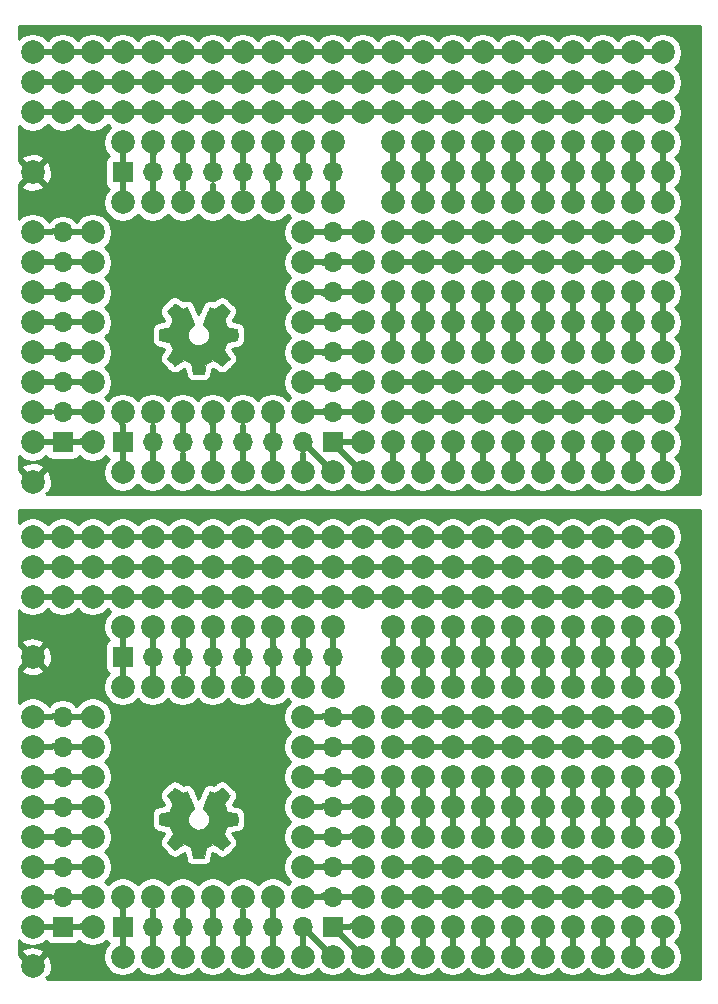
<source format=gbr>
G04 #@! TF.GenerationSoftware,KiCad,Pcbnew,5.1.5+dfsg1-2build2*
G04 #@! TF.CreationDate,2021-12-08T00:06:32-05:00*
G04 #@! TF.ProjectId,,58585858-5858-4585-9858-585858585858,rev?*
G04 #@! TF.SameCoordinates,Original*
G04 #@! TF.FileFunction,Copper,L2,Bot*
G04 #@! TF.FilePolarity,Positive*
%FSLAX46Y46*%
G04 Gerber Fmt 4.6, Leading zero omitted, Abs format (unit mm)*
G04 Created by KiCad (PCBNEW 5.1.5+dfsg1-2build2) date 2021-12-08 00:06:32*
%MOMM*%
%LPD*%
G04 APERTURE LIST*
%ADD10C,0.010000*%
%ADD11C,2.000000*%
%ADD12R,1.700000X1.700000*%
%ADD13O,1.700000X1.700000*%
%ADD14C,1.998980*%
%ADD15C,0.500000*%
%ADD16C,0.254000*%
G04 APERTURE END LIST*
D10*
G36*
X118246714Y-107119969D02*
G01*
X118330535Y-106675345D01*
X118639820Y-106547847D01*
X118949106Y-106420349D01*
X119320146Y-106672654D01*
X119424057Y-106742904D01*
X119517987Y-106805628D01*
X119597552Y-106857962D01*
X119658370Y-106897043D01*
X119696057Y-106920007D01*
X119706321Y-106924958D01*
X119724810Y-106912224D01*
X119764320Y-106877018D01*
X119820422Y-106823838D01*
X119888687Y-106757182D01*
X119964686Y-106681546D01*
X120043992Y-106601428D01*
X120122175Y-106521326D01*
X120194807Y-106445736D01*
X120257459Y-106379155D01*
X120305703Y-106326082D01*
X120335110Y-106291013D01*
X120342141Y-106279277D01*
X120332023Y-106257640D01*
X120303659Y-106210238D01*
X120260029Y-106141707D01*
X120204118Y-106056685D01*
X120138906Y-105959807D01*
X120101119Y-105904550D01*
X120032243Y-105803652D01*
X119971040Y-105712601D01*
X119920478Y-105635930D01*
X119883528Y-105578172D01*
X119863158Y-105543857D01*
X119860097Y-105536646D01*
X119867036Y-105516152D01*
X119885951Y-105468387D01*
X119913987Y-105400068D01*
X119948291Y-105317911D01*
X119986009Y-105228630D01*
X120024287Y-105138942D01*
X120060270Y-105055562D01*
X120091106Y-104985206D01*
X120113939Y-104934590D01*
X120125917Y-104910429D01*
X120126624Y-104909478D01*
X120145431Y-104904864D01*
X120195518Y-104894572D01*
X120271693Y-104879613D01*
X120368765Y-104860999D01*
X120481543Y-104839741D01*
X120547342Y-104827482D01*
X120667850Y-104804538D01*
X120776697Y-104782705D01*
X120868376Y-104763178D01*
X120937381Y-104747152D01*
X120978204Y-104735821D01*
X120986411Y-104732226D01*
X120994448Y-104707894D01*
X121000933Y-104652941D01*
X121005870Y-104573792D01*
X121009264Y-104476874D01*
X121011118Y-104368613D01*
X121011438Y-104255435D01*
X121010227Y-104143765D01*
X121007490Y-104040032D01*
X121003231Y-103950659D01*
X120997455Y-103882074D01*
X120990167Y-103840703D01*
X120985795Y-103832090D01*
X120959664Y-103821767D01*
X120904293Y-103807008D01*
X120827007Y-103789548D01*
X120735130Y-103771120D01*
X120703058Y-103765159D01*
X120548424Y-103736834D01*
X120426275Y-103714024D01*
X120332573Y-103695820D01*
X120263284Y-103681317D01*
X120214371Y-103669608D01*
X120181797Y-103659785D01*
X120161528Y-103650944D01*
X120149526Y-103642176D01*
X120147847Y-103640443D01*
X120131084Y-103612529D01*
X120105514Y-103558205D01*
X120073688Y-103484123D01*
X120038160Y-103396935D01*
X120001483Y-103303292D01*
X119966211Y-103209848D01*
X119934896Y-103123253D01*
X119910093Y-103050160D01*
X119894354Y-102997222D01*
X119890232Y-102971089D01*
X119890576Y-102970174D01*
X119904541Y-102948814D01*
X119936222Y-102901816D01*
X119982291Y-102834073D01*
X120039418Y-102750477D01*
X120104273Y-102655918D01*
X120122743Y-102629046D01*
X120188599Y-102531625D01*
X120246550Y-102442737D01*
X120293438Y-102367488D01*
X120326107Y-102310980D01*
X120341400Y-102278319D01*
X120342141Y-102274307D01*
X120329292Y-102253216D01*
X120293788Y-102211436D01*
X120240193Y-102153455D01*
X120173071Y-102083765D01*
X120096987Y-102006855D01*
X120016504Y-101927217D01*
X119936187Y-101849339D01*
X119860599Y-101777714D01*
X119794305Y-101716830D01*
X119741869Y-101671179D01*
X119707855Y-101645250D01*
X119698445Y-101641017D01*
X119676543Y-101650988D01*
X119631700Y-101677880D01*
X119571221Y-101717164D01*
X119524689Y-101748783D01*
X119440375Y-101806802D01*
X119340526Y-101875116D01*
X119240373Y-101943321D01*
X119186527Y-101979825D01*
X119004271Y-102103100D01*
X118851281Y-102020380D01*
X118781582Y-101984141D01*
X118722314Y-101955974D01*
X118682211Y-101939909D01*
X118672003Y-101937674D01*
X118659729Y-101954178D01*
X118635513Y-102000818D01*
X118601163Y-102073291D01*
X118558488Y-102167294D01*
X118509294Y-102278526D01*
X118455390Y-102402685D01*
X118398584Y-102535468D01*
X118340682Y-102672573D01*
X118283493Y-102809698D01*
X118228824Y-102942542D01*
X118178484Y-103066802D01*
X118134280Y-103178175D01*
X118098019Y-103272361D01*
X118071509Y-103345056D01*
X118056558Y-103391959D01*
X118054154Y-103408067D01*
X118073211Y-103428614D01*
X118114936Y-103461967D01*
X118170606Y-103501198D01*
X118175278Y-103504301D01*
X118319164Y-103619477D01*
X118435183Y-103753847D01*
X118522330Y-103903116D01*
X118579599Y-104062987D01*
X118605986Y-104229163D01*
X118600485Y-104397348D01*
X118562090Y-104563245D01*
X118489795Y-104722558D01*
X118468526Y-104757413D01*
X118357896Y-104898163D01*
X118227202Y-105011186D01*
X118080964Y-105095897D01*
X117923708Y-105151706D01*
X117759957Y-105178026D01*
X117594233Y-105174270D01*
X117431062Y-105139850D01*
X117274965Y-105074177D01*
X117130467Y-104976665D01*
X117085769Y-104937087D01*
X116972012Y-104813197D01*
X116889118Y-104682776D01*
X116832256Y-104536585D01*
X116800587Y-104391812D01*
X116792769Y-104229040D01*
X116818838Y-104065460D01*
X116876145Y-103906602D01*
X116962044Y-103757994D01*
X117073886Y-103625165D01*
X117209023Y-103513644D01*
X117226783Y-103501889D01*
X117283050Y-103463392D01*
X117325823Y-103430037D01*
X117346272Y-103408740D01*
X117346569Y-103408067D01*
X117342179Y-103385029D01*
X117324776Y-103332743D01*
X117296168Y-103255510D01*
X117258165Y-103157632D01*
X117212574Y-103043409D01*
X117161203Y-102917142D01*
X117105862Y-102783133D01*
X117048358Y-102645682D01*
X116990501Y-102509092D01*
X116934098Y-102377663D01*
X116880958Y-102255695D01*
X116832890Y-102147491D01*
X116791701Y-102057351D01*
X116759201Y-101989577D01*
X116737197Y-101948470D01*
X116728336Y-101937674D01*
X116701260Y-101946081D01*
X116650597Y-101968628D01*
X116585083Y-102001287D01*
X116549059Y-102020380D01*
X116396068Y-102103100D01*
X116213812Y-101979825D01*
X116120775Y-101916672D01*
X116018915Y-101847173D01*
X115923462Y-101781735D01*
X115875650Y-101748783D01*
X115808405Y-101703627D01*
X115751464Y-101667843D01*
X115712254Y-101645962D01*
X115699519Y-101641337D01*
X115680983Y-101653815D01*
X115639959Y-101688648D01*
X115580425Y-101742222D01*
X115506358Y-101810917D01*
X115421735Y-101891119D01*
X115368215Y-101942614D01*
X115274581Y-102034614D01*
X115193659Y-102116901D01*
X115128723Y-102185955D01*
X115083042Y-102238256D01*
X115059889Y-102270284D01*
X115057668Y-102276784D01*
X115067976Y-102301506D01*
X115096461Y-102351495D01*
X115139963Y-102421688D01*
X115195323Y-102507025D01*
X115259380Y-102602444D01*
X115277597Y-102629046D01*
X115343973Y-102725733D01*
X115403522Y-102812783D01*
X115452916Y-102885305D01*
X115488825Y-102938407D01*
X115507919Y-102967197D01*
X115509764Y-102970174D01*
X115507005Y-102993118D01*
X115492362Y-103043564D01*
X115468387Y-103114859D01*
X115437634Y-103200353D01*
X115402656Y-103293393D01*
X115366007Y-103387326D01*
X115330239Y-103475501D01*
X115297906Y-103551266D01*
X115271562Y-103607969D01*
X115253758Y-103638957D01*
X115252493Y-103640443D01*
X115241606Y-103649299D01*
X115223218Y-103658057D01*
X115193294Y-103667623D01*
X115147797Y-103678904D01*
X115082691Y-103692807D01*
X114993939Y-103710237D01*
X114877507Y-103732102D01*
X114729358Y-103759309D01*
X114697282Y-103765159D01*
X114602214Y-103783526D01*
X114519335Y-103801495D01*
X114455970Y-103817331D01*
X114419442Y-103829300D01*
X114414544Y-103832090D01*
X114406473Y-103856828D01*
X114399913Y-103912110D01*
X114394867Y-103991511D01*
X114391341Y-104088604D01*
X114389339Y-104196962D01*
X114388864Y-104310160D01*
X114389923Y-104421772D01*
X114392518Y-104525371D01*
X114396654Y-104614532D01*
X114402337Y-104682828D01*
X114409569Y-104723834D01*
X114413929Y-104732226D01*
X114438202Y-104740692D01*
X114493474Y-104754465D01*
X114574238Y-104772350D01*
X114674988Y-104793152D01*
X114790217Y-104815677D01*
X114852998Y-104827482D01*
X114972113Y-104849749D01*
X115078335Y-104869921D01*
X115166473Y-104886985D01*
X115231334Y-104899931D01*
X115267726Y-104907745D01*
X115273716Y-104909478D01*
X115283839Y-104929010D01*
X115305238Y-104976057D01*
X115335061Y-105043897D01*
X115370455Y-105125809D01*
X115408568Y-105215072D01*
X115446547Y-105304965D01*
X115481540Y-105388765D01*
X115510694Y-105459753D01*
X115531157Y-105511206D01*
X115540077Y-105536403D01*
X115540243Y-105537504D01*
X115530131Y-105557381D01*
X115501783Y-105603123D01*
X115458177Y-105670183D01*
X115402294Y-105754016D01*
X115337113Y-105850074D01*
X115299221Y-105905250D01*
X115230175Y-106006419D01*
X115168850Y-106098270D01*
X115118237Y-106176156D01*
X115081329Y-106235431D01*
X115061118Y-106271449D01*
X115058199Y-106279523D01*
X115070747Y-106298316D01*
X115105437Y-106338443D01*
X115157837Y-106395407D01*
X115223516Y-106464715D01*
X115298044Y-106541869D01*
X115376987Y-106622375D01*
X115455917Y-106701737D01*
X115530400Y-106775460D01*
X115596006Y-106839048D01*
X115648304Y-106888006D01*
X115682861Y-106917839D01*
X115694422Y-106924958D01*
X115713246Y-106914947D01*
X115758269Y-106886822D01*
X115825113Y-106843446D01*
X115909401Y-106787682D01*
X116006756Y-106722394D01*
X116080193Y-106672654D01*
X116451233Y-106420349D01*
X117069805Y-106675345D01*
X117153625Y-107119969D01*
X117237446Y-107564593D01*
X118162894Y-107564593D01*
X118246714Y-107119969D01*
G37*
X118246714Y-107119969D02*
X118330535Y-106675345D01*
X118639820Y-106547847D01*
X118949106Y-106420349D01*
X119320146Y-106672654D01*
X119424057Y-106742904D01*
X119517987Y-106805628D01*
X119597552Y-106857962D01*
X119658370Y-106897043D01*
X119696057Y-106920007D01*
X119706321Y-106924958D01*
X119724810Y-106912224D01*
X119764320Y-106877018D01*
X119820422Y-106823838D01*
X119888687Y-106757182D01*
X119964686Y-106681546D01*
X120043992Y-106601428D01*
X120122175Y-106521326D01*
X120194807Y-106445736D01*
X120257459Y-106379155D01*
X120305703Y-106326082D01*
X120335110Y-106291013D01*
X120342141Y-106279277D01*
X120332023Y-106257640D01*
X120303659Y-106210238D01*
X120260029Y-106141707D01*
X120204118Y-106056685D01*
X120138906Y-105959807D01*
X120101119Y-105904550D01*
X120032243Y-105803652D01*
X119971040Y-105712601D01*
X119920478Y-105635930D01*
X119883528Y-105578172D01*
X119863158Y-105543857D01*
X119860097Y-105536646D01*
X119867036Y-105516152D01*
X119885951Y-105468387D01*
X119913987Y-105400068D01*
X119948291Y-105317911D01*
X119986009Y-105228630D01*
X120024287Y-105138942D01*
X120060270Y-105055562D01*
X120091106Y-104985206D01*
X120113939Y-104934590D01*
X120125917Y-104910429D01*
X120126624Y-104909478D01*
X120145431Y-104904864D01*
X120195518Y-104894572D01*
X120271693Y-104879613D01*
X120368765Y-104860999D01*
X120481543Y-104839741D01*
X120547342Y-104827482D01*
X120667850Y-104804538D01*
X120776697Y-104782705D01*
X120868376Y-104763178D01*
X120937381Y-104747152D01*
X120978204Y-104735821D01*
X120986411Y-104732226D01*
X120994448Y-104707894D01*
X121000933Y-104652941D01*
X121005870Y-104573792D01*
X121009264Y-104476874D01*
X121011118Y-104368613D01*
X121011438Y-104255435D01*
X121010227Y-104143765D01*
X121007490Y-104040032D01*
X121003231Y-103950659D01*
X120997455Y-103882074D01*
X120990167Y-103840703D01*
X120985795Y-103832090D01*
X120959664Y-103821767D01*
X120904293Y-103807008D01*
X120827007Y-103789548D01*
X120735130Y-103771120D01*
X120703058Y-103765159D01*
X120548424Y-103736834D01*
X120426275Y-103714024D01*
X120332573Y-103695820D01*
X120263284Y-103681317D01*
X120214371Y-103669608D01*
X120181797Y-103659785D01*
X120161528Y-103650944D01*
X120149526Y-103642176D01*
X120147847Y-103640443D01*
X120131084Y-103612529D01*
X120105514Y-103558205D01*
X120073688Y-103484123D01*
X120038160Y-103396935D01*
X120001483Y-103303292D01*
X119966211Y-103209848D01*
X119934896Y-103123253D01*
X119910093Y-103050160D01*
X119894354Y-102997222D01*
X119890232Y-102971089D01*
X119890576Y-102970174D01*
X119904541Y-102948814D01*
X119936222Y-102901816D01*
X119982291Y-102834073D01*
X120039418Y-102750477D01*
X120104273Y-102655918D01*
X120122743Y-102629046D01*
X120188599Y-102531625D01*
X120246550Y-102442737D01*
X120293438Y-102367488D01*
X120326107Y-102310980D01*
X120341400Y-102278319D01*
X120342141Y-102274307D01*
X120329292Y-102253216D01*
X120293788Y-102211436D01*
X120240193Y-102153455D01*
X120173071Y-102083765D01*
X120096987Y-102006855D01*
X120016504Y-101927217D01*
X119936187Y-101849339D01*
X119860599Y-101777714D01*
X119794305Y-101716830D01*
X119741869Y-101671179D01*
X119707855Y-101645250D01*
X119698445Y-101641017D01*
X119676543Y-101650988D01*
X119631700Y-101677880D01*
X119571221Y-101717164D01*
X119524689Y-101748783D01*
X119440375Y-101806802D01*
X119340526Y-101875116D01*
X119240373Y-101943321D01*
X119186527Y-101979825D01*
X119004271Y-102103100D01*
X118851281Y-102020380D01*
X118781582Y-101984141D01*
X118722314Y-101955974D01*
X118682211Y-101939909D01*
X118672003Y-101937674D01*
X118659729Y-101954178D01*
X118635513Y-102000818D01*
X118601163Y-102073291D01*
X118558488Y-102167294D01*
X118509294Y-102278526D01*
X118455390Y-102402685D01*
X118398584Y-102535468D01*
X118340682Y-102672573D01*
X118283493Y-102809698D01*
X118228824Y-102942542D01*
X118178484Y-103066802D01*
X118134280Y-103178175D01*
X118098019Y-103272361D01*
X118071509Y-103345056D01*
X118056558Y-103391959D01*
X118054154Y-103408067D01*
X118073211Y-103428614D01*
X118114936Y-103461967D01*
X118170606Y-103501198D01*
X118175278Y-103504301D01*
X118319164Y-103619477D01*
X118435183Y-103753847D01*
X118522330Y-103903116D01*
X118579599Y-104062987D01*
X118605986Y-104229163D01*
X118600485Y-104397348D01*
X118562090Y-104563245D01*
X118489795Y-104722558D01*
X118468526Y-104757413D01*
X118357896Y-104898163D01*
X118227202Y-105011186D01*
X118080964Y-105095897D01*
X117923708Y-105151706D01*
X117759957Y-105178026D01*
X117594233Y-105174270D01*
X117431062Y-105139850D01*
X117274965Y-105074177D01*
X117130467Y-104976665D01*
X117085769Y-104937087D01*
X116972012Y-104813197D01*
X116889118Y-104682776D01*
X116832256Y-104536585D01*
X116800587Y-104391812D01*
X116792769Y-104229040D01*
X116818838Y-104065460D01*
X116876145Y-103906602D01*
X116962044Y-103757994D01*
X117073886Y-103625165D01*
X117209023Y-103513644D01*
X117226783Y-103501889D01*
X117283050Y-103463392D01*
X117325823Y-103430037D01*
X117346272Y-103408740D01*
X117346569Y-103408067D01*
X117342179Y-103385029D01*
X117324776Y-103332743D01*
X117296168Y-103255510D01*
X117258165Y-103157632D01*
X117212574Y-103043409D01*
X117161203Y-102917142D01*
X117105862Y-102783133D01*
X117048358Y-102645682D01*
X116990501Y-102509092D01*
X116934098Y-102377663D01*
X116880958Y-102255695D01*
X116832890Y-102147491D01*
X116791701Y-102057351D01*
X116759201Y-101989577D01*
X116737197Y-101948470D01*
X116728336Y-101937674D01*
X116701260Y-101946081D01*
X116650597Y-101968628D01*
X116585083Y-102001287D01*
X116549059Y-102020380D01*
X116396068Y-102103100D01*
X116213812Y-101979825D01*
X116120775Y-101916672D01*
X116018915Y-101847173D01*
X115923462Y-101781735D01*
X115875650Y-101748783D01*
X115808405Y-101703627D01*
X115751464Y-101667843D01*
X115712254Y-101645962D01*
X115699519Y-101641337D01*
X115680983Y-101653815D01*
X115639959Y-101688648D01*
X115580425Y-101742222D01*
X115506358Y-101810917D01*
X115421735Y-101891119D01*
X115368215Y-101942614D01*
X115274581Y-102034614D01*
X115193659Y-102116901D01*
X115128723Y-102185955D01*
X115083042Y-102238256D01*
X115059889Y-102270284D01*
X115057668Y-102276784D01*
X115067976Y-102301506D01*
X115096461Y-102351495D01*
X115139963Y-102421688D01*
X115195323Y-102507025D01*
X115259380Y-102602444D01*
X115277597Y-102629046D01*
X115343973Y-102725733D01*
X115403522Y-102812783D01*
X115452916Y-102885305D01*
X115488825Y-102938407D01*
X115507919Y-102967197D01*
X115509764Y-102970174D01*
X115507005Y-102993118D01*
X115492362Y-103043564D01*
X115468387Y-103114859D01*
X115437634Y-103200353D01*
X115402656Y-103293393D01*
X115366007Y-103387326D01*
X115330239Y-103475501D01*
X115297906Y-103551266D01*
X115271562Y-103607969D01*
X115253758Y-103638957D01*
X115252493Y-103640443D01*
X115241606Y-103649299D01*
X115223218Y-103658057D01*
X115193294Y-103667623D01*
X115147797Y-103678904D01*
X115082691Y-103692807D01*
X114993939Y-103710237D01*
X114877507Y-103732102D01*
X114729358Y-103759309D01*
X114697282Y-103765159D01*
X114602214Y-103783526D01*
X114519335Y-103801495D01*
X114455970Y-103817331D01*
X114419442Y-103829300D01*
X114414544Y-103832090D01*
X114406473Y-103856828D01*
X114399913Y-103912110D01*
X114394867Y-103991511D01*
X114391341Y-104088604D01*
X114389339Y-104196962D01*
X114388864Y-104310160D01*
X114389923Y-104421772D01*
X114392518Y-104525371D01*
X114396654Y-104614532D01*
X114402337Y-104682828D01*
X114409569Y-104723834D01*
X114413929Y-104732226D01*
X114438202Y-104740692D01*
X114493474Y-104754465D01*
X114574238Y-104772350D01*
X114674988Y-104793152D01*
X114790217Y-104815677D01*
X114852998Y-104827482D01*
X114972113Y-104849749D01*
X115078335Y-104869921D01*
X115166473Y-104886985D01*
X115231334Y-104899931D01*
X115267726Y-104907745D01*
X115273716Y-104909478D01*
X115283839Y-104929010D01*
X115305238Y-104976057D01*
X115335061Y-105043897D01*
X115370455Y-105125809D01*
X115408568Y-105215072D01*
X115446547Y-105304965D01*
X115481540Y-105388765D01*
X115510694Y-105459753D01*
X115531157Y-105511206D01*
X115540077Y-105536403D01*
X115540243Y-105537504D01*
X115530131Y-105557381D01*
X115501783Y-105603123D01*
X115458177Y-105670183D01*
X115402294Y-105754016D01*
X115337113Y-105850074D01*
X115299221Y-105905250D01*
X115230175Y-106006419D01*
X115168850Y-106098270D01*
X115118237Y-106176156D01*
X115081329Y-106235431D01*
X115061118Y-106271449D01*
X115058199Y-106279523D01*
X115070747Y-106298316D01*
X115105437Y-106338443D01*
X115157837Y-106395407D01*
X115223516Y-106464715D01*
X115298044Y-106541869D01*
X115376987Y-106622375D01*
X115455917Y-106701737D01*
X115530400Y-106775460D01*
X115596006Y-106839048D01*
X115648304Y-106888006D01*
X115682861Y-106917839D01*
X115694422Y-106924958D01*
X115713246Y-106914947D01*
X115758269Y-106886822D01*
X115825113Y-106843446D01*
X115909401Y-106787682D01*
X116006756Y-106722394D01*
X116080193Y-106672654D01*
X116451233Y-106420349D01*
X117069805Y-106675345D01*
X117153625Y-107119969D01*
X117237446Y-107564593D01*
X118162894Y-107564593D01*
X118246714Y-107119969D01*
G36*
X118246714Y-66119969D02*
G01*
X118330535Y-65675345D01*
X118639820Y-65547847D01*
X118949106Y-65420349D01*
X119320146Y-65672654D01*
X119424057Y-65742904D01*
X119517987Y-65805628D01*
X119597552Y-65857962D01*
X119658370Y-65897043D01*
X119696057Y-65920007D01*
X119706321Y-65924958D01*
X119724810Y-65912224D01*
X119764320Y-65877018D01*
X119820422Y-65823838D01*
X119888687Y-65757182D01*
X119964686Y-65681546D01*
X120043992Y-65601428D01*
X120122175Y-65521326D01*
X120194807Y-65445736D01*
X120257459Y-65379155D01*
X120305703Y-65326082D01*
X120335110Y-65291013D01*
X120342141Y-65279277D01*
X120332023Y-65257640D01*
X120303659Y-65210238D01*
X120260029Y-65141707D01*
X120204118Y-65056685D01*
X120138906Y-64959807D01*
X120101119Y-64904550D01*
X120032243Y-64803652D01*
X119971040Y-64712601D01*
X119920478Y-64635930D01*
X119883528Y-64578172D01*
X119863158Y-64543857D01*
X119860097Y-64536646D01*
X119867036Y-64516152D01*
X119885951Y-64468387D01*
X119913987Y-64400068D01*
X119948291Y-64317911D01*
X119986009Y-64228630D01*
X120024287Y-64138942D01*
X120060270Y-64055562D01*
X120091106Y-63985206D01*
X120113939Y-63934590D01*
X120125917Y-63910429D01*
X120126624Y-63909478D01*
X120145431Y-63904864D01*
X120195518Y-63894572D01*
X120271693Y-63879613D01*
X120368765Y-63860999D01*
X120481543Y-63839741D01*
X120547342Y-63827482D01*
X120667850Y-63804538D01*
X120776697Y-63782705D01*
X120868376Y-63763178D01*
X120937381Y-63747152D01*
X120978204Y-63735821D01*
X120986411Y-63732226D01*
X120994448Y-63707894D01*
X121000933Y-63652941D01*
X121005870Y-63573792D01*
X121009264Y-63476874D01*
X121011118Y-63368613D01*
X121011438Y-63255435D01*
X121010227Y-63143765D01*
X121007490Y-63040032D01*
X121003231Y-62950659D01*
X120997455Y-62882074D01*
X120990167Y-62840703D01*
X120985795Y-62832090D01*
X120959664Y-62821767D01*
X120904293Y-62807008D01*
X120827007Y-62789548D01*
X120735130Y-62771120D01*
X120703058Y-62765159D01*
X120548424Y-62736834D01*
X120426275Y-62714024D01*
X120332573Y-62695820D01*
X120263284Y-62681317D01*
X120214371Y-62669608D01*
X120181797Y-62659785D01*
X120161528Y-62650944D01*
X120149526Y-62642176D01*
X120147847Y-62640443D01*
X120131084Y-62612529D01*
X120105514Y-62558205D01*
X120073688Y-62484123D01*
X120038160Y-62396935D01*
X120001483Y-62303292D01*
X119966211Y-62209848D01*
X119934896Y-62123253D01*
X119910093Y-62050160D01*
X119894354Y-61997222D01*
X119890232Y-61971089D01*
X119890576Y-61970174D01*
X119904541Y-61948814D01*
X119936222Y-61901816D01*
X119982291Y-61834073D01*
X120039418Y-61750477D01*
X120104273Y-61655918D01*
X120122743Y-61629046D01*
X120188599Y-61531625D01*
X120246550Y-61442737D01*
X120293438Y-61367488D01*
X120326107Y-61310980D01*
X120341400Y-61278319D01*
X120342141Y-61274307D01*
X120329292Y-61253216D01*
X120293788Y-61211436D01*
X120240193Y-61153455D01*
X120173071Y-61083765D01*
X120096987Y-61006855D01*
X120016504Y-60927217D01*
X119936187Y-60849339D01*
X119860599Y-60777714D01*
X119794305Y-60716830D01*
X119741869Y-60671179D01*
X119707855Y-60645250D01*
X119698445Y-60641017D01*
X119676543Y-60650988D01*
X119631700Y-60677880D01*
X119571221Y-60717164D01*
X119524689Y-60748783D01*
X119440375Y-60806802D01*
X119340526Y-60875116D01*
X119240373Y-60943321D01*
X119186527Y-60979825D01*
X119004271Y-61103100D01*
X118851281Y-61020380D01*
X118781582Y-60984141D01*
X118722314Y-60955974D01*
X118682211Y-60939909D01*
X118672003Y-60937674D01*
X118659729Y-60954178D01*
X118635513Y-61000818D01*
X118601163Y-61073291D01*
X118558488Y-61167294D01*
X118509294Y-61278526D01*
X118455390Y-61402685D01*
X118398584Y-61535468D01*
X118340682Y-61672573D01*
X118283493Y-61809698D01*
X118228824Y-61942542D01*
X118178484Y-62066802D01*
X118134280Y-62178175D01*
X118098019Y-62272361D01*
X118071509Y-62345056D01*
X118056558Y-62391959D01*
X118054154Y-62408067D01*
X118073211Y-62428614D01*
X118114936Y-62461967D01*
X118170606Y-62501198D01*
X118175278Y-62504301D01*
X118319164Y-62619477D01*
X118435183Y-62753847D01*
X118522330Y-62903116D01*
X118579599Y-63062987D01*
X118605986Y-63229163D01*
X118600485Y-63397348D01*
X118562090Y-63563245D01*
X118489795Y-63722558D01*
X118468526Y-63757413D01*
X118357896Y-63898163D01*
X118227202Y-64011186D01*
X118080964Y-64095897D01*
X117923708Y-64151706D01*
X117759957Y-64178026D01*
X117594233Y-64174270D01*
X117431062Y-64139850D01*
X117274965Y-64074177D01*
X117130467Y-63976665D01*
X117085769Y-63937087D01*
X116972012Y-63813197D01*
X116889118Y-63682776D01*
X116832256Y-63536585D01*
X116800587Y-63391812D01*
X116792769Y-63229040D01*
X116818838Y-63065460D01*
X116876145Y-62906602D01*
X116962044Y-62757994D01*
X117073886Y-62625165D01*
X117209023Y-62513644D01*
X117226783Y-62501889D01*
X117283050Y-62463392D01*
X117325823Y-62430037D01*
X117346272Y-62408740D01*
X117346569Y-62408067D01*
X117342179Y-62385029D01*
X117324776Y-62332743D01*
X117296168Y-62255510D01*
X117258165Y-62157632D01*
X117212574Y-62043409D01*
X117161203Y-61917142D01*
X117105862Y-61783133D01*
X117048358Y-61645682D01*
X116990501Y-61509092D01*
X116934098Y-61377663D01*
X116880958Y-61255695D01*
X116832890Y-61147491D01*
X116791701Y-61057351D01*
X116759201Y-60989577D01*
X116737197Y-60948470D01*
X116728336Y-60937674D01*
X116701260Y-60946081D01*
X116650597Y-60968628D01*
X116585083Y-61001287D01*
X116549059Y-61020380D01*
X116396068Y-61103100D01*
X116213812Y-60979825D01*
X116120775Y-60916672D01*
X116018915Y-60847173D01*
X115923462Y-60781735D01*
X115875650Y-60748783D01*
X115808405Y-60703627D01*
X115751464Y-60667843D01*
X115712254Y-60645962D01*
X115699519Y-60641337D01*
X115680983Y-60653815D01*
X115639959Y-60688648D01*
X115580425Y-60742222D01*
X115506358Y-60810917D01*
X115421735Y-60891119D01*
X115368215Y-60942614D01*
X115274581Y-61034614D01*
X115193659Y-61116901D01*
X115128723Y-61185955D01*
X115083042Y-61238256D01*
X115059889Y-61270284D01*
X115057668Y-61276784D01*
X115067976Y-61301506D01*
X115096461Y-61351495D01*
X115139963Y-61421688D01*
X115195323Y-61507025D01*
X115259380Y-61602444D01*
X115277597Y-61629046D01*
X115343973Y-61725733D01*
X115403522Y-61812783D01*
X115452916Y-61885305D01*
X115488825Y-61938407D01*
X115507919Y-61967197D01*
X115509764Y-61970174D01*
X115507005Y-61993118D01*
X115492362Y-62043564D01*
X115468387Y-62114859D01*
X115437634Y-62200353D01*
X115402656Y-62293393D01*
X115366007Y-62387326D01*
X115330239Y-62475501D01*
X115297906Y-62551266D01*
X115271562Y-62607969D01*
X115253758Y-62638957D01*
X115252493Y-62640443D01*
X115241606Y-62649299D01*
X115223218Y-62658057D01*
X115193294Y-62667623D01*
X115147797Y-62678904D01*
X115082691Y-62692807D01*
X114993939Y-62710237D01*
X114877507Y-62732102D01*
X114729358Y-62759309D01*
X114697282Y-62765159D01*
X114602214Y-62783526D01*
X114519335Y-62801495D01*
X114455970Y-62817331D01*
X114419442Y-62829300D01*
X114414544Y-62832090D01*
X114406473Y-62856828D01*
X114399913Y-62912110D01*
X114394867Y-62991511D01*
X114391341Y-63088604D01*
X114389339Y-63196962D01*
X114388864Y-63310160D01*
X114389923Y-63421772D01*
X114392518Y-63525371D01*
X114396654Y-63614532D01*
X114402337Y-63682828D01*
X114409569Y-63723834D01*
X114413929Y-63732226D01*
X114438202Y-63740692D01*
X114493474Y-63754465D01*
X114574238Y-63772350D01*
X114674988Y-63793152D01*
X114790217Y-63815677D01*
X114852998Y-63827482D01*
X114972113Y-63849749D01*
X115078335Y-63869921D01*
X115166473Y-63886985D01*
X115231334Y-63899931D01*
X115267726Y-63907745D01*
X115273716Y-63909478D01*
X115283839Y-63929010D01*
X115305238Y-63976057D01*
X115335061Y-64043897D01*
X115370455Y-64125809D01*
X115408568Y-64215072D01*
X115446547Y-64304965D01*
X115481540Y-64388765D01*
X115510694Y-64459753D01*
X115531157Y-64511206D01*
X115540077Y-64536403D01*
X115540243Y-64537504D01*
X115530131Y-64557381D01*
X115501783Y-64603123D01*
X115458177Y-64670183D01*
X115402294Y-64754016D01*
X115337113Y-64850074D01*
X115299221Y-64905250D01*
X115230175Y-65006419D01*
X115168850Y-65098270D01*
X115118237Y-65176156D01*
X115081329Y-65235431D01*
X115061118Y-65271449D01*
X115058199Y-65279523D01*
X115070747Y-65298316D01*
X115105437Y-65338443D01*
X115157837Y-65395407D01*
X115223516Y-65464715D01*
X115298044Y-65541869D01*
X115376987Y-65622375D01*
X115455917Y-65701737D01*
X115530400Y-65775460D01*
X115596006Y-65839048D01*
X115648304Y-65888006D01*
X115682861Y-65917839D01*
X115694422Y-65924958D01*
X115713246Y-65914947D01*
X115758269Y-65886822D01*
X115825113Y-65843446D01*
X115909401Y-65787682D01*
X116006756Y-65722394D01*
X116080193Y-65672654D01*
X116451233Y-65420349D01*
X117069805Y-65675345D01*
X117153625Y-66119969D01*
X117237446Y-66564593D01*
X118162894Y-66564593D01*
X118246714Y-66119969D01*
G37*
X118246714Y-66119969D02*
X118330535Y-65675345D01*
X118639820Y-65547847D01*
X118949106Y-65420349D01*
X119320146Y-65672654D01*
X119424057Y-65742904D01*
X119517987Y-65805628D01*
X119597552Y-65857962D01*
X119658370Y-65897043D01*
X119696057Y-65920007D01*
X119706321Y-65924958D01*
X119724810Y-65912224D01*
X119764320Y-65877018D01*
X119820422Y-65823838D01*
X119888687Y-65757182D01*
X119964686Y-65681546D01*
X120043992Y-65601428D01*
X120122175Y-65521326D01*
X120194807Y-65445736D01*
X120257459Y-65379155D01*
X120305703Y-65326082D01*
X120335110Y-65291013D01*
X120342141Y-65279277D01*
X120332023Y-65257640D01*
X120303659Y-65210238D01*
X120260029Y-65141707D01*
X120204118Y-65056685D01*
X120138906Y-64959807D01*
X120101119Y-64904550D01*
X120032243Y-64803652D01*
X119971040Y-64712601D01*
X119920478Y-64635930D01*
X119883528Y-64578172D01*
X119863158Y-64543857D01*
X119860097Y-64536646D01*
X119867036Y-64516152D01*
X119885951Y-64468387D01*
X119913987Y-64400068D01*
X119948291Y-64317911D01*
X119986009Y-64228630D01*
X120024287Y-64138942D01*
X120060270Y-64055562D01*
X120091106Y-63985206D01*
X120113939Y-63934590D01*
X120125917Y-63910429D01*
X120126624Y-63909478D01*
X120145431Y-63904864D01*
X120195518Y-63894572D01*
X120271693Y-63879613D01*
X120368765Y-63860999D01*
X120481543Y-63839741D01*
X120547342Y-63827482D01*
X120667850Y-63804538D01*
X120776697Y-63782705D01*
X120868376Y-63763178D01*
X120937381Y-63747152D01*
X120978204Y-63735821D01*
X120986411Y-63732226D01*
X120994448Y-63707894D01*
X121000933Y-63652941D01*
X121005870Y-63573792D01*
X121009264Y-63476874D01*
X121011118Y-63368613D01*
X121011438Y-63255435D01*
X121010227Y-63143765D01*
X121007490Y-63040032D01*
X121003231Y-62950659D01*
X120997455Y-62882074D01*
X120990167Y-62840703D01*
X120985795Y-62832090D01*
X120959664Y-62821767D01*
X120904293Y-62807008D01*
X120827007Y-62789548D01*
X120735130Y-62771120D01*
X120703058Y-62765159D01*
X120548424Y-62736834D01*
X120426275Y-62714024D01*
X120332573Y-62695820D01*
X120263284Y-62681317D01*
X120214371Y-62669608D01*
X120181797Y-62659785D01*
X120161528Y-62650944D01*
X120149526Y-62642176D01*
X120147847Y-62640443D01*
X120131084Y-62612529D01*
X120105514Y-62558205D01*
X120073688Y-62484123D01*
X120038160Y-62396935D01*
X120001483Y-62303292D01*
X119966211Y-62209848D01*
X119934896Y-62123253D01*
X119910093Y-62050160D01*
X119894354Y-61997222D01*
X119890232Y-61971089D01*
X119890576Y-61970174D01*
X119904541Y-61948814D01*
X119936222Y-61901816D01*
X119982291Y-61834073D01*
X120039418Y-61750477D01*
X120104273Y-61655918D01*
X120122743Y-61629046D01*
X120188599Y-61531625D01*
X120246550Y-61442737D01*
X120293438Y-61367488D01*
X120326107Y-61310980D01*
X120341400Y-61278319D01*
X120342141Y-61274307D01*
X120329292Y-61253216D01*
X120293788Y-61211436D01*
X120240193Y-61153455D01*
X120173071Y-61083765D01*
X120096987Y-61006855D01*
X120016504Y-60927217D01*
X119936187Y-60849339D01*
X119860599Y-60777714D01*
X119794305Y-60716830D01*
X119741869Y-60671179D01*
X119707855Y-60645250D01*
X119698445Y-60641017D01*
X119676543Y-60650988D01*
X119631700Y-60677880D01*
X119571221Y-60717164D01*
X119524689Y-60748783D01*
X119440375Y-60806802D01*
X119340526Y-60875116D01*
X119240373Y-60943321D01*
X119186527Y-60979825D01*
X119004271Y-61103100D01*
X118851281Y-61020380D01*
X118781582Y-60984141D01*
X118722314Y-60955974D01*
X118682211Y-60939909D01*
X118672003Y-60937674D01*
X118659729Y-60954178D01*
X118635513Y-61000818D01*
X118601163Y-61073291D01*
X118558488Y-61167294D01*
X118509294Y-61278526D01*
X118455390Y-61402685D01*
X118398584Y-61535468D01*
X118340682Y-61672573D01*
X118283493Y-61809698D01*
X118228824Y-61942542D01*
X118178484Y-62066802D01*
X118134280Y-62178175D01*
X118098019Y-62272361D01*
X118071509Y-62345056D01*
X118056558Y-62391959D01*
X118054154Y-62408067D01*
X118073211Y-62428614D01*
X118114936Y-62461967D01*
X118170606Y-62501198D01*
X118175278Y-62504301D01*
X118319164Y-62619477D01*
X118435183Y-62753847D01*
X118522330Y-62903116D01*
X118579599Y-63062987D01*
X118605986Y-63229163D01*
X118600485Y-63397348D01*
X118562090Y-63563245D01*
X118489795Y-63722558D01*
X118468526Y-63757413D01*
X118357896Y-63898163D01*
X118227202Y-64011186D01*
X118080964Y-64095897D01*
X117923708Y-64151706D01*
X117759957Y-64178026D01*
X117594233Y-64174270D01*
X117431062Y-64139850D01*
X117274965Y-64074177D01*
X117130467Y-63976665D01*
X117085769Y-63937087D01*
X116972012Y-63813197D01*
X116889118Y-63682776D01*
X116832256Y-63536585D01*
X116800587Y-63391812D01*
X116792769Y-63229040D01*
X116818838Y-63065460D01*
X116876145Y-62906602D01*
X116962044Y-62757994D01*
X117073886Y-62625165D01*
X117209023Y-62513644D01*
X117226783Y-62501889D01*
X117283050Y-62463392D01*
X117325823Y-62430037D01*
X117346272Y-62408740D01*
X117346569Y-62408067D01*
X117342179Y-62385029D01*
X117324776Y-62332743D01*
X117296168Y-62255510D01*
X117258165Y-62157632D01*
X117212574Y-62043409D01*
X117161203Y-61917142D01*
X117105862Y-61783133D01*
X117048358Y-61645682D01*
X116990501Y-61509092D01*
X116934098Y-61377663D01*
X116880958Y-61255695D01*
X116832890Y-61147491D01*
X116791701Y-61057351D01*
X116759201Y-60989577D01*
X116737197Y-60948470D01*
X116728336Y-60937674D01*
X116701260Y-60946081D01*
X116650597Y-60968628D01*
X116585083Y-61001287D01*
X116549059Y-61020380D01*
X116396068Y-61103100D01*
X116213812Y-60979825D01*
X116120775Y-60916672D01*
X116018915Y-60847173D01*
X115923462Y-60781735D01*
X115875650Y-60748783D01*
X115808405Y-60703627D01*
X115751464Y-60667843D01*
X115712254Y-60645962D01*
X115699519Y-60641337D01*
X115680983Y-60653815D01*
X115639959Y-60688648D01*
X115580425Y-60742222D01*
X115506358Y-60810917D01*
X115421735Y-60891119D01*
X115368215Y-60942614D01*
X115274581Y-61034614D01*
X115193659Y-61116901D01*
X115128723Y-61185955D01*
X115083042Y-61238256D01*
X115059889Y-61270284D01*
X115057668Y-61276784D01*
X115067976Y-61301506D01*
X115096461Y-61351495D01*
X115139963Y-61421688D01*
X115195323Y-61507025D01*
X115259380Y-61602444D01*
X115277597Y-61629046D01*
X115343973Y-61725733D01*
X115403522Y-61812783D01*
X115452916Y-61885305D01*
X115488825Y-61938407D01*
X115507919Y-61967197D01*
X115509764Y-61970174D01*
X115507005Y-61993118D01*
X115492362Y-62043564D01*
X115468387Y-62114859D01*
X115437634Y-62200353D01*
X115402656Y-62293393D01*
X115366007Y-62387326D01*
X115330239Y-62475501D01*
X115297906Y-62551266D01*
X115271562Y-62607969D01*
X115253758Y-62638957D01*
X115252493Y-62640443D01*
X115241606Y-62649299D01*
X115223218Y-62658057D01*
X115193294Y-62667623D01*
X115147797Y-62678904D01*
X115082691Y-62692807D01*
X114993939Y-62710237D01*
X114877507Y-62732102D01*
X114729358Y-62759309D01*
X114697282Y-62765159D01*
X114602214Y-62783526D01*
X114519335Y-62801495D01*
X114455970Y-62817331D01*
X114419442Y-62829300D01*
X114414544Y-62832090D01*
X114406473Y-62856828D01*
X114399913Y-62912110D01*
X114394867Y-62991511D01*
X114391341Y-63088604D01*
X114389339Y-63196962D01*
X114388864Y-63310160D01*
X114389923Y-63421772D01*
X114392518Y-63525371D01*
X114396654Y-63614532D01*
X114402337Y-63682828D01*
X114409569Y-63723834D01*
X114413929Y-63732226D01*
X114438202Y-63740692D01*
X114493474Y-63754465D01*
X114574238Y-63772350D01*
X114674988Y-63793152D01*
X114790217Y-63815677D01*
X114852998Y-63827482D01*
X114972113Y-63849749D01*
X115078335Y-63869921D01*
X115166473Y-63886985D01*
X115231334Y-63899931D01*
X115267726Y-63907745D01*
X115273716Y-63909478D01*
X115283839Y-63929010D01*
X115305238Y-63976057D01*
X115335061Y-64043897D01*
X115370455Y-64125809D01*
X115408568Y-64215072D01*
X115446547Y-64304965D01*
X115481540Y-64388765D01*
X115510694Y-64459753D01*
X115531157Y-64511206D01*
X115540077Y-64536403D01*
X115540243Y-64537504D01*
X115530131Y-64557381D01*
X115501783Y-64603123D01*
X115458177Y-64670183D01*
X115402294Y-64754016D01*
X115337113Y-64850074D01*
X115299221Y-64905250D01*
X115230175Y-65006419D01*
X115168850Y-65098270D01*
X115118237Y-65176156D01*
X115081329Y-65235431D01*
X115061118Y-65271449D01*
X115058199Y-65279523D01*
X115070747Y-65298316D01*
X115105437Y-65338443D01*
X115157837Y-65395407D01*
X115223516Y-65464715D01*
X115298044Y-65541869D01*
X115376987Y-65622375D01*
X115455917Y-65701737D01*
X115530400Y-65775460D01*
X115596006Y-65839048D01*
X115648304Y-65888006D01*
X115682861Y-65917839D01*
X115694422Y-65924958D01*
X115713246Y-65914947D01*
X115758269Y-65886822D01*
X115825113Y-65843446D01*
X115909401Y-65787682D01*
X116006756Y-65722394D01*
X116080193Y-65672654D01*
X116451233Y-65420349D01*
X117069805Y-65675345D01*
X117153625Y-66119969D01*
X117237446Y-66564593D01*
X118162894Y-66564593D01*
X118246714Y-66119969D01*
D11*
X144297400Y-90539200D03*
X144297400Y-87999200D03*
X146837400Y-110859200D03*
X121437400Y-80379200D03*
X151917400Y-80379200D03*
X149377400Y-110859200D03*
X154457400Y-80379200D03*
D12*
X129057400Y-113399200D03*
D13*
X129057400Y-110859200D03*
X129057400Y-108319200D03*
X129057400Y-105779200D03*
X129057400Y-103239200D03*
X129057400Y-100699200D03*
X129057400Y-98159200D03*
X129057400Y-95619200D03*
D12*
X106197400Y-113399200D03*
D13*
X106197400Y-110859200D03*
X106197400Y-108319200D03*
X106197400Y-105779200D03*
X106197400Y-103239200D03*
X106197400Y-100699200D03*
X106197400Y-98159200D03*
X106197400Y-95619200D03*
D11*
X113817400Y-110859200D03*
X154457400Y-85459200D03*
X144297400Y-110859200D03*
X126517400Y-80379200D03*
X139217400Y-115939200D03*
X144297400Y-115939200D03*
X151917400Y-113399200D03*
X141757400Y-80379200D03*
X129057400Y-80379200D03*
X141757400Y-87999200D03*
X149377400Y-80379200D03*
X136677400Y-87999200D03*
X156997400Y-80379200D03*
X141757400Y-113399200D03*
X156997400Y-82919200D03*
X139217400Y-110859200D03*
X149377400Y-113399200D03*
X134137400Y-90539200D03*
X149377400Y-90539200D03*
X123977400Y-93079200D03*
X139217400Y-80379200D03*
X151917400Y-90539200D03*
X144297400Y-80379200D03*
X139217400Y-87999200D03*
X141757400Y-90539200D03*
X146837400Y-87999200D03*
X149377400Y-87999200D03*
X154457400Y-87999200D03*
X139217400Y-90539200D03*
X141757400Y-110859200D03*
X146837400Y-90539200D03*
X136677400Y-115939200D03*
X146837400Y-80379200D03*
X151917400Y-87999200D03*
X134137400Y-80379200D03*
X126517400Y-93079200D03*
X136677400Y-90539200D03*
X156997400Y-87999200D03*
X154457400Y-82919200D03*
X131597400Y-115939200D03*
X106197400Y-82919200D03*
X136677400Y-80379200D03*
X146837400Y-115939200D03*
X118897400Y-87999200D03*
X121437400Y-87999200D03*
X123977400Y-87999200D03*
X126517400Y-87999200D03*
X154457400Y-115939200D03*
X156997400Y-85459200D03*
X134137400Y-82919200D03*
X144297400Y-113399200D03*
X116357400Y-80379200D03*
X144297400Y-82919200D03*
X156997400Y-115939200D03*
X146837400Y-82919200D03*
X149377400Y-95619200D03*
X156997400Y-110859200D03*
X151917400Y-115939200D03*
X116357400Y-82919200D03*
X144297400Y-93079200D03*
X154457400Y-110859200D03*
D12*
X111277400Y-90539200D03*
D13*
X113817400Y-90539200D03*
X116357400Y-90539200D03*
X118897400Y-90539200D03*
X121437400Y-90539200D03*
X123977400Y-90539200D03*
X126517400Y-90539200D03*
X129057400Y-90539200D03*
D12*
X111277400Y-113399200D03*
D13*
X113817400Y-113399200D03*
X116357400Y-113399200D03*
X118897400Y-113399200D03*
X121437400Y-113399200D03*
X123977400Y-113399200D03*
X126517400Y-113399200D03*
X129057400Y-113399200D03*
D11*
X103657400Y-82919200D03*
X103657400Y-80379200D03*
X134137400Y-87999200D03*
X111277400Y-115939200D03*
X129057400Y-115939200D03*
X131597400Y-113399200D03*
X111277400Y-110859200D03*
X126517400Y-110859200D03*
X108737400Y-113399200D03*
X111277400Y-87999200D03*
X103657400Y-85459200D03*
X111277400Y-93079200D03*
X103657400Y-113399200D03*
D14*
X103657400Y-90539200D03*
X103657400Y-116704700D03*
D11*
X103657400Y-110859200D03*
X103657400Y-108319200D03*
X103657400Y-105779200D03*
X103657400Y-103239200D03*
X103657400Y-100699200D03*
X118897400Y-93079200D03*
X149377400Y-115939200D03*
X108737400Y-80379200D03*
X126517400Y-82919200D03*
X134137400Y-113399200D03*
X141757400Y-115939200D03*
X118897400Y-82919200D03*
X136677400Y-113399200D03*
X134137400Y-93079200D03*
X121437400Y-82919200D03*
X139217400Y-93079200D03*
X129057400Y-87999200D03*
X113817400Y-93079200D03*
X116357400Y-93079200D03*
X103657400Y-98159200D03*
X103657400Y-95619200D03*
X131597400Y-110859200D03*
X131597400Y-108319200D03*
X131597400Y-105779200D03*
X131597400Y-103239200D03*
X131597400Y-100699200D03*
X131597400Y-98159200D03*
X131597400Y-95619200D03*
X108737400Y-110859200D03*
X108737400Y-108319200D03*
X108737400Y-105779200D03*
X108737400Y-103239200D03*
X108737400Y-100699200D03*
X108737400Y-98159200D03*
X108737400Y-95619200D03*
X113817400Y-80379200D03*
X113817400Y-82919200D03*
X139217400Y-82919200D03*
X129057400Y-82919200D03*
X123977400Y-82919200D03*
X136677400Y-93079200D03*
X136677400Y-82919200D03*
X146837400Y-113399200D03*
X149377400Y-82919200D03*
X126517400Y-108319200D03*
X126517400Y-105779200D03*
X126517400Y-103239200D03*
X126517400Y-100699200D03*
X121437400Y-85459200D03*
X151917400Y-85459200D03*
X108737400Y-82919200D03*
X151917400Y-93079200D03*
X156997400Y-93079200D03*
X141757400Y-95619200D03*
X139217400Y-95619200D03*
X136677400Y-95619200D03*
X154457400Y-93079200D03*
X134137400Y-95619200D03*
X139217400Y-85459200D03*
X121437400Y-93079200D03*
X144297400Y-85459200D03*
X131597400Y-85459200D03*
X146837400Y-85459200D03*
X136677400Y-85459200D03*
X134137400Y-85459200D03*
X149377400Y-85459200D03*
X141757400Y-82919200D03*
X106197400Y-80379200D03*
X134137400Y-115939200D03*
X131597400Y-82919200D03*
X141757400Y-85459200D03*
X151917400Y-110859200D03*
X156997400Y-90539200D03*
X106197400Y-85459200D03*
X113817400Y-85459200D03*
X139217400Y-100699200D03*
X139217400Y-113399200D03*
X149377400Y-98159200D03*
X149377400Y-93079200D03*
X141757400Y-100699200D03*
X126517400Y-115939200D03*
X126517400Y-98159200D03*
X126517400Y-95619200D03*
X113817400Y-87999200D03*
X116357400Y-87999200D03*
X151917400Y-100699200D03*
X116357400Y-85459200D03*
X149377400Y-100699200D03*
X146837400Y-100699200D03*
X144297400Y-100699200D03*
X151917400Y-95619200D03*
X123977400Y-80379200D03*
X123977400Y-85459200D03*
X136677400Y-98159200D03*
X116357400Y-110859200D03*
X151917400Y-98159200D03*
X146837400Y-98159200D03*
X144297400Y-98159200D03*
X141757400Y-98159200D03*
X156997400Y-95619200D03*
X134137400Y-98159200D03*
X154457400Y-95619200D03*
X151917400Y-82919200D03*
X118897400Y-110859200D03*
X149377400Y-108319200D03*
X136677400Y-103239200D03*
X154457400Y-98159200D03*
X146837400Y-105779200D03*
X156997400Y-98159200D03*
X154457400Y-100699200D03*
X156997400Y-100699200D03*
X116357400Y-115939200D03*
X144297400Y-105779200D03*
X134137400Y-100699200D03*
X134137400Y-103239200D03*
X139217400Y-98159200D03*
X154457400Y-90539200D03*
X136677400Y-110859200D03*
X136677400Y-100699200D03*
X146837400Y-93079200D03*
X144297400Y-95619200D03*
X146837400Y-108319200D03*
X149377400Y-103239200D03*
X139217400Y-103239200D03*
X136677400Y-108319200D03*
X139217400Y-108319200D03*
X129057400Y-93079200D03*
X121437400Y-115939200D03*
X108737400Y-85459200D03*
X126517400Y-85459200D03*
X141757400Y-108319200D03*
X131597400Y-80379200D03*
X146837400Y-95619200D03*
X144297400Y-108319200D03*
X118897400Y-85459200D03*
X151917400Y-108319200D03*
X154457400Y-108319200D03*
X129057400Y-85459200D03*
X141757400Y-93079200D03*
X156997400Y-108319200D03*
X134137400Y-110859200D03*
X123977400Y-115939200D03*
X118897400Y-115939200D03*
X111277400Y-85459200D03*
X156997400Y-105779200D03*
X154457400Y-105779200D03*
X151917400Y-105779200D03*
X134137400Y-108319200D03*
X121437400Y-110859200D03*
X149377400Y-105779200D03*
X144297400Y-103239200D03*
X118897400Y-80379200D03*
X141757400Y-103239200D03*
X136677400Y-105779200D03*
X151917400Y-103239200D03*
X111277400Y-80379200D03*
X123977400Y-110859200D03*
X146837400Y-103239200D03*
X113817400Y-115939200D03*
X156997400Y-103239200D03*
X154457400Y-113399200D03*
X134137400Y-105779200D03*
X154457400Y-103239200D03*
X139217400Y-105779200D03*
X156997400Y-113399200D03*
X141757400Y-105779200D03*
X111277400Y-82919200D03*
X131597400Y-74939200D03*
X156997400Y-74939200D03*
X154457400Y-74939200D03*
X151917400Y-74939200D03*
X149377400Y-74939200D03*
X146837400Y-74939200D03*
X144297400Y-74939200D03*
X141757400Y-74939200D03*
X139217400Y-74939200D03*
X136677400Y-74939200D03*
X134137400Y-74939200D03*
X156997400Y-72399200D03*
X154457400Y-72399200D03*
X151917400Y-72399200D03*
X149377400Y-72399200D03*
X146837400Y-72399200D03*
X144297400Y-72399200D03*
X141757400Y-72399200D03*
X139217400Y-72399200D03*
X136677400Y-72399200D03*
X134137400Y-72399200D03*
X156997400Y-69859200D03*
X154457400Y-69859200D03*
X151917400Y-69859200D03*
X149377400Y-69859200D03*
X146837400Y-69859200D03*
X144297400Y-69859200D03*
X141757400Y-69859200D03*
X139217400Y-69859200D03*
X136677400Y-69859200D03*
X134137400Y-69859200D03*
X156997400Y-67319200D03*
X154457400Y-67319200D03*
X151917400Y-67319200D03*
X149377400Y-67319200D03*
X146837400Y-67319200D03*
X144297400Y-67319200D03*
X141757400Y-67319200D03*
X139217400Y-67319200D03*
X136677400Y-67319200D03*
X134137400Y-67319200D03*
X156997400Y-64779200D03*
X154457400Y-64779200D03*
X151917400Y-64779200D03*
X149377400Y-64779200D03*
X146837400Y-64779200D03*
X144297400Y-64779200D03*
X141757400Y-64779200D03*
X139217400Y-64779200D03*
X136677400Y-64779200D03*
X134137400Y-64779200D03*
X156997400Y-62239200D03*
X154457400Y-62239200D03*
X151917400Y-62239200D03*
X149377400Y-62239200D03*
X146837400Y-62239200D03*
X144297400Y-62239200D03*
X141757400Y-62239200D03*
X139217400Y-62239200D03*
X136677400Y-62239200D03*
X134137400Y-62239200D03*
X156997400Y-59699200D03*
X154457400Y-59699200D03*
X151917400Y-59699200D03*
X149377400Y-59699200D03*
X146837400Y-59699200D03*
X144297400Y-59699200D03*
X141757400Y-59699200D03*
X139217400Y-59699200D03*
X136677400Y-59699200D03*
X134137400Y-59699200D03*
X156997400Y-57159200D03*
X154457400Y-57159200D03*
X151917400Y-57159200D03*
X149377400Y-57159200D03*
X146837400Y-57159200D03*
X144297400Y-57159200D03*
X141757400Y-57159200D03*
X139217400Y-57159200D03*
X136677400Y-57159200D03*
X134137400Y-57159200D03*
X156997400Y-54619200D03*
X154457400Y-54619200D03*
X151917400Y-54619200D03*
X149377400Y-54619200D03*
X146837400Y-54619200D03*
X144297400Y-54619200D03*
X141757400Y-54619200D03*
X139217400Y-54619200D03*
X136677400Y-54619200D03*
X134137400Y-54619200D03*
X156997400Y-52079200D03*
X154457400Y-52079200D03*
X151917400Y-52079200D03*
X149377400Y-52079200D03*
X146837400Y-52079200D03*
X144297400Y-52079200D03*
X141757400Y-52079200D03*
X139217400Y-52079200D03*
X136677400Y-52079200D03*
X134137400Y-52079200D03*
X156997400Y-49539200D03*
X154457400Y-49539200D03*
X151917400Y-49539200D03*
X149377400Y-49539200D03*
X146837400Y-49539200D03*
X144297400Y-49539200D03*
X141757400Y-49539200D03*
X139217400Y-49539200D03*
X136677400Y-49539200D03*
X134137400Y-49539200D03*
X156997400Y-46999200D03*
X154457400Y-46999200D03*
X151917400Y-46999200D03*
X149377400Y-46999200D03*
X146837400Y-46999200D03*
X144297400Y-46999200D03*
X141757400Y-46999200D03*
X139217400Y-46999200D03*
X136677400Y-46999200D03*
X156997400Y-39379200D03*
X154457400Y-39379200D03*
X151917400Y-39379200D03*
X149377400Y-39379200D03*
X146837400Y-39379200D03*
X144297400Y-39379200D03*
X141757400Y-39379200D03*
X139217400Y-39379200D03*
X136677400Y-39379200D03*
X134137400Y-39379200D03*
X131597400Y-39379200D03*
X129057400Y-39379200D03*
X126517400Y-39379200D03*
X123977400Y-39379200D03*
X121437400Y-39379200D03*
X118897400Y-39379200D03*
X116357400Y-39379200D03*
X113817400Y-39379200D03*
X111277400Y-39379200D03*
X108737400Y-39379200D03*
X106197400Y-39379200D03*
X156997400Y-41919200D03*
X154457400Y-41919200D03*
X151917400Y-41919200D03*
X149377400Y-41919200D03*
X146837400Y-41919200D03*
X144297400Y-41919200D03*
X141757400Y-41919200D03*
X139217400Y-41919200D03*
X136677400Y-41919200D03*
X134137400Y-41919200D03*
X131597400Y-41919200D03*
X129057400Y-41919200D03*
X126517400Y-41919200D03*
X123977400Y-41919200D03*
X121437400Y-41919200D03*
X118897400Y-41919200D03*
X116357400Y-41919200D03*
X113817400Y-41919200D03*
X111277400Y-41919200D03*
X108737400Y-41919200D03*
X106197400Y-41919200D03*
X156997400Y-44459200D03*
X154457400Y-44459200D03*
X151917400Y-44459200D03*
X149377400Y-44459200D03*
X146837400Y-44459200D03*
X144297400Y-44459200D03*
X141757400Y-44459200D03*
X139217400Y-44459200D03*
X136677400Y-44459200D03*
X134137400Y-44459200D03*
X131597400Y-44459200D03*
X129057400Y-44459200D03*
X126517400Y-44459200D03*
X123977400Y-44459200D03*
X121437400Y-44459200D03*
X118897400Y-44459200D03*
X116357400Y-44459200D03*
X113817400Y-44459200D03*
X111277400Y-44459200D03*
X108737400Y-44459200D03*
X106197400Y-44459200D03*
X126517400Y-74939200D03*
X123977400Y-74939200D03*
X121437400Y-74939200D03*
X118897400Y-74939200D03*
X116357400Y-74939200D03*
X113817400Y-74939200D03*
X123977400Y-69859200D03*
X121437400Y-69859200D03*
X118897400Y-69859200D03*
X116357400Y-69859200D03*
X113817400Y-69859200D03*
X129057400Y-52079200D03*
X126517400Y-52079200D03*
X123977400Y-52079200D03*
X121437400Y-52079200D03*
X118897400Y-52079200D03*
X116357400Y-52079200D03*
X113817400Y-52079200D03*
X129057400Y-46999200D03*
X126517400Y-46999200D03*
X123977400Y-46999200D03*
X121437400Y-46999200D03*
X118897400Y-46999200D03*
X116357400Y-46999200D03*
X113817400Y-46999200D03*
X126517400Y-54619200D03*
X126517400Y-57159200D03*
X126517400Y-59699200D03*
X126517400Y-62239200D03*
X126517400Y-64779200D03*
X126517400Y-67319200D03*
X108737400Y-54619200D03*
X108737400Y-57159200D03*
X108737400Y-59699200D03*
X108737400Y-62239200D03*
X108737400Y-64779200D03*
X108737400Y-67319200D03*
X108737400Y-69859200D03*
X131597400Y-54619200D03*
X131597400Y-57159200D03*
X131597400Y-59699200D03*
X131597400Y-62239200D03*
X131597400Y-64779200D03*
X131597400Y-67319200D03*
X131597400Y-69859200D03*
X103657400Y-54619200D03*
X103657400Y-57159200D03*
X103657400Y-59699200D03*
X103657400Y-62239200D03*
X103657400Y-64779200D03*
X103657400Y-67319200D03*
X103657400Y-69859200D03*
D14*
X103657400Y-75704700D03*
X103657400Y-49539200D03*
D11*
X103657400Y-72399200D03*
X111277400Y-52079200D03*
X103657400Y-44459200D03*
X111277400Y-46999200D03*
X108737400Y-72399200D03*
X126517400Y-69859200D03*
X111277400Y-69859200D03*
X131597400Y-72399200D03*
X129057400Y-74939200D03*
X111277400Y-74939200D03*
X134137400Y-46999200D03*
X103657400Y-39379200D03*
X103657400Y-41919200D03*
D13*
X129057400Y-72399200D03*
X126517400Y-72399200D03*
X123977400Y-72399200D03*
X121437400Y-72399200D03*
X118897400Y-72399200D03*
X116357400Y-72399200D03*
X113817400Y-72399200D03*
D12*
X111277400Y-72399200D03*
D13*
X129057400Y-49539200D03*
X126517400Y-49539200D03*
X123977400Y-49539200D03*
X121437400Y-49539200D03*
X118897400Y-49539200D03*
X116357400Y-49539200D03*
X113817400Y-49539200D03*
D12*
X111277400Y-49539200D03*
D13*
X106197400Y-54619200D03*
X106197400Y-57159200D03*
X106197400Y-59699200D03*
X106197400Y-62239200D03*
X106197400Y-64779200D03*
X106197400Y-67319200D03*
X106197400Y-69859200D03*
D12*
X106197400Y-72399200D03*
D13*
X129057400Y-54619200D03*
X129057400Y-57159200D03*
X129057400Y-59699200D03*
X129057400Y-62239200D03*
X129057400Y-64779200D03*
X129057400Y-67319200D03*
X129057400Y-69859200D03*
D12*
X129057400Y-72399200D03*
D15*
X103657400Y-69859200D02*
X105248400Y-69859200D01*
X118897400Y-52079200D02*
X118897400Y-50596800D01*
X121437400Y-46999200D02*
X121437400Y-48628300D01*
X116357400Y-74939200D02*
X116357400Y-73355200D01*
X118897400Y-74939200D02*
X118897400Y-73291700D01*
X126517400Y-74939200D02*
X126517400Y-73355200D01*
X156997400Y-39379200D02*
X154457400Y-39379200D01*
X154457400Y-39379200D02*
X151917400Y-39379200D01*
X151917400Y-39379200D02*
X149377400Y-39379200D01*
X149377400Y-39379200D02*
X146837400Y-39379200D01*
X146837400Y-39379200D02*
X144297400Y-39379200D01*
X144297400Y-39379200D02*
X141757400Y-39379200D01*
X141757400Y-39379200D02*
X139217400Y-39379200D01*
X139217400Y-39379200D02*
X136677400Y-39379200D01*
X136677400Y-39379200D02*
X134137400Y-39379200D01*
X134137400Y-39379200D02*
X131597400Y-39379200D01*
X131597400Y-39379200D02*
X129057400Y-39379200D01*
X129057400Y-39379200D02*
X126517400Y-39379200D01*
X126517400Y-39379200D02*
X123977400Y-39379200D01*
X123977400Y-39379200D02*
X121437400Y-39379200D01*
X121437400Y-39379200D02*
X118897400Y-39379200D01*
X118897400Y-39379200D02*
X116357400Y-39379200D01*
X116357400Y-39379200D02*
X113817400Y-39379200D01*
X113817400Y-39379200D02*
X111277400Y-39379200D01*
X111277400Y-39379200D02*
X108737400Y-39379200D01*
X108737400Y-39379200D02*
X106197400Y-39379200D01*
X106197400Y-39379200D02*
X103657400Y-39379200D01*
X103657400Y-41919200D02*
X106197400Y-41919200D01*
X106197400Y-41919200D02*
X108737400Y-41919200D01*
X108737400Y-41919200D02*
X111277400Y-41919200D01*
X111277400Y-41919200D02*
X113817400Y-41919200D01*
X113817400Y-41919200D02*
X116357400Y-41919200D01*
X116357400Y-41919200D02*
X118897400Y-41919200D01*
X118897400Y-41919200D02*
X121437400Y-41919200D01*
X121437400Y-41919200D02*
X123977400Y-41919200D01*
X123977400Y-41919200D02*
X126517400Y-41919200D01*
X126517400Y-41919200D02*
X129057400Y-41919200D01*
X129057400Y-41919200D02*
X131597400Y-41919200D01*
X131597400Y-41919200D02*
X134137400Y-41919200D01*
X134137400Y-41919200D02*
X136677400Y-41919200D01*
X136677400Y-41919200D02*
X139217400Y-41919200D01*
X139217400Y-41919200D02*
X141757400Y-41919200D01*
X141757400Y-41919200D02*
X144297400Y-41919200D01*
X144297400Y-41919200D02*
X146837400Y-41919200D01*
X146837400Y-41919200D02*
X149377400Y-41919200D01*
X149377400Y-41919200D02*
X151917400Y-41919200D01*
X151917400Y-41919200D02*
X154457400Y-41919200D01*
X154457400Y-41919200D02*
X156997400Y-41919200D01*
X156997400Y-44459200D02*
X154457400Y-44459200D01*
X154457400Y-44459200D02*
X151917400Y-44459200D01*
X151917400Y-44459200D02*
X149377400Y-44459200D01*
X149377400Y-44459200D02*
X146837400Y-44459200D01*
X146837400Y-44459200D02*
X144297400Y-44459200D01*
X144297400Y-44459200D02*
X141757400Y-44459200D01*
X141757400Y-44459200D02*
X139217400Y-44459200D01*
X139217400Y-44459200D02*
X136677400Y-44459200D01*
X136677400Y-44459200D02*
X134137400Y-44459200D01*
X134137400Y-44459200D02*
X131597400Y-44459200D01*
X131597400Y-44459200D02*
X129057400Y-44459200D01*
X129057400Y-44459200D02*
X126517400Y-44459200D01*
X126517400Y-44459200D02*
X125116900Y-44459200D01*
X125116900Y-44459200D02*
X123977400Y-44459200D01*
X123977400Y-44459200D02*
X121437400Y-44459200D01*
X121437400Y-44459200D02*
X118897400Y-44459200D01*
X118897400Y-44459200D02*
X116357400Y-44459200D01*
X116357400Y-44459200D02*
X113817400Y-44459200D01*
X113817400Y-44459200D02*
X111277400Y-44459200D01*
X111277400Y-44459200D02*
X108737400Y-44459200D01*
X108737400Y-44459200D02*
X106197400Y-44459200D01*
X106197400Y-44459200D02*
X103657400Y-44459200D01*
X156997400Y-52079200D02*
X156997400Y-49539200D01*
X156997400Y-49539200D02*
X156997400Y-46999200D01*
X154457400Y-46999200D02*
X154457400Y-49539200D01*
X154457400Y-49539200D02*
X154457400Y-52079200D01*
X151917400Y-52079200D02*
X151917400Y-49539200D01*
X151917400Y-49539200D02*
X151917400Y-46999200D01*
X149377400Y-46999200D02*
X149377400Y-49539200D01*
X149377400Y-49539200D02*
X149377400Y-52079200D01*
X146837400Y-52079200D02*
X146837400Y-49539200D01*
X146837400Y-49539200D02*
X146837400Y-46999200D01*
X144297400Y-46999200D02*
X144297400Y-49539200D01*
X144297400Y-49539200D02*
X144297400Y-52079200D01*
X141757400Y-52079200D02*
X141757400Y-49539200D01*
X141757400Y-49539200D02*
X141757400Y-46999200D01*
X139217400Y-46999200D02*
X139217400Y-49539200D01*
X139217400Y-49539200D02*
X139217400Y-52079200D01*
X136677400Y-52079200D02*
X136677400Y-49539200D01*
X136677400Y-49539200D02*
X136677400Y-46999200D01*
X134137400Y-46999200D02*
X134137400Y-49539200D01*
X134137400Y-49539200D02*
X134137400Y-52079200D01*
X134137400Y-54619200D02*
X136677400Y-54619200D01*
X136677400Y-54619200D02*
X139217400Y-54619200D01*
X139217400Y-54619200D02*
X141757400Y-54619200D01*
X141757400Y-54619200D02*
X144297400Y-54619200D01*
X144297400Y-54619200D02*
X146837400Y-54619200D01*
X146837400Y-54619200D02*
X149377400Y-54619200D01*
X149377400Y-54619200D02*
X151917400Y-54619200D01*
X151917400Y-54619200D02*
X154457400Y-54619200D01*
X154457400Y-54619200D02*
X156997400Y-54619200D01*
X156997400Y-57159200D02*
X154457400Y-57159200D01*
X154457400Y-57159200D02*
X151917400Y-57159200D01*
X151917400Y-57159200D02*
X149377400Y-57159200D01*
X149377400Y-57159200D02*
X146837400Y-57159200D01*
X146837400Y-57159200D02*
X144297400Y-57159200D01*
X144297400Y-57159200D02*
X141757400Y-57159200D01*
X141757400Y-57159200D02*
X139217400Y-57159200D01*
X139217400Y-57159200D02*
X136677400Y-57159200D01*
X136677400Y-57159200D02*
X134137400Y-57159200D01*
X134137400Y-64779200D02*
X134137400Y-62239200D01*
X134137400Y-62239200D02*
X134137400Y-59699200D01*
X136677400Y-64779200D02*
X136677400Y-62239200D01*
X139217400Y-64779200D02*
X139217400Y-62239200D01*
X141757400Y-64779200D02*
X141757400Y-62239200D01*
X144297400Y-64779200D02*
X144297400Y-62239200D01*
X146837400Y-64779200D02*
X146837400Y-62239200D01*
X149377400Y-64779200D02*
X149377400Y-62239200D01*
X151917400Y-64779200D02*
X151917400Y-62239200D01*
X154457400Y-64779200D02*
X154457400Y-62239200D01*
X156997400Y-64779200D02*
X156997400Y-62239200D01*
X136677400Y-62239200D02*
X136677400Y-59699200D01*
X139217400Y-62239200D02*
X139217400Y-59699200D01*
X141757400Y-62239200D02*
X141757400Y-59699200D01*
X144297400Y-62239200D02*
X144297400Y-59699200D01*
X146837400Y-62239200D02*
X146837400Y-59699200D01*
X149377400Y-62239200D02*
X149377400Y-59699200D01*
X151917400Y-62239200D02*
X151917400Y-59699200D01*
X154457400Y-62239200D02*
X154457400Y-59699200D01*
X156997400Y-62239200D02*
X156997400Y-59699200D01*
X134137400Y-67319200D02*
X136677400Y-67319200D01*
X136677400Y-67319200D02*
X139217400Y-67319200D01*
X139217400Y-67319200D02*
X141757400Y-67319200D01*
X141757400Y-67319200D02*
X144297400Y-67319200D01*
X144297400Y-67319200D02*
X146837400Y-67319200D01*
X146837400Y-67319200D02*
X149377400Y-67319200D01*
X149377400Y-67319200D02*
X151917400Y-67319200D01*
X151917400Y-67319200D02*
X154457400Y-67319200D01*
X154457400Y-67319200D02*
X156997400Y-67319200D01*
X156997400Y-69859200D02*
X154457400Y-69859200D01*
X154457400Y-69859200D02*
X151917400Y-69859200D01*
X151917400Y-69859200D02*
X149377400Y-69859200D01*
X149377400Y-69859200D02*
X146837400Y-69859200D01*
X146837400Y-69859200D02*
X144297400Y-69859200D01*
X144297400Y-69859200D02*
X141757400Y-69859200D01*
X141757400Y-69859200D02*
X139217400Y-69859200D01*
X139217400Y-69859200D02*
X136677400Y-69859200D01*
X136677400Y-69859200D02*
X134137400Y-69859200D01*
X156997400Y-72399200D02*
X156997400Y-74939200D01*
X154457400Y-72399200D02*
X154457400Y-74939200D01*
X151917400Y-72399200D02*
X151917400Y-74939200D01*
X149377400Y-72399200D02*
X149377400Y-74939200D01*
X146837400Y-72399200D02*
X146837400Y-74939200D01*
X144297400Y-72399200D02*
X144297400Y-74939200D01*
X141757400Y-72399200D02*
X141757400Y-74939200D01*
X139217400Y-72399200D02*
X139217400Y-74939200D01*
X136677400Y-72399200D02*
X136677400Y-74939200D01*
X134137400Y-72399200D02*
X134137400Y-74939200D01*
X129057400Y-74498200D02*
X129070100Y-74510900D01*
X121437400Y-87999200D02*
X121437400Y-89628300D01*
X118897400Y-93079200D02*
X118897400Y-91596800D01*
X103657400Y-110859200D02*
X105248400Y-110859200D01*
X118897400Y-115939200D02*
X118897400Y-114291700D01*
X126517400Y-115939200D02*
X126517400Y-114355200D01*
X156997400Y-80379200D02*
X154457400Y-80379200D01*
X154457400Y-80379200D02*
X151917400Y-80379200D01*
X151917400Y-80379200D02*
X149377400Y-80379200D01*
X149377400Y-80379200D02*
X146837400Y-80379200D01*
X146837400Y-80379200D02*
X144297400Y-80379200D01*
X144297400Y-80379200D02*
X141757400Y-80379200D01*
X141757400Y-80379200D02*
X139217400Y-80379200D01*
X139217400Y-80379200D02*
X136677400Y-80379200D01*
X136677400Y-80379200D02*
X134137400Y-80379200D01*
X134137400Y-80379200D02*
X131597400Y-80379200D01*
X131597400Y-80379200D02*
X129057400Y-80379200D01*
X129057400Y-80379200D02*
X126517400Y-80379200D01*
X126517400Y-80379200D02*
X123977400Y-80379200D01*
X123977400Y-80379200D02*
X121437400Y-80379200D01*
X121437400Y-80379200D02*
X118897400Y-80379200D01*
X118897400Y-80379200D02*
X116357400Y-80379200D01*
X116357400Y-80379200D02*
X113817400Y-80379200D01*
X113817400Y-80379200D02*
X111277400Y-80379200D01*
X111277400Y-80379200D02*
X108737400Y-80379200D01*
X108737400Y-80379200D02*
X106197400Y-80379200D01*
X106197400Y-80379200D02*
X103657400Y-80379200D01*
X103657400Y-82919200D02*
X106197400Y-82919200D01*
X106197400Y-82919200D02*
X108737400Y-82919200D01*
X108737400Y-82919200D02*
X111277400Y-82919200D01*
X111277400Y-82919200D02*
X113817400Y-82919200D01*
X113817400Y-82919200D02*
X116357400Y-82919200D01*
X116357400Y-82919200D02*
X118897400Y-82919200D01*
X118897400Y-82919200D02*
X121437400Y-82919200D01*
X121437400Y-82919200D02*
X123977400Y-82919200D01*
X123977400Y-82919200D02*
X126517400Y-82919200D01*
X126517400Y-82919200D02*
X129057400Y-82919200D01*
X129057400Y-82919200D02*
X131597400Y-82919200D01*
X131597400Y-82919200D02*
X134137400Y-82919200D01*
X134137400Y-82919200D02*
X136677400Y-82919200D01*
X136677400Y-82919200D02*
X139217400Y-82919200D01*
X139217400Y-82919200D02*
X141757400Y-82919200D01*
X141757400Y-82919200D02*
X144297400Y-82919200D01*
X144297400Y-82919200D02*
X146837400Y-82919200D01*
X146837400Y-82919200D02*
X149377400Y-82919200D01*
X149377400Y-82919200D02*
X151917400Y-82919200D01*
X151917400Y-82919200D02*
X154457400Y-82919200D01*
X154457400Y-82919200D02*
X156997400Y-82919200D01*
X156997400Y-85459200D02*
X154457400Y-85459200D01*
X154457400Y-85459200D02*
X151917400Y-85459200D01*
X151917400Y-85459200D02*
X149377400Y-85459200D01*
X149377400Y-85459200D02*
X146837400Y-85459200D01*
X146837400Y-85459200D02*
X144297400Y-85459200D01*
X144297400Y-85459200D02*
X141757400Y-85459200D01*
X141757400Y-85459200D02*
X139217400Y-85459200D01*
X139217400Y-85459200D02*
X136677400Y-85459200D01*
X136677400Y-85459200D02*
X134137400Y-85459200D01*
X134137400Y-85459200D02*
X131597400Y-85459200D01*
X131597400Y-85459200D02*
X129057400Y-85459200D01*
X129057400Y-85459200D02*
X126517400Y-85459200D01*
X126517400Y-85459200D02*
X125116900Y-85459200D01*
X125116900Y-85459200D02*
X123977400Y-85459200D01*
X123977400Y-85459200D02*
X121437400Y-85459200D01*
X121437400Y-85459200D02*
X118897400Y-85459200D01*
X118897400Y-85459200D02*
X116357400Y-85459200D01*
X116357400Y-85459200D02*
X113817400Y-85459200D01*
X113817400Y-85459200D02*
X111277400Y-85459200D01*
X111277400Y-85459200D02*
X108737400Y-85459200D01*
X108737400Y-85459200D02*
X106197400Y-85459200D01*
X106197400Y-85459200D02*
X103657400Y-85459200D01*
X156997400Y-93079200D02*
X156997400Y-90539200D01*
X156997400Y-90539200D02*
X156997400Y-87999200D01*
X154457400Y-87999200D02*
X154457400Y-90539200D01*
X154457400Y-90539200D02*
X154457400Y-93079200D01*
X151917400Y-93079200D02*
X151917400Y-90539200D01*
X151917400Y-90539200D02*
X151917400Y-87999200D01*
X149377400Y-87999200D02*
X149377400Y-90539200D01*
X149377400Y-90539200D02*
X149377400Y-93079200D01*
X146837400Y-93079200D02*
X146837400Y-90539200D01*
X146837400Y-90539200D02*
X146837400Y-87999200D01*
X144297400Y-87999200D02*
X144297400Y-90539200D01*
X144297400Y-90539200D02*
X144297400Y-93079200D01*
X141757400Y-93079200D02*
X141757400Y-90539200D01*
X141757400Y-90539200D02*
X141757400Y-87999200D01*
X139217400Y-87999200D02*
X139217400Y-90539200D01*
X139217400Y-90539200D02*
X139217400Y-93079200D01*
X136677400Y-93079200D02*
X136677400Y-90539200D01*
X136677400Y-90539200D02*
X136677400Y-87999200D01*
X134137400Y-87999200D02*
X134137400Y-90539200D01*
X134137400Y-90539200D02*
X134137400Y-93079200D01*
X134137400Y-95619200D02*
X136677400Y-95619200D01*
X136677400Y-95619200D02*
X139217400Y-95619200D01*
X139217400Y-95619200D02*
X141757400Y-95619200D01*
X141757400Y-95619200D02*
X144297400Y-95619200D01*
X144297400Y-95619200D02*
X146837400Y-95619200D01*
X146837400Y-95619200D02*
X149377400Y-95619200D01*
X149377400Y-95619200D02*
X151917400Y-95619200D01*
X151917400Y-95619200D02*
X154457400Y-95619200D01*
X154457400Y-95619200D02*
X156997400Y-95619200D01*
X156997400Y-98159200D02*
X154457400Y-98159200D01*
X154457400Y-98159200D02*
X151917400Y-98159200D01*
X151917400Y-98159200D02*
X149377400Y-98159200D01*
X149377400Y-98159200D02*
X146837400Y-98159200D01*
X146837400Y-98159200D02*
X144297400Y-98159200D01*
X144297400Y-98159200D02*
X141757400Y-98159200D01*
X141757400Y-98159200D02*
X139217400Y-98159200D01*
X139217400Y-98159200D02*
X136677400Y-98159200D01*
X136677400Y-98159200D02*
X134137400Y-98159200D01*
X134137400Y-105779200D02*
X134137400Y-103239200D01*
X134137400Y-103239200D02*
X134137400Y-100699200D01*
X136677400Y-105779200D02*
X136677400Y-103239200D01*
X139217400Y-105779200D02*
X139217400Y-103239200D01*
X141757400Y-105779200D02*
X141757400Y-103239200D01*
X144297400Y-105779200D02*
X144297400Y-103239200D01*
X146837400Y-105779200D02*
X146837400Y-103239200D01*
X149377400Y-105779200D02*
X149377400Y-103239200D01*
X151917400Y-105779200D02*
X151917400Y-103239200D01*
X154457400Y-105779200D02*
X154457400Y-103239200D01*
X156997400Y-105779200D02*
X156997400Y-103239200D01*
X136677400Y-103239200D02*
X136677400Y-100699200D01*
X139217400Y-103239200D02*
X139217400Y-100699200D01*
X141757400Y-103239200D02*
X141757400Y-100699200D01*
X144297400Y-103239200D02*
X144297400Y-100699200D01*
X146837400Y-103239200D02*
X146837400Y-100699200D01*
X149377400Y-103239200D02*
X149377400Y-100699200D01*
X151917400Y-103239200D02*
X151917400Y-100699200D01*
X154457400Y-103239200D02*
X154457400Y-100699200D01*
X156997400Y-103239200D02*
X156997400Y-100699200D01*
X134137400Y-108319200D02*
X136677400Y-108319200D01*
X136677400Y-108319200D02*
X139217400Y-108319200D01*
X139217400Y-108319200D02*
X141757400Y-108319200D01*
X141757400Y-108319200D02*
X144297400Y-108319200D01*
X144297400Y-108319200D02*
X146837400Y-108319200D01*
X146837400Y-108319200D02*
X149377400Y-108319200D01*
X149377400Y-108319200D02*
X151917400Y-108319200D01*
X151917400Y-108319200D02*
X154457400Y-108319200D01*
X154457400Y-108319200D02*
X156997400Y-108319200D01*
X156997400Y-110859200D02*
X154457400Y-110859200D01*
X154457400Y-110859200D02*
X151917400Y-110859200D01*
X151917400Y-110859200D02*
X149377400Y-110859200D01*
X149377400Y-110859200D02*
X146837400Y-110859200D01*
X146837400Y-110859200D02*
X144297400Y-110859200D01*
X144297400Y-110859200D02*
X141757400Y-110859200D01*
X141757400Y-110859200D02*
X139217400Y-110859200D01*
X139217400Y-110859200D02*
X136677400Y-110859200D01*
X136677400Y-110859200D02*
X134137400Y-110859200D01*
X156997400Y-113399200D02*
X156997400Y-115939200D01*
X154457400Y-113399200D02*
X154457400Y-115939200D01*
X151917400Y-113399200D02*
X151917400Y-115939200D01*
X149377400Y-113399200D02*
X149377400Y-115939200D01*
X146837400Y-113399200D02*
X146837400Y-115939200D01*
X144297400Y-113399200D02*
X144297400Y-115939200D01*
X141757400Y-113399200D02*
X141757400Y-115939200D01*
X139217400Y-113399200D02*
X139217400Y-115939200D01*
X136677400Y-113399200D02*
X136677400Y-115939200D01*
X134137400Y-113399200D02*
X134137400Y-115939200D01*
X129057400Y-115498200D02*
X129070100Y-115510900D01*
X116357400Y-115939200D02*
X116357400Y-114355200D01*
X129057400Y-46999200D02*
X129057400Y-48755300D01*
X129057400Y-51155600D02*
X129032000Y-51181000D01*
X129057400Y-49539200D02*
X129057400Y-51155600D01*
X129057400Y-87999200D02*
X129057400Y-89755300D01*
X129057400Y-92155600D02*
X129032000Y-92181000D01*
X129057400Y-90539200D02*
X129057400Y-92155600D01*
X126517400Y-50241200D02*
X126479300Y-50203100D01*
X126517400Y-52079200D02*
X126517400Y-50241200D01*
X126517400Y-47993300D02*
X126606300Y-47904400D01*
X126517400Y-49539200D02*
X126517400Y-47993300D01*
X126517400Y-91241200D02*
X126479300Y-91203100D01*
X126517400Y-93079200D02*
X126517400Y-91241200D01*
X126517400Y-88993300D02*
X126606300Y-88904400D01*
X126517400Y-90539200D02*
X126517400Y-88993300D01*
X123977400Y-50406300D02*
X123926600Y-50355500D01*
X123977400Y-52079200D02*
X123977400Y-50406300D01*
X123977400Y-48704500D02*
X124142500Y-48869600D01*
X123977400Y-46999200D02*
X123977400Y-48704500D01*
X123977400Y-91406300D02*
X123926600Y-91355500D01*
X123977400Y-93079200D02*
X123977400Y-91406300D01*
X123977400Y-89704500D02*
X124142500Y-89869600D01*
X123977400Y-87999200D02*
X123977400Y-89704500D01*
X121437400Y-49539200D02*
X121437400Y-50901600D01*
X121437400Y-90539200D02*
X121437400Y-91901600D01*
X118897400Y-47802800D02*
X119037100Y-47663100D01*
X118897400Y-49539200D02*
X118897400Y-47802800D01*
X118897400Y-88802800D02*
X119037100Y-88663100D01*
X118897400Y-90539200D02*
X118897400Y-88802800D01*
X116357400Y-48641000D02*
X116433600Y-48717200D01*
X116357400Y-46999200D02*
X116357400Y-48641000D01*
X116357400Y-49539200D02*
X116357400Y-50952400D01*
X116357400Y-89641000D02*
X116433600Y-89717200D01*
X116357400Y-87999200D02*
X116357400Y-89641000D01*
X116357400Y-90539200D02*
X116357400Y-91952400D01*
X113817400Y-50215800D02*
X113880900Y-50152300D01*
X113817400Y-52079200D02*
X113817400Y-50215800D01*
X113817400Y-48006000D02*
X114007900Y-47815500D01*
X113817400Y-49539200D02*
X113817400Y-48006000D01*
X113817400Y-91215800D02*
X113880900Y-91152300D01*
X113817400Y-93079200D02*
X113817400Y-91215800D01*
X113817400Y-89006000D02*
X114007900Y-88815500D01*
X113817400Y-90539200D02*
X113817400Y-89006000D01*
X111277400Y-48780700D02*
X111302800Y-48806100D01*
X111277400Y-46999200D02*
X111277400Y-48780700D01*
X111277400Y-51028600D02*
X111340900Y-51092100D01*
X111277400Y-49539200D02*
X111277400Y-51028600D01*
X111277400Y-89780700D02*
X111302800Y-89806100D01*
X111277400Y-87999200D02*
X111277400Y-89780700D01*
X111277400Y-92028600D02*
X111340900Y-92092100D01*
X111277400Y-90539200D02*
X111277400Y-92028600D01*
X130559500Y-72399200D02*
X130606800Y-72351900D01*
X129057400Y-72399200D02*
X130559500Y-72399200D01*
X129057400Y-72402700D02*
X131279900Y-74625200D01*
X129057400Y-72399200D02*
X129057400Y-72402700D01*
X130559500Y-113399200D02*
X130606800Y-113351900D01*
X129057400Y-113399200D02*
X130559500Y-113399200D01*
X129057400Y-113402700D02*
X131279900Y-115625200D01*
X129057400Y-113399200D02*
X129057400Y-113402700D01*
X126526600Y-72399200D02*
X129311400Y-75184000D01*
X126517400Y-72399200D02*
X126526600Y-72399200D01*
X126526600Y-113399200D02*
X129311400Y-116184000D01*
X126517400Y-113399200D02*
X126526600Y-113399200D01*
X123977400Y-72399200D02*
X123977400Y-70713600D01*
X123977400Y-73164700D02*
X123926600Y-73113900D01*
X123977400Y-74939200D02*
X123977400Y-73164700D01*
X123977400Y-113399200D02*
X123977400Y-111713600D01*
X123977400Y-114164700D02*
X123926600Y-114113900D01*
X123977400Y-115939200D02*
X123977400Y-114164700D01*
X121437400Y-72399200D02*
X121437400Y-70980300D01*
X121437400Y-73177400D02*
X121475500Y-73139300D01*
X121437400Y-74939200D02*
X121437400Y-73177400D01*
X121437400Y-113399200D02*
X121437400Y-111980300D01*
X121437400Y-114177400D02*
X121475500Y-114139300D01*
X121437400Y-115939200D02*
X121437400Y-114177400D01*
X118897400Y-70866000D02*
X118884700Y-70853300D01*
X118897400Y-72399200D02*
X118897400Y-70866000D01*
X118897400Y-111866000D02*
X118884700Y-111853300D01*
X118897400Y-113399200D02*
X118897400Y-111866000D01*
X116357400Y-70624700D02*
X116332000Y-70599300D01*
X116357400Y-72399200D02*
X116357400Y-70624700D01*
X116357400Y-111624700D02*
X116332000Y-111599300D01*
X116357400Y-113399200D02*
X116357400Y-111624700D01*
X113817400Y-72399200D02*
X113817400Y-70993000D01*
X113817400Y-73152000D02*
X113906300Y-73063100D01*
X113817400Y-74939200D02*
X113817400Y-73152000D01*
X113817400Y-113399200D02*
X113817400Y-111993000D01*
X113817400Y-114152000D02*
X113906300Y-114063100D01*
X113817400Y-115939200D02*
X113817400Y-114152000D01*
X111277400Y-70891400D02*
X111239300Y-70853300D01*
X111277400Y-72399200D02*
X111277400Y-70891400D01*
X111277400Y-73012300D02*
X111379000Y-72910700D01*
X111277400Y-74939200D02*
X111277400Y-73012300D01*
X111277400Y-111891400D02*
X111239300Y-111853300D01*
X111277400Y-113399200D02*
X111277400Y-111891400D01*
X111277400Y-114012300D02*
X111379000Y-113910700D01*
X111277400Y-115939200D02*
X111277400Y-114012300D01*
X105273800Y-54619200D02*
X105359200Y-54533800D01*
X103657400Y-54619200D02*
X105273800Y-54619200D01*
X107851900Y-54619200D02*
X107873800Y-54597300D01*
X106197400Y-54619200D02*
X107851900Y-54619200D01*
X105273800Y-95619200D02*
X105359200Y-95533800D01*
X103657400Y-95619200D02*
X105273800Y-95619200D01*
X107851900Y-95619200D02*
X107873800Y-95597300D01*
X106197400Y-95619200D02*
X107851900Y-95619200D01*
X105337300Y-57159200D02*
X105410000Y-57086500D01*
X103657400Y-57159200D02*
X105337300Y-57159200D01*
X107819500Y-57159200D02*
X107848400Y-57188100D01*
X106197400Y-57159200D02*
X107819500Y-57159200D01*
X105337300Y-98159200D02*
X105410000Y-98086500D01*
X103657400Y-98159200D02*
X105337300Y-98159200D01*
X107819500Y-98159200D02*
X107848400Y-98188100D01*
X106197400Y-98159200D02*
X107819500Y-98159200D01*
X105375400Y-59699200D02*
X105460800Y-59613800D01*
X103657400Y-59699200D02*
X105375400Y-59699200D01*
X107857600Y-59699200D02*
X107899200Y-59740800D01*
X106197400Y-59699200D02*
X107857600Y-59699200D01*
X105375400Y-100699200D02*
X105460800Y-100613800D01*
X103657400Y-100699200D02*
X105375400Y-100699200D01*
X107857600Y-100699200D02*
X107899200Y-100740800D01*
X106197400Y-100699200D02*
X107857600Y-100699200D01*
X105482700Y-62239200D02*
X105498900Y-62255400D01*
X103657400Y-62239200D02*
X105482700Y-62239200D01*
X107851900Y-62239200D02*
X107924600Y-62166500D01*
X106197400Y-62239200D02*
X107851900Y-62239200D01*
X105482700Y-103239200D02*
X105498900Y-103255400D01*
X103657400Y-103239200D02*
X105482700Y-103239200D01*
X107851900Y-103239200D02*
X107924600Y-103166500D01*
X106197400Y-103239200D02*
X107851900Y-103239200D01*
X105482700Y-64779200D02*
X105498900Y-64795400D01*
X103657400Y-64779200D02*
X105482700Y-64779200D01*
X107966200Y-64779200D02*
X108051600Y-64693800D01*
X106197400Y-64779200D02*
X107966200Y-64779200D01*
X105482700Y-105779200D02*
X105498900Y-105795400D01*
X103657400Y-105779200D02*
X105482700Y-105779200D01*
X107966200Y-105779200D02*
X108051600Y-105693800D01*
X106197400Y-105779200D02*
X107966200Y-105779200D01*
X105520800Y-67319200D02*
X105524300Y-67322700D01*
X103657400Y-67319200D02*
X105520800Y-67319200D01*
X107794100Y-67319200D02*
X107797600Y-67322700D01*
X106197400Y-67319200D02*
X107794100Y-67319200D01*
X105520800Y-108319200D02*
X105524300Y-108322700D01*
X103657400Y-108319200D02*
X105520800Y-108319200D01*
X107794100Y-108319200D02*
X107797600Y-108322700D01*
X106197400Y-108319200D02*
X107794100Y-108319200D01*
X107768700Y-69859200D02*
X107810300Y-69900800D01*
X106197400Y-69859200D02*
X107768700Y-69859200D01*
X107768700Y-110859200D02*
X107810300Y-110900800D01*
X106197400Y-110859200D02*
X107768700Y-110859200D01*
X105438900Y-72399200D02*
X105448100Y-72390000D01*
X103657400Y-72399200D02*
X105438900Y-72399200D01*
X107712200Y-72399200D02*
X107810300Y-72301100D01*
X106197400Y-72399200D02*
X107712200Y-72399200D01*
X105438900Y-113399200D02*
X105448100Y-113390000D01*
X103657400Y-113399200D02*
X105438900Y-113399200D01*
X107712200Y-113399200D02*
X107810300Y-113301100D01*
X106197400Y-113399200D02*
X107712200Y-113399200D01*
X128184600Y-54619200D02*
X128219200Y-54584600D01*
X126517400Y-54619200D02*
X128184600Y-54619200D01*
X130679500Y-54619200D02*
X130746500Y-54686200D01*
X129057400Y-54619200D02*
X130679500Y-54619200D01*
X128184600Y-95619200D02*
X128219200Y-95584600D01*
X126517400Y-95619200D02*
X128184600Y-95619200D01*
X130679500Y-95619200D02*
X130746500Y-95686200D01*
X129057400Y-95619200D02*
X130679500Y-95619200D01*
X128215700Y-57159200D02*
X128257300Y-57200800D01*
X126517400Y-57159200D02*
X128215700Y-57159200D01*
X130743000Y-57159200D02*
X130746500Y-57162700D01*
X129057400Y-57159200D02*
X130743000Y-57159200D01*
X128215700Y-98159200D02*
X128257300Y-98200800D01*
X126517400Y-98159200D02*
X128215700Y-98159200D01*
X130743000Y-98159200D02*
X130746500Y-98162700D01*
X129057400Y-98159200D02*
X130743000Y-98159200D01*
X128266500Y-59699200D02*
X128371600Y-59804300D01*
X126517400Y-59699200D02*
X128266500Y-59699200D01*
X130826200Y-59699200D02*
X130987800Y-59537600D01*
X129057400Y-59699200D02*
X130826200Y-59699200D01*
X128266500Y-100699200D02*
X128371600Y-100804300D01*
X126517400Y-100699200D02*
X128266500Y-100699200D01*
X130826200Y-100699200D02*
X130987800Y-100537600D01*
X129057400Y-100699200D02*
X130826200Y-100699200D01*
X128197300Y-62239200D02*
X128231900Y-62204600D01*
X126517400Y-62239200D02*
X128197300Y-62239200D01*
X130572200Y-62239200D02*
X130632200Y-62179200D01*
X129057400Y-62239200D02*
X130572200Y-62239200D01*
X128197300Y-103239200D02*
X128231900Y-103204600D01*
X126517400Y-103239200D02*
X128197300Y-103239200D01*
X130572200Y-103239200D02*
X130632200Y-103179200D01*
X129057400Y-103239200D02*
X130572200Y-103239200D01*
X128228400Y-64779200D02*
X128244600Y-64795400D01*
X126517400Y-64779200D02*
X128228400Y-64779200D01*
X130572200Y-64779200D02*
X130619500Y-64731900D01*
X129057400Y-64779200D02*
X130572200Y-64779200D01*
X128228400Y-105779200D02*
X128244600Y-105795400D01*
X126517400Y-105779200D02*
X128228400Y-105779200D01*
X130572200Y-105779200D02*
X130619500Y-105731900D01*
X129057400Y-105779200D02*
X130572200Y-105779200D01*
X128248100Y-67319200D02*
X128308100Y-67259200D01*
X126517400Y-67319200D02*
X128248100Y-67319200D01*
X130889700Y-67319200D02*
X130924300Y-67284600D01*
X129057400Y-67319200D02*
X130889700Y-67319200D01*
X128248100Y-108319200D02*
X128308100Y-108259200D01*
X126517400Y-108319200D02*
X128248100Y-108319200D01*
X130889700Y-108319200D02*
X130924300Y-108284600D01*
X129057400Y-108319200D02*
X130889700Y-108319200D01*
X128210000Y-69859200D02*
X128346200Y-69723000D01*
X126517400Y-69859200D02*
X128210000Y-69859200D01*
X130838900Y-69859200D02*
X130886200Y-69811900D01*
X129057400Y-69859200D02*
X130838900Y-69859200D01*
X128210000Y-110859200D02*
X128346200Y-110723000D01*
X126517400Y-110859200D02*
X128210000Y-110859200D01*
X130838900Y-110859200D02*
X130886200Y-110811900D01*
X129057400Y-110859200D02*
X130838900Y-110859200D01*
D16*
G36*
X160156100Y-78651512D02*
G01*
X102476100Y-78196328D01*
X102476100Y-78109200D01*
X160156100Y-78109200D01*
X160156100Y-78651512D01*
G37*
X160156100Y-78651512D02*
X102476100Y-78196328D01*
X102476100Y-78109200D01*
X160156100Y-78109200D01*
X160156100Y-78651512D01*
G36*
X160156101Y-76789200D02*
G01*
X104894734Y-76789200D01*
X104908121Y-76775813D01*
X104792452Y-76660144D01*
X105056799Y-76564442D01*
X105197638Y-76274913D01*
X105279285Y-75963471D01*
X105298605Y-75642085D01*
X105254854Y-75323105D01*
X105149714Y-75018789D01*
X105056799Y-74844958D01*
X104792450Y-74749255D01*
X103837005Y-75704700D01*
X103851148Y-75718843D01*
X103671543Y-75898448D01*
X103657400Y-75884305D01*
X103643258Y-75898448D01*
X103463653Y-75718843D01*
X103477795Y-75704700D01*
X102522350Y-74749255D01*
X102476100Y-74765999D01*
X102476100Y-74569650D01*
X102701955Y-74569650D01*
X103657400Y-75525095D01*
X104612845Y-74569650D01*
X104517142Y-74305301D01*
X104227613Y-74164462D01*
X103916171Y-74082815D01*
X103594785Y-74063495D01*
X103275805Y-74107246D01*
X102971489Y-74212386D01*
X102797658Y-74305301D01*
X102701955Y-74569650D01*
X102476100Y-74569650D01*
X102476100Y-73530139D01*
X102615148Y-73669187D01*
X102882937Y-73848118D01*
X103180488Y-73971368D01*
X103496367Y-74034200D01*
X103818433Y-74034200D01*
X104134312Y-73971368D01*
X104431863Y-73848118D01*
X104699652Y-73669187D01*
X104798848Y-73569991D01*
X104816863Y-73603694D01*
X104896215Y-73700385D01*
X104992906Y-73779737D01*
X105103220Y-73838702D01*
X105222918Y-73875012D01*
X105347400Y-73887272D01*
X107047400Y-73887272D01*
X107171882Y-73875012D01*
X107291580Y-73838702D01*
X107401894Y-73779737D01*
X107498585Y-73700385D01*
X107577937Y-73603694D01*
X107595952Y-73569991D01*
X107695148Y-73669187D01*
X107962937Y-73848118D01*
X108260488Y-73971368D01*
X108576367Y-74034200D01*
X108898433Y-74034200D01*
X109214312Y-73971368D01*
X109511863Y-73848118D01*
X109779652Y-73669187D01*
X109878848Y-73569991D01*
X109896863Y-73603694D01*
X109976215Y-73700385D01*
X110072906Y-73779737D01*
X110106609Y-73797752D01*
X110007413Y-73896948D01*
X109828482Y-74164737D01*
X109705232Y-74462288D01*
X109642400Y-74778167D01*
X109642400Y-75100233D01*
X109705232Y-75416112D01*
X109828482Y-75713663D01*
X110007413Y-75981452D01*
X110235148Y-76209187D01*
X110502937Y-76388118D01*
X110800488Y-76511368D01*
X111116367Y-76574200D01*
X111438433Y-76574200D01*
X111754312Y-76511368D01*
X112051863Y-76388118D01*
X112319652Y-76209187D01*
X112547387Y-75981452D01*
X112547400Y-75981433D01*
X112547413Y-75981452D01*
X112775148Y-76209187D01*
X113042937Y-76388118D01*
X113340488Y-76511368D01*
X113656367Y-76574200D01*
X113978433Y-76574200D01*
X114294312Y-76511368D01*
X114591863Y-76388118D01*
X114859652Y-76209187D01*
X115087387Y-75981452D01*
X115087400Y-75981433D01*
X115087413Y-75981452D01*
X115315148Y-76209187D01*
X115582937Y-76388118D01*
X115880488Y-76511368D01*
X116196367Y-76574200D01*
X116518433Y-76574200D01*
X116834312Y-76511368D01*
X117131863Y-76388118D01*
X117399652Y-76209187D01*
X117627387Y-75981452D01*
X117627400Y-75981433D01*
X117627413Y-75981452D01*
X117855148Y-76209187D01*
X118122937Y-76388118D01*
X118420488Y-76511368D01*
X118736367Y-76574200D01*
X119058433Y-76574200D01*
X119374312Y-76511368D01*
X119671863Y-76388118D01*
X119939652Y-76209187D01*
X120167387Y-75981452D01*
X120167400Y-75981433D01*
X120167413Y-75981452D01*
X120395148Y-76209187D01*
X120662937Y-76388118D01*
X120960488Y-76511368D01*
X121276367Y-76574200D01*
X121598433Y-76574200D01*
X121914312Y-76511368D01*
X122211863Y-76388118D01*
X122479652Y-76209187D01*
X122707387Y-75981452D01*
X122707400Y-75981433D01*
X122707413Y-75981452D01*
X122935148Y-76209187D01*
X123202937Y-76388118D01*
X123500488Y-76511368D01*
X123816367Y-76574200D01*
X124138433Y-76574200D01*
X124454312Y-76511368D01*
X124751863Y-76388118D01*
X125019652Y-76209187D01*
X125247387Y-75981452D01*
X125247400Y-75981433D01*
X125247413Y-75981452D01*
X125475148Y-76209187D01*
X125742937Y-76388118D01*
X126040488Y-76511368D01*
X126356367Y-76574200D01*
X126678433Y-76574200D01*
X126994312Y-76511368D01*
X127291863Y-76388118D01*
X127559652Y-76209187D01*
X127787387Y-75981452D01*
X127787400Y-75981433D01*
X127787413Y-75981452D01*
X128015148Y-76209187D01*
X128282937Y-76388118D01*
X128580488Y-76511368D01*
X128896367Y-76574200D01*
X129218433Y-76574200D01*
X129534312Y-76511368D01*
X129831863Y-76388118D01*
X130099652Y-76209187D01*
X130327387Y-75981452D01*
X130327400Y-75981433D01*
X130327413Y-75981452D01*
X130555148Y-76209187D01*
X130822937Y-76388118D01*
X131120488Y-76511368D01*
X131436367Y-76574200D01*
X131758433Y-76574200D01*
X132074312Y-76511368D01*
X132371863Y-76388118D01*
X132639652Y-76209187D01*
X132867387Y-75981452D01*
X132867400Y-75981433D01*
X132867413Y-75981452D01*
X133095148Y-76209187D01*
X133362937Y-76388118D01*
X133660488Y-76511368D01*
X133976367Y-76574200D01*
X134298433Y-76574200D01*
X134614312Y-76511368D01*
X134911863Y-76388118D01*
X135179652Y-76209187D01*
X135407387Y-75981452D01*
X135407400Y-75981433D01*
X135407413Y-75981452D01*
X135635148Y-76209187D01*
X135902937Y-76388118D01*
X136200488Y-76511368D01*
X136516367Y-76574200D01*
X136838433Y-76574200D01*
X137154312Y-76511368D01*
X137451863Y-76388118D01*
X137719652Y-76209187D01*
X137947387Y-75981452D01*
X137947400Y-75981433D01*
X137947413Y-75981452D01*
X138175148Y-76209187D01*
X138442937Y-76388118D01*
X138740488Y-76511368D01*
X139056367Y-76574200D01*
X139378433Y-76574200D01*
X139694312Y-76511368D01*
X139991863Y-76388118D01*
X140259652Y-76209187D01*
X140487387Y-75981452D01*
X140487400Y-75981433D01*
X140487413Y-75981452D01*
X140715148Y-76209187D01*
X140982937Y-76388118D01*
X141280488Y-76511368D01*
X141596367Y-76574200D01*
X141918433Y-76574200D01*
X142234312Y-76511368D01*
X142531863Y-76388118D01*
X142799652Y-76209187D01*
X143027387Y-75981452D01*
X143027400Y-75981433D01*
X143027413Y-75981452D01*
X143255148Y-76209187D01*
X143522937Y-76388118D01*
X143820488Y-76511368D01*
X144136367Y-76574200D01*
X144458433Y-76574200D01*
X144774312Y-76511368D01*
X145071863Y-76388118D01*
X145339652Y-76209187D01*
X145567387Y-75981452D01*
X145567400Y-75981433D01*
X145567413Y-75981452D01*
X145795148Y-76209187D01*
X146062937Y-76388118D01*
X146360488Y-76511368D01*
X146676367Y-76574200D01*
X146998433Y-76574200D01*
X147314312Y-76511368D01*
X147611863Y-76388118D01*
X147879652Y-76209187D01*
X148107387Y-75981452D01*
X148107400Y-75981433D01*
X148107413Y-75981452D01*
X148335148Y-76209187D01*
X148602937Y-76388118D01*
X148900488Y-76511368D01*
X149216367Y-76574200D01*
X149538433Y-76574200D01*
X149854312Y-76511368D01*
X150151863Y-76388118D01*
X150419652Y-76209187D01*
X150647387Y-75981452D01*
X150647400Y-75981433D01*
X150647413Y-75981452D01*
X150875148Y-76209187D01*
X151142937Y-76388118D01*
X151440488Y-76511368D01*
X151756367Y-76574200D01*
X152078433Y-76574200D01*
X152394312Y-76511368D01*
X152691863Y-76388118D01*
X152959652Y-76209187D01*
X153187387Y-75981452D01*
X153187400Y-75981433D01*
X153187413Y-75981452D01*
X153415148Y-76209187D01*
X153682937Y-76388118D01*
X153980488Y-76511368D01*
X154296367Y-76574200D01*
X154618433Y-76574200D01*
X154934312Y-76511368D01*
X155231863Y-76388118D01*
X155499652Y-76209187D01*
X155727387Y-75981452D01*
X155727400Y-75981433D01*
X155727413Y-75981452D01*
X155955148Y-76209187D01*
X156222937Y-76388118D01*
X156520488Y-76511368D01*
X156836367Y-76574200D01*
X157158433Y-76574200D01*
X157474312Y-76511368D01*
X157771863Y-76388118D01*
X158039652Y-76209187D01*
X158267387Y-75981452D01*
X158446318Y-75713663D01*
X158569568Y-75416112D01*
X158632400Y-75100233D01*
X158632400Y-74778167D01*
X158569568Y-74462288D01*
X158446318Y-74164737D01*
X158267387Y-73896948D01*
X158039652Y-73669213D01*
X158039633Y-73669200D01*
X158039652Y-73669187D01*
X158267387Y-73441452D01*
X158446318Y-73173663D01*
X158569568Y-72876112D01*
X158632400Y-72560233D01*
X158632400Y-72238167D01*
X158569568Y-71922288D01*
X158446318Y-71624737D01*
X158267387Y-71356948D01*
X158039652Y-71129213D01*
X158039633Y-71129200D01*
X158039652Y-71129187D01*
X158267387Y-70901452D01*
X158446318Y-70633663D01*
X158569568Y-70336112D01*
X158632400Y-70020233D01*
X158632400Y-69698167D01*
X158569568Y-69382288D01*
X158446318Y-69084737D01*
X158267387Y-68816948D01*
X158039652Y-68589213D01*
X158039633Y-68589200D01*
X158039652Y-68589187D01*
X158267387Y-68361452D01*
X158446318Y-68093663D01*
X158569568Y-67796112D01*
X158632400Y-67480233D01*
X158632400Y-67158167D01*
X158569568Y-66842288D01*
X158446318Y-66544737D01*
X158267387Y-66276948D01*
X158039652Y-66049213D01*
X158039633Y-66049200D01*
X158039652Y-66049187D01*
X158267387Y-65821452D01*
X158446318Y-65553663D01*
X158569568Y-65256112D01*
X158632400Y-64940233D01*
X158632400Y-64618167D01*
X158569568Y-64302288D01*
X158446318Y-64004737D01*
X158267387Y-63736948D01*
X158039652Y-63509213D01*
X158039633Y-63509200D01*
X158039652Y-63509187D01*
X158267387Y-63281452D01*
X158446318Y-63013663D01*
X158569568Y-62716112D01*
X158632400Y-62400233D01*
X158632400Y-62078167D01*
X158569568Y-61762288D01*
X158446318Y-61464737D01*
X158267387Y-61196948D01*
X158039652Y-60969213D01*
X158039633Y-60969200D01*
X158039652Y-60969187D01*
X158267387Y-60741452D01*
X158446318Y-60473663D01*
X158569568Y-60176112D01*
X158632400Y-59860233D01*
X158632400Y-59538167D01*
X158569568Y-59222288D01*
X158446318Y-58924737D01*
X158267387Y-58656948D01*
X158039652Y-58429213D01*
X158039633Y-58429200D01*
X158039652Y-58429187D01*
X158267387Y-58201452D01*
X158446318Y-57933663D01*
X158569568Y-57636112D01*
X158632400Y-57320233D01*
X158632400Y-56998167D01*
X158569568Y-56682288D01*
X158446318Y-56384737D01*
X158267387Y-56116948D01*
X158039652Y-55889213D01*
X158039633Y-55889200D01*
X158039652Y-55889187D01*
X158267387Y-55661452D01*
X158446318Y-55393663D01*
X158569568Y-55096112D01*
X158632400Y-54780233D01*
X158632400Y-54458167D01*
X158569568Y-54142288D01*
X158446318Y-53844737D01*
X158267387Y-53576948D01*
X158039652Y-53349213D01*
X158039633Y-53349200D01*
X158039652Y-53349187D01*
X158267387Y-53121452D01*
X158446318Y-52853663D01*
X158569568Y-52556112D01*
X158632400Y-52240233D01*
X158632400Y-51918167D01*
X158569568Y-51602288D01*
X158446318Y-51304737D01*
X158267387Y-51036948D01*
X158039652Y-50809213D01*
X158039633Y-50809200D01*
X158039652Y-50809187D01*
X158267387Y-50581452D01*
X158446318Y-50313663D01*
X158569568Y-50016112D01*
X158632400Y-49700233D01*
X158632400Y-49378167D01*
X158569568Y-49062288D01*
X158446318Y-48764737D01*
X158267387Y-48496948D01*
X158039652Y-48269213D01*
X158039633Y-48269200D01*
X158039652Y-48269187D01*
X158267387Y-48041452D01*
X158446318Y-47773663D01*
X158569568Y-47476112D01*
X158632400Y-47160233D01*
X158632400Y-46838167D01*
X158569568Y-46522288D01*
X158446318Y-46224737D01*
X158267387Y-45956948D01*
X158039652Y-45729213D01*
X158039633Y-45729200D01*
X158039652Y-45729187D01*
X158267387Y-45501452D01*
X158446318Y-45233663D01*
X158569568Y-44936112D01*
X158632400Y-44620233D01*
X158632400Y-44298167D01*
X158569568Y-43982288D01*
X158446318Y-43684737D01*
X158267387Y-43416948D01*
X158039652Y-43189213D01*
X158039633Y-43189200D01*
X158039652Y-43189187D01*
X158267387Y-42961452D01*
X158446318Y-42693663D01*
X158569568Y-42396112D01*
X158632400Y-42080233D01*
X158632400Y-41758167D01*
X158569568Y-41442288D01*
X158446318Y-41144737D01*
X158267387Y-40876948D01*
X158039652Y-40649213D01*
X158039633Y-40649200D01*
X158039652Y-40649187D01*
X158267387Y-40421452D01*
X158446318Y-40153663D01*
X158569568Y-39856112D01*
X158632400Y-39540233D01*
X158632400Y-39218167D01*
X158569568Y-38902288D01*
X158446318Y-38604737D01*
X158267387Y-38336948D01*
X158039652Y-38109213D01*
X157771863Y-37930282D01*
X157474312Y-37807032D01*
X157158433Y-37744200D01*
X156836367Y-37744200D01*
X156520488Y-37807032D01*
X156222937Y-37930282D01*
X155955148Y-38109213D01*
X155727413Y-38336948D01*
X155727400Y-38336967D01*
X155727387Y-38336948D01*
X155499652Y-38109213D01*
X155231863Y-37930282D01*
X154934312Y-37807032D01*
X154618433Y-37744200D01*
X154296367Y-37744200D01*
X153980488Y-37807032D01*
X153682937Y-37930282D01*
X153415148Y-38109213D01*
X153187413Y-38336948D01*
X153187400Y-38336967D01*
X153187387Y-38336948D01*
X152959652Y-38109213D01*
X152691863Y-37930282D01*
X152394312Y-37807032D01*
X152078433Y-37744200D01*
X151756367Y-37744200D01*
X151440488Y-37807032D01*
X151142937Y-37930282D01*
X150875148Y-38109213D01*
X150647413Y-38336948D01*
X150647400Y-38336967D01*
X150647387Y-38336948D01*
X150419652Y-38109213D01*
X150151863Y-37930282D01*
X149854312Y-37807032D01*
X149538433Y-37744200D01*
X149216367Y-37744200D01*
X148900488Y-37807032D01*
X148602937Y-37930282D01*
X148335148Y-38109213D01*
X148107413Y-38336948D01*
X148107400Y-38336967D01*
X148107387Y-38336948D01*
X147879652Y-38109213D01*
X147611863Y-37930282D01*
X147314312Y-37807032D01*
X146998433Y-37744200D01*
X146676367Y-37744200D01*
X146360488Y-37807032D01*
X146062937Y-37930282D01*
X145795148Y-38109213D01*
X145567413Y-38336948D01*
X145567400Y-38336967D01*
X145567387Y-38336948D01*
X145339652Y-38109213D01*
X145071863Y-37930282D01*
X144774312Y-37807032D01*
X144458433Y-37744200D01*
X144136367Y-37744200D01*
X143820488Y-37807032D01*
X143522937Y-37930282D01*
X143255148Y-38109213D01*
X143027413Y-38336948D01*
X143027400Y-38336967D01*
X143027387Y-38336948D01*
X142799652Y-38109213D01*
X142531863Y-37930282D01*
X142234312Y-37807032D01*
X141918433Y-37744200D01*
X141596367Y-37744200D01*
X141280488Y-37807032D01*
X140982937Y-37930282D01*
X140715148Y-38109213D01*
X140487413Y-38336948D01*
X140487400Y-38336967D01*
X140487387Y-38336948D01*
X140259652Y-38109213D01*
X139991863Y-37930282D01*
X139694312Y-37807032D01*
X139378433Y-37744200D01*
X139056367Y-37744200D01*
X138740488Y-37807032D01*
X138442937Y-37930282D01*
X138175148Y-38109213D01*
X137947413Y-38336948D01*
X137947400Y-38336967D01*
X137947387Y-38336948D01*
X137719652Y-38109213D01*
X137451863Y-37930282D01*
X137154312Y-37807032D01*
X136838433Y-37744200D01*
X136516367Y-37744200D01*
X136200488Y-37807032D01*
X135902937Y-37930282D01*
X135635148Y-38109213D01*
X135407413Y-38336948D01*
X135407400Y-38336967D01*
X135407387Y-38336948D01*
X135179652Y-38109213D01*
X134911863Y-37930282D01*
X134614312Y-37807032D01*
X134298433Y-37744200D01*
X133976367Y-37744200D01*
X133660488Y-37807032D01*
X133362937Y-37930282D01*
X133095148Y-38109213D01*
X132867413Y-38336948D01*
X132867400Y-38336967D01*
X132867387Y-38336948D01*
X132639652Y-38109213D01*
X132371863Y-37930282D01*
X132074312Y-37807032D01*
X131758433Y-37744200D01*
X131436367Y-37744200D01*
X131120488Y-37807032D01*
X130822937Y-37930282D01*
X130555148Y-38109213D01*
X130327413Y-38336948D01*
X130327400Y-38336967D01*
X130327387Y-38336948D01*
X130099652Y-38109213D01*
X129831863Y-37930282D01*
X129534312Y-37807032D01*
X129218433Y-37744200D01*
X128896367Y-37744200D01*
X128580488Y-37807032D01*
X128282937Y-37930282D01*
X128015148Y-38109213D01*
X127787413Y-38336948D01*
X127787400Y-38336967D01*
X127787387Y-38336948D01*
X127559652Y-38109213D01*
X127291863Y-37930282D01*
X126994312Y-37807032D01*
X126678433Y-37744200D01*
X126356367Y-37744200D01*
X126040488Y-37807032D01*
X125742937Y-37930282D01*
X125475148Y-38109213D01*
X125247413Y-38336948D01*
X125247400Y-38336967D01*
X125247387Y-38336948D01*
X125019652Y-38109213D01*
X124751863Y-37930282D01*
X124454312Y-37807032D01*
X124138433Y-37744200D01*
X123816367Y-37744200D01*
X123500488Y-37807032D01*
X123202937Y-37930282D01*
X122935148Y-38109213D01*
X122707413Y-38336948D01*
X122707400Y-38336967D01*
X122707387Y-38336948D01*
X122479652Y-38109213D01*
X122211863Y-37930282D01*
X121914312Y-37807032D01*
X121598433Y-37744200D01*
X121276367Y-37744200D01*
X120960488Y-37807032D01*
X120662937Y-37930282D01*
X120395148Y-38109213D01*
X120167413Y-38336948D01*
X120167400Y-38336967D01*
X120167387Y-38336948D01*
X119939652Y-38109213D01*
X119671863Y-37930282D01*
X119374312Y-37807032D01*
X119058433Y-37744200D01*
X118736367Y-37744200D01*
X118420488Y-37807032D01*
X118122937Y-37930282D01*
X117855148Y-38109213D01*
X117627413Y-38336948D01*
X117627400Y-38336967D01*
X117627387Y-38336948D01*
X117399652Y-38109213D01*
X117131863Y-37930282D01*
X116834312Y-37807032D01*
X116518433Y-37744200D01*
X116196367Y-37744200D01*
X115880488Y-37807032D01*
X115582937Y-37930282D01*
X115315148Y-38109213D01*
X115087413Y-38336948D01*
X115087400Y-38336967D01*
X115087387Y-38336948D01*
X114859652Y-38109213D01*
X114591863Y-37930282D01*
X114294312Y-37807032D01*
X113978433Y-37744200D01*
X113656367Y-37744200D01*
X113340488Y-37807032D01*
X113042937Y-37930282D01*
X112775148Y-38109213D01*
X112547413Y-38336948D01*
X112547400Y-38336967D01*
X112547387Y-38336948D01*
X112319652Y-38109213D01*
X112051863Y-37930282D01*
X111754312Y-37807032D01*
X111438433Y-37744200D01*
X111116367Y-37744200D01*
X110800488Y-37807032D01*
X110502937Y-37930282D01*
X110235148Y-38109213D01*
X110007413Y-38336948D01*
X110007400Y-38336967D01*
X110007387Y-38336948D01*
X109779652Y-38109213D01*
X109511863Y-37930282D01*
X109214312Y-37807032D01*
X108898433Y-37744200D01*
X108576367Y-37744200D01*
X108260488Y-37807032D01*
X107962937Y-37930282D01*
X107695148Y-38109213D01*
X107467413Y-38336948D01*
X107467400Y-38336967D01*
X107467387Y-38336948D01*
X107239652Y-38109213D01*
X106971863Y-37930282D01*
X106674312Y-37807032D01*
X106358433Y-37744200D01*
X106036367Y-37744200D01*
X105720488Y-37807032D01*
X105422937Y-37930282D01*
X105155148Y-38109213D01*
X104927413Y-38336948D01*
X104927400Y-38336967D01*
X104927387Y-38336948D01*
X104699652Y-38109213D01*
X104431863Y-37930282D01*
X104134312Y-37807032D01*
X103818433Y-37744200D01*
X103496367Y-37744200D01*
X103180488Y-37807032D01*
X102882937Y-37930282D01*
X102615148Y-38109213D01*
X102476100Y-38248261D01*
X102476100Y-37109200D01*
X160156100Y-37109200D01*
X160156101Y-76789200D01*
G37*
X160156101Y-76789200D02*
X104894734Y-76789200D01*
X104908121Y-76775813D01*
X104792452Y-76660144D01*
X105056799Y-76564442D01*
X105197638Y-76274913D01*
X105279285Y-75963471D01*
X105298605Y-75642085D01*
X105254854Y-75323105D01*
X105149714Y-75018789D01*
X105056799Y-74844958D01*
X104792450Y-74749255D01*
X103837005Y-75704700D01*
X103851148Y-75718843D01*
X103671543Y-75898448D01*
X103657400Y-75884305D01*
X103643258Y-75898448D01*
X103463653Y-75718843D01*
X103477795Y-75704700D01*
X102522350Y-74749255D01*
X102476100Y-74765999D01*
X102476100Y-74569650D01*
X102701955Y-74569650D01*
X103657400Y-75525095D01*
X104612845Y-74569650D01*
X104517142Y-74305301D01*
X104227613Y-74164462D01*
X103916171Y-74082815D01*
X103594785Y-74063495D01*
X103275805Y-74107246D01*
X102971489Y-74212386D01*
X102797658Y-74305301D01*
X102701955Y-74569650D01*
X102476100Y-74569650D01*
X102476100Y-73530139D01*
X102615148Y-73669187D01*
X102882937Y-73848118D01*
X103180488Y-73971368D01*
X103496367Y-74034200D01*
X103818433Y-74034200D01*
X104134312Y-73971368D01*
X104431863Y-73848118D01*
X104699652Y-73669187D01*
X104798848Y-73569991D01*
X104816863Y-73603694D01*
X104896215Y-73700385D01*
X104992906Y-73779737D01*
X105103220Y-73838702D01*
X105222918Y-73875012D01*
X105347400Y-73887272D01*
X107047400Y-73887272D01*
X107171882Y-73875012D01*
X107291580Y-73838702D01*
X107401894Y-73779737D01*
X107498585Y-73700385D01*
X107577937Y-73603694D01*
X107595952Y-73569991D01*
X107695148Y-73669187D01*
X107962937Y-73848118D01*
X108260488Y-73971368D01*
X108576367Y-74034200D01*
X108898433Y-74034200D01*
X109214312Y-73971368D01*
X109511863Y-73848118D01*
X109779652Y-73669187D01*
X109878848Y-73569991D01*
X109896863Y-73603694D01*
X109976215Y-73700385D01*
X110072906Y-73779737D01*
X110106609Y-73797752D01*
X110007413Y-73896948D01*
X109828482Y-74164737D01*
X109705232Y-74462288D01*
X109642400Y-74778167D01*
X109642400Y-75100233D01*
X109705232Y-75416112D01*
X109828482Y-75713663D01*
X110007413Y-75981452D01*
X110235148Y-76209187D01*
X110502937Y-76388118D01*
X110800488Y-76511368D01*
X111116367Y-76574200D01*
X111438433Y-76574200D01*
X111754312Y-76511368D01*
X112051863Y-76388118D01*
X112319652Y-76209187D01*
X112547387Y-75981452D01*
X112547400Y-75981433D01*
X112547413Y-75981452D01*
X112775148Y-76209187D01*
X113042937Y-76388118D01*
X113340488Y-76511368D01*
X113656367Y-76574200D01*
X113978433Y-76574200D01*
X114294312Y-76511368D01*
X114591863Y-76388118D01*
X114859652Y-76209187D01*
X115087387Y-75981452D01*
X115087400Y-75981433D01*
X115087413Y-75981452D01*
X115315148Y-76209187D01*
X115582937Y-76388118D01*
X115880488Y-76511368D01*
X116196367Y-76574200D01*
X116518433Y-76574200D01*
X116834312Y-76511368D01*
X117131863Y-76388118D01*
X117399652Y-76209187D01*
X117627387Y-75981452D01*
X117627400Y-75981433D01*
X117627413Y-75981452D01*
X117855148Y-76209187D01*
X118122937Y-76388118D01*
X118420488Y-76511368D01*
X118736367Y-76574200D01*
X119058433Y-76574200D01*
X119374312Y-76511368D01*
X119671863Y-76388118D01*
X119939652Y-76209187D01*
X120167387Y-75981452D01*
X120167400Y-75981433D01*
X120167413Y-75981452D01*
X120395148Y-76209187D01*
X120662937Y-76388118D01*
X120960488Y-76511368D01*
X121276367Y-76574200D01*
X121598433Y-76574200D01*
X121914312Y-76511368D01*
X122211863Y-76388118D01*
X122479652Y-76209187D01*
X122707387Y-75981452D01*
X122707400Y-75981433D01*
X122707413Y-75981452D01*
X122935148Y-76209187D01*
X123202937Y-76388118D01*
X123500488Y-76511368D01*
X123816367Y-76574200D01*
X124138433Y-76574200D01*
X124454312Y-76511368D01*
X124751863Y-76388118D01*
X125019652Y-76209187D01*
X125247387Y-75981452D01*
X125247400Y-75981433D01*
X125247413Y-75981452D01*
X125475148Y-76209187D01*
X125742937Y-76388118D01*
X126040488Y-76511368D01*
X126356367Y-76574200D01*
X126678433Y-76574200D01*
X126994312Y-76511368D01*
X127291863Y-76388118D01*
X127559652Y-76209187D01*
X127787387Y-75981452D01*
X127787400Y-75981433D01*
X127787413Y-75981452D01*
X128015148Y-76209187D01*
X128282937Y-76388118D01*
X128580488Y-76511368D01*
X128896367Y-76574200D01*
X129218433Y-76574200D01*
X129534312Y-76511368D01*
X129831863Y-76388118D01*
X130099652Y-76209187D01*
X130327387Y-75981452D01*
X130327400Y-75981433D01*
X130327413Y-75981452D01*
X130555148Y-76209187D01*
X130822937Y-76388118D01*
X131120488Y-76511368D01*
X131436367Y-76574200D01*
X131758433Y-76574200D01*
X132074312Y-76511368D01*
X132371863Y-76388118D01*
X132639652Y-76209187D01*
X132867387Y-75981452D01*
X132867400Y-75981433D01*
X132867413Y-75981452D01*
X133095148Y-76209187D01*
X133362937Y-76388118D01*
X133660488Y-76511368D01*
X133976367Y-76574200D01*
X134298433Y-76574200D01*
X134614312Y-76511368D01*
X134911863Y-76388118D01*
X135179652Y-76209187D01*
X135407387Y-75981452D01*
X135407400Y-75981433D01*
X135407413Y-75981452D01*
X135635148Y-76209187D01*
X135902937Y-76388118D01*
X136200488Y-76511368D01*
X136516367Y-76574200D01*
X136838433Y-76574200D01*
X137154312Y-76511368D01*
X137451863Y-76388118D01*
X137719652Y-76209187D01*
X137947387Y-75981452D01*
X137947400Y-75981433D01*
X137947413Y-75981452D01*
X138175148Y-76209187D01*
X138442937Y-76388118D01*
X138740488Y-76511368D01*
X139056367Y-76574200D01*
X139378433Y-76574200D01*
X139694312Y-76511368D01*
X139991863Y-76388118D01*
X140259652Y-76209187D01*
X140487387Y-75981452D01*
X140487400Y-75981433D01*
X140487413Y-75981452D01*
X140715148Y-76209187D01*
X140982937Y-76388118D01*
X141280488Y-76511368D01*
X141596367Y-76574200D01*
X141918433Y-76574200D01*
X142234312Y-76511368D01*
X142531863Y-76388118D01*
X142799652Y-76209187D01*
X143027387Y-75981452D01*
X143027400Y-75981433D01*
X143027413Y-75981452D01*
X143255148Y-76209187D01*
X143522937Y-76388118D01*
X143820488Y-76511368D01*
X144136367Y-76574200D01*
X144458433Y-76574200D01*
X144774312Y-76511368D01*
X145071863Y-76388118D01*
X145339652Y-76209187D01*
X145567387Y-75981452D01*
X145567400Y-75981433D01*
X145567413Y-75981452D01*
X145795148Y-76209187D01*
X146062937Y-76388118D01*
X146360488Y-76511368D01*
X146676367Y-76574200D01*
X146998433Y-76574200D01*
X147314312Y-76511368D01*
X147611863Y-76388118D01*
X147879652Y-76209187D01*
X148107387Y-75981452D01*
X148107400Y-75981433D01*
X148107413Y-75981452D01*
X148335148Y-76209187D01*
X148602937Y-76388118D01*
X148900488Y-76511368D01*
X149216367Y-76574200D01*
X149538433Y-76574200D01*
X149854312Y-76511368D01*
X150151863Y-76388118D01*
X150419652Y-76209187D01*
X150647387Y-75981452D01*
X150647400Y-75981433D01*
X150647413Y-75981452D01*
X150875148Y-76209187D01*
X151142937Y-76388118D01*
X151440488Y-76511368D01*
X151756367Y-76574200D01*
X152078433Y-76574200D01*
X152394312Y-76511368D01*
X152691863Y-76388118D01*
X152959652Y-76209187D01*
X153187387Y-75981452D01*
X153187400Y-75981433D01*
X153187413Y-75981452D01*
X153415148Y-76209187D01*
X153682937Y-76388118D01*
X153980488Y-76511368D01*
X154296367Y-76574200D01*
X154618433Y-76574200D01*
X154934312Y-76511368D01*
X155231863Y-76388118D01*
X155499652Y-76209187D01*
X155727387Y-75981452D01*
X155727400Y-75981433D01*
X155727413Y-75981452D01*
X155955148Y-76209187D01*
X156222937Y-76388118D01*
X156520488Y-76511368D01*
X156836367Y-76574200D01*
X157158433Y-76574200D01*
X157474312Y-76511368D01*
X157771863Y-76388118D01*
X158039652Y-76209187D01*
X158267387Y-75981452D01*
X158446318Y-75713663D01*
X158569568Y-75416112D01*
X158632400Y-75100233D01*
X158632400Y-74778167D01*
X158569568Y-74462288D01*
X158446318Y-74164737D01*
X158267387Y-73896948D01*
X158039652Y-73669213D01*
X158039633Y-73669200D01*
X158039652Y-73669187D01*
X158267387Y-73441452D01*
X158446318Y-73173663D01*
X158569568Y-72876112D01*
X158632400Y-72560233D01*
X158632400Y-72238167D01*
X158569568Y-71922288D01*
X158446318Y-71624737D01*
X158267387Y-71356948D01*
X158039652Y-71129213D01*
X158039633Y-71129200D01*
X158039652Y-71129187D01*
X158267387Y-70901452D01*
X158446318Y-70633663D01*
X158569568Y-70336112D01*
X158632400Y-70020233D01*
X158632400Y-69698167D01*
X158569568Y-69382288D01*
X158446318Y-69084737D01*
X158267387Y-68816948D01*
X158039652Y-68589213D01*
X158039633Y-68589200D01*
X158039652Y-68589187D01*
X158267387Y-68361452D01*
X158446318Y-68093663D01*
X158569568Y-67796112D01*
X158632400Y-67480233D01*
X158632400Y-67158167D01*
X158569568Y-66842288D01*
X158446318Y-66544737D01*
X158267387Y-66276948D01*
X158039652Y-66049213D01*
X158039633Y-66049200D01*
X158039652Y-66049187D01*
X158267387Y-65821452D01*
X158446318Y-65553663D01*
X158569568Y-65256112D01*
X158632400Y-64940233D01*
X158632400Y-64618167D01*
X158569568Y-64302288D01*
X158446318Y-64004737D01*
X158267387Y-63736948D01*
X158039652Y-63509213D01*
X158039633Y-63509200D01*
X158039652Y-63509187D01*
X158267387Y-63281452D01*
X158446318Y-63013663D01*
X158569568Y-62716112D01*
X158632400Y-62400233D01*
X158632400Y-62078167D01*
X158569568Y-61762288D01*
X158446318Y-61464737D01*
X158267387Y-61196948D01*
X158039652Y-60969213D01*
X158039633Y-60969200D01*
X158039652Y-60969187D01*
X158267387Y-60741452D01*
X158446318Y-60473663D01*
X158569568Y-60176112D01*
X158632400Y-59860233D01*
X158632400Y-59538167D01*
X158569568Y-59222288D01*
X158446318Y-58924737D01*
X158267387Y-58656948D01*
X158039652Y-58429213D01*
X158039633Y-58429200D01*
X158039652Y-58429187D01*
X158267387Y-58201452D01*
X158446318Y-57933663D01*
X158569568Y-57636112D01*
X158632400Y-57320233D01*
X158632400Y-56998167D01*
X158569568Y-56682288D01*
X158446318Y-56384737D01*
X158267387Y-56116948D01*
X158039652Y-55889213D01*
X158039633Y-55889200D01*
X158039652Y-55889187D01*
X158267387Y-55661452D01*
X158446318Y-55393663D01*
X158569568Y-55096112D01*
X158632400Y-54780233D01*
X158632400Y-54458167D01*
X158569568Y-54142288D01*
X158446318Y-53844737D01*
X158267387Y-53576948D01*
X158039652Y-53349213D01*
X158039633Y-53349200D01*
X158039652Y-53349187D01*
X158267387Y-53121452D01*
X158446318Y-52853663D01*
X158569568Y-52556112D01*
X158632400Y-52240233D01*
X158632400Y-51918167D01*
X158569568Y-51602288D01*
X158446318Y-51304737D01*
X158267387Y-51036948D01*
X158039652Y-50809213D01*
X158039633Y-50809200D01*
X158039652Y-50809187D01*
X158267387Y-50581452D01*
X158446318Y-50313663D01*
X158569568Y-50016112D01*
X158632400Y-49700233D01*
X158632400Y-49378167D01*
X158569568Y-49062288D01*
X158446318Y-48764737D01*
X158267387Y-48496948D01*
X158039652Y-48269213D01*
X158039633Y-48269200D01*
X158039652Y-48269187D01*
X158267387Y-48041452D01*
X158446318Y-47773663D01*
X158569568Y-47476112D01*
X158632400Y-47160233D01*
X158632400Y-46838167D01*
X158569568Y-46522288D01*
X158446318Y-46224737D01*
X158267387Y-45956948D01*
X158039652Y-45729213D01*
X158039633Y-45729200D01*
X158039652Y-45729187D01*
X158267387Y-45501452D01*
X158446318Y-45233663D01*
X158569568Y-44936112D01*
X158632400Y-44620233D01*
X158632400Y-44298167D01*
X158569568Y-43982288D01*
X158446318Y-43684737D01*
X158267387Y-43416948D01*
X158039652Y-43189213D01*
X158039633Y-43189200D01*
X158039652Y-43189187D01*
X158267387Y-42961452D01*
X158446318Y-42693663D01*
X158569568Y-42396112D01*
X158632400Y-42080233D01*
X158632400Y-41758167D01*
X158569568Y-41442288D01*
X158446318Y-41144737D01*
X158267387Y-40876948D01*
X158039652Y-40649213D01*
X158039633Y-40649200D01*
X158039652Y-40649187D01*
X158267387Y-40421452D01*
X158446318Y-40153663D01*
X158569568Y-39856112D01*
X158632400Y-39540233D01*
X158632400Y-39218167D01*
X158569568Y-38902288D01*
X158446318Y-38604737D01*
X158267387Y-38336948D01*
X158039652Y-38109213D01*
X157771863Y-37930282D01*
X157474312Y-37807032D01*
X157158433Y-37744200D01*
X156836367Y-37744200D01*
X156520488Y-37807032D01*
X156222937Y-37930282D01*
X155955148Y-38109213D01*
X155727413Y-38336948D01*
X155727400Y-38336967D01*
X155727387Y-38336948D01*
X155499652Y-38109213D01*
X155231863Y-37930282D01*
X154934312Y-37807032D01*
X154618433Y-37744200D01*
X154296367Y-37744200D01*
X153980488Y-37807032D01*
X153682937Y-37930282D01*
X153415148Y-38109213D01*
X153187413Y-38336948D01*
X153187400Y-38336967D01*
X153187387Y-38336948D01*
X152959652Y-38109213D01*
X152691863Y-37930282D01*
X152394312Y-37807032D01*
X152078433Y-37744200D01*
X151756367Y-37744200D01*
X151440488Y-37807032D01*
X151142937Y-37930282D01*
X150875148Y-38109213D01*
X150647413Y-38336948D01*
X150647400Y-38336967D01*
X150647387Y-38336948D01*
X150419652Y-38109213D01*
X150151863Y-37930282D01*
X149854312Y-37807032D01*
X149538433Y-37744200D01*
X149216367Y-37744200D01*
X148900488Y-37807032D01*
X148602937Y-37930282D01*
X148335148Y-38109213D01*
X148107413Y-38336948D01*
X148107400Y-38336967D01*
X148107387Y-38336948D01*
X147879652Y-38109213D01*
X147611863Y-37930282D01*
X147314312Y-37807032D01*
X146998433Y-37744200D01*
X146676367Y-37744200D01*
X146360488Y-37807032D01*
X146062937Y-37930282D01*
X145795148Y-38109213D01*
X145567413Y-38336948D01*
X145567400Y-38336967D01*
X145567387Y-38336948D01*
X145339652Y-38109213D01*
X145071863Y-37930282D01*
X144774312Y-37807032D01*
X144458433Y-37744200D01*
X144136367Y-37744200D01*
X143820488Y-37807032D01*
X143522937Y-37930282D01*
X143255148Y-38109213D01*
X143027413Y-38336948D01*
X143027400Y-38336967D01*
X143027387Y-38336948D01*
X142799652Y-38109213D01*
X142531863Y-37930282D01*
X142234312Y-37807032D01*
X141918433Y-37744200D01*
X141596367Y-37744200D01*
X141280488Y-37807032D01*
X140982937Y-37930282D01*
X140715148Y-38109213D01*
X140487413Y-38336948D01*
X140487400Y-38336967D01*
X140487387Y-38336948D01*
X140259652Y-38109213D01*
X139991863Y-37930282D01*
X139694312Y-37807032D01*
X139378433Y-37744200D01*
X139056367Y-37744200D01*
X138740488Y-37807032D01*
X138442937Y-37930282D01*
X138175148Y-38109213D01*
X137947413Y-38336948D01*
X137947400Y-38336967D01*
X137947387Y-38336948D01*
X137719652Y-38109213D01*
X137451863Y-37930282D01*
X137154312Y-37807032D01*
X136838433Y-37744200D01*
X136516367Y-37744200D01*
X136200488Y-37807032D01*
X135902937Y-37930282D01*
X135635148Y-38109213D01*
X135407413Y-38336948D01*
X135407400Y-38336967D01*
X135407387Y-38336948D01*
X135179652Y-38109213D01*
X134911863Y-37930282D01*
X134614312Y-37807032D01*
X134298433Y-37744200D01*
X133976367Y-37744200D01*
X133660488Y-37807032D01*
X133362937Y-37930282D01*
X133095148Y-38109213D01*
X132867413Y-38336948D01*
X132867400Y-38336967D01*
X132867387Y-38336948D01*
X132639652Y-38109213D01*
X132371863Y-37930282D01*
X132074312Y-37807032D01*
X131758433Y-37744200D01*
X131436367Y-37744200D01*
X131120488Y-37807032D01*
X130822937Y-37930282D01*
X130555148Y-38109213D01*
X130327413Y-38336948D01*
X130327400Y-38336967D01*
X130327387Y-38336948D01*
X130099652Y-38109213D01*
X129831863Y-37930282D01*
X129534312Y-37807032D01*
X129218433Y-37744200D01*
X128896367Y-37744200D01*
X128580488Y-37807032D01*
X128282937Y-37930282D01*
X128015148Y-38109213D01*
X127787413Y-38336948D01*
X127787400Y-38336967D01*
X127787387Y-38336948D01*
X127559652Y-38109213D01*
X127291863Y-37930282D01*
X126994312Y-37807032D01*
X126678433Y-37744200D01*
X126356367Y-37744200D01*
X126040488Y-37807032D01*
X125742937Y-37930282D01*
X125475148Y-38109213D01*
X125247413Y-38336948D01*
X125247400Y-38336967D01*
X125247387Y-38336948D01*
X125019652Y-38109213D01*
X124751863Y-37930282D01*
X124454312Y-37807032D01*
X124138433Y-37744200D01*
X123816367Y-37744200D01*
X123500488Y-37807032D01*
X123202937Y-37930282D01*
X122935148Y-38109213D01*
X122707413Y-38336948D01*
X122707400Y-38336967D01*
X122707387Y-38336948D01*
X122479652Y-38109213D01*
X122211863Y-37930282D01*
X121914312Y-37807032D01*
X121598433Y-37744200D01*
X121276367Y-37744200D01*
X120960488Y-37807032D01*
X120662937Y-37930282D01*
X120395148Y-38109213D01*
X120167413Y-38336948D01*
X120167400Y-38336967D01*
X120167387Y-38336948D01*
X119939652Y-38109213D01*
X119671863Y-37930282D01*
X119374312Y-37807032D01*
X119058433Y-37744200D01*
X118736367Y-37744200D01*
X118420488Y-37807032D01*
X118122937Y-37930282D01*
X117855148Y-38109213D01*
X117627413Y-38336948D01*
X117627400Y-38336967D01*
X117627387Y-38336948D01*
X117399652Y-38109213D01*
X117131863Y-37930282D01*
X116834312Y-37807032D01*
X116518433Y-37744200D01*
X116196367Y-37744200D01*
X115880488Y-37807032D01*
X115582937Y-37930282D01*
X115315148Y-38109213D01*
X115087413Y-38336948D01*
X115087400Y-38336967D01*
X115087387Y-38336948D01*
X114859652Y-38109213D01*
X114591863Y-37930282D01*
X114294312Y-37807032D01*
X113978433Y-37744200D01*
X113656367Y-37744200D01*
X113340488Y-37807032D01*
X113042937Y-37930282D01*
X112775148Y-38109213D01*
X112547413Y-38336948D01*
X112547400Y-38336967D01*
X112547387Y-38336948D01*
X112319652Y-38109213D01*
X112051863Y-37930282D01*
X111754312Y-37807032D01*
X111438433Y-37744200D01*
X111116367Y-37744200D01*
X110800488Y-37807032D01*
X110502937Y-37930282D01*
X110235148Y-38109213D01*
X110007413Y-38336948D01*
X110007400Y-38336967D01*
X110007387Y-38336948D01*
X109779652Y-38109213D01*
X109511863Y-37930282D01*
X109214312Y-37807032D01*
X108898433Y-37744200D01*
X108576367Y-37744200D01*
X108260488Y-37807032D01*
X107962937Y-37930282D01*
X107695148Y-38109213D01*
X107467413Y-38336948D01*
X107467400Y-38336967D01*
X107467387Y-38336948D01*
X107239652Y-38109213D01*
X106971863Y-37930282D01*
X106674312Y-37807032D01*
X106358433Y-37744200D01*
X106036367Y-37744200D01*
X105720488Y-37807032D01*
X105422937Y-37930282D01*
X105155148Y-38109213D01*
X104927413Y-38336948D01*
X104927400Y-38336967D01*
X104927387Y-38336948D01*
X104699652Y-38109213D01*
X104431863Y-37930282D01*
X104134312Y-37807032D01*
X103818433Y-37744200D01*
X103496367Y-37744200D01*
X103180488Y-37807032D01*
X102882937Y-37930282D01*
X102615148Y-38109213D01*
X102476100Y-38248261D01*
X102476100Y-37109200D01*
X160156100Y-37109200D01*
X160156101Y-76789200D01*
G36*
X110007413Y-45501452D02*
G01*
X110235148Y-45729187D01*
X110235167Y-45729200D01*
X110235148Y-45729213D01*
X110007413Y-45956948D01*
X109828482Y-46224737D01*
X109705232Y-46522288D01*
X109642400Y-46838167D01*
X109642400Y-47160233D01*
X109705232Y-47476112D01*
X109828482Y-47773663D01*
X110007413Y-48041452D01*
X110106609Y-48140648D01*
X110072906Y-48158663D01*
X109976215Y-48238015D01*
X109896863Y-48334706D01*
X109837898Y-48445020D01*
X109801588Y-48564718D01*
X109789328Y-48689200D01*
X109789328Y-50389200D01*
X109801588Y-50513682D01*
X109837898Y-50633380D01*
X109896863Y-50743694D01*
X109976215Y-50840385D01*
X110072906Y-50919737D01*
X110106609Y-50937752D01*
X110007413Y-51036948D01*
X109828482Y-51304737D01*
X109705232Y-51602288D01*
X109642400Y-51918167D01*
X109642400Y-52240233D01*
X109705232Y-52556112D01*
X109828482Y-52853663D01*
X110007413Y-53121452D01*
X110235148Y-53349187D01*
X110502937Y-53528118D01*
X110800488Y-53651368D01*
X111116367Y-53714200D01*
X111438433Y-53714200D01*
X111754312Y-53651368D01*
X112051863Y-53528118D01*
X112319652Y-53349187D01*
X112547387Y-53121452D01*
X112547400Y-53121433D01*
X112547413Y-53121452D01*
X112775148Y-53349187D01*
X113042937Y-53528118D01*
X113340488Y-53651368D01*
X113656367Y-53714200D01*
X113978433Y-53714200D01*
X114294312Y-53651368D01*
X114591863Y-53528118D01*
X114859652Y-53349187D01*
X115087387Y-53121452D01*
X115087400Y-53121433D01*
X115087413Y-53121452D01*
X115315148Y-53349187D01*
X115582937Y-53528118D01*
X115880488Y-53651368D01*
X116196367Y-53714200D01*
X116518433Y-53714200D01*
X116834312Y-53651368D01*
X117131863Y-53528118D01*
X117399652Y-53349187D01*
X117627387Y-53121452D01*
X117627400Y-53121433D01*
X117627413Y-53121452D01*
X117855148Y-53349187D01*
X118122937Y-53528118D01*
X118420488Y-53651368D01*
X118736367Y-53714200D01*
X119058433Y-53714200D01*
X119374312Y-53651368D01*
X119671863Y-53528118D01*
X119939652Y-53349187D01*
X120167387Y-53121452D01*
X120167400Y-53121433D01*
X120167413Y-53121452D01*
X120395148Y-53349187D01*
X120662937Y-53528118D01*
X120960488Y-53651368D01*
X121276367Y-53714200D01*
X121598433Y-53714200D01*
X121914312Y-53651368D01*
X122211863Y-53528118D01*
X122479652Y-53349187D01*
X122707387Y-53121452D01*
X122707400Y-53121433D01*
X122707413Y-53121452D01*
X122935148Y-53349187D01*
X123202937Y-53528118D01*
X123500488Y-53651368D01*
X123816367Y-53714200D01*
X124138433Y-53714200D01*
X124454312Y-53651368D01*
X124751863Y-53528118D01*
X125019652Y-53349187D01*
X125247387Y-53121452D01*
X125247400Y-53121433D01*
X125247413Y-53121452D01*
X125475148Y-53349187D01*
X125475167Y-53349200D01*
X125475148Y-53349213D01*
X125247413Y-53576948D01*
X125068482Y-53844737D01*
X124945232Y-54142288D01*
X124882400Y-54458167D01*
X124882400Y-54780233D01*
X124945232Y-55096112D01*
X125068482Y-55393663D01*
X125247413Y-55661452D01*
X125475148Y-55889187D01*
X125475167Y-55889200D01*
X125475148Y-55889213D01*
X125247413Y-56116948D01*
X125068482Y-56384737D01*
X124945232Y-56682288D01*
X124882400Y-56998167D01*
X124882400Y-57320233D01*
X124945232Y-57636112D01*
X125068482Y-57933663D01*
X125247413Y-58201452D01*
X125475148Y-58429187D01*
X125475167Y-58429200D01*
X125475148Y-58429213D01*
X125247413Y-58656948D01*
X125068482Y-58924737D01*
X124945232Y-59222288D01*
X124882400Y-59538167D01*
X124882400Y-59860233D01*
X124945232Y-60176112D01*
X125068482Y-60473663D01*
X125247413Y-60741452D01*
X125475148Y-60969187D01*
X125475167Y-60969200D01*
X125475148Y-60969213D01*
X125247413Y-61196948D01*
X125068482Y-61464737D01*
X124945232Y-61762288D01*
X124882400Y-62078167D01*
X124882400Y-62400233D01*
X124945232Y-62716112D01*
X125068482Y-63013663D01*
X125247413Y-63281452D01*
X125475148Y-63509187D01*
X125475167Y-63509200D01*
X125475148Y-63509213D01*
X125247413Y-63736948D01*
X125068482Y-64004737D01*
X124945232Y-64302288D01*
X124882400Y-64618167D01*
X124882400Y-64940233D01*
X124945232Y-65256112D01*
X125068482Y-65553663D01*
X125247413Y-65821452D01*
X125475148Y-66049187D01*
X125475167Y-66049200D01*
X125475148Y-66049213D01*
X125247413Y-66276948D01*
X125068482Y-66544737D01*
X124945232Y-66842288D01*
X124882400Y-67158167D01*
X124882400Y-67480233D01*
X124945232Y-67796112D01*
X125068482Y-68093663D01*
X125247413Y-68361452D01*
X125475148Y-68589187D01*
X125475167Y-68589200D01*
X125475148Y-68589213D01*
X125247413Y-68816948D01*
X125247400Y-68816967D01*
X125247387Y-68816948D01*
X125019652Y-68589213D01*
X124751863Y-68410282D01*
X124454312Y-68287032D01*
X124138433Y-68224200D01*
X123816367Y-68224200D01*
X123500488Y-68287032D01*
X123202937Y-68410282D01*
X122935148Y-68589213D01*
X122707413Y-68816948D01*
X122707400Y-68816967D01*
X122707387Y-68816948D01*
X122479652Y-68589213D01*
X122211863Y-68410282D01*
X121914312Y-68287032D01*
X121598433Y-68224200D01*
X121276367Y-68224200D01*
X120960488Y-68287032D01*
X120662937Y-68410282D01*
X120395148Y-68589213D01*
X120167413Y-68816948D01*
X120167400Y-68816967D01*
X120167387Y-68816948D01*
X119939652Y-68589213D01*
X119671863Y-68410282D01*
X119374312Y-68287032D01*
X119058433Y-68224200D01*
X118736367Y-68224200D01*
X118420488Y-68287032D01*
X118122937Y-68410282D01*
X117855148Y-68589213D01*
X117627413Y-68816948D01*
X117627400Y-68816967D01*
X117627387Y-68816948D01*
X117399652Y-68589213D01*
X117131863Y-68410282D01*
X116834312Y-68287032D01*
X116518433Y-68224200D01*
X116196367Y-68224200D01*
X115880488Y-68287032D01*
X115582937Y-68410282D01*
X115315148Y-68589213D01*
X115087413Y-68816948D01*
X115087400Y-68816967D01*
X115087387Y-68816948D01*
X114859652Y-68589213D01*
X114591863Y-68410282D01*
X114294312Y-68287032D01*
X113978433Y-68224200D01*
X113656367Y-68224200D01*
X113340488Y-68287032D01*
X113042937Y-68410282D01*
X112775148Y-68589213D01*
X112547413Y-68816948D01*
X112547400Y-68816967D01*
X112547387Y-68816948D01*
X112319652Y-68589213D01*
X112051863Y-68410282D01*
X111754312Y-68287032D01*
X111438433Y-68224200D01*
X111116367Y-68224200D01*
X110800488Y-68287032D01*
X110502937Y-68410282D01*
X110235148Y-68589213D01*
X110007413Y-68816948D01*
X110007400Y-68816967D01*
X110007387Y-68816948D01*
X109779652Y-68589213D01*
X109779633Y-68589200D01*
X109779652Y-68589187D01*
X110007387Y-68361452D01*
X110186318Y-68093663D01*
X110309568Y-67796112D01*
X110372400Y-67480233D01*
X110372400Y-67158167D01*
X110309568Y-66842288D01*
X110186318Y-66544737D01*
X110007387Y-66276948D01*
X109779652Y-66049213D01*
X109779633Y-66049200D01*
X109779652Y-66049187D01*
X110007387Y-65821452D01*
X110186318Y-65553663D01*
X110309568Y-65256112D01*
X110372400Y-64940233D01*
X110372400Y-64618167D01*
X110309568Y-64302288D01*
X110186318Y-64004737D01*
X110007387Y-63736948D01*
X109779652Y-63509213D01*
X109779633Y-63509200D01*
X109779652Y-63509187D01*
X109981543Y-63307296D01*
X113748870Y-63307296D01*
X113748893Y-63316232D01*
X113749952Y-63427844D01*
X113750007Y-63428351D01*
X113749962Y-63428863D01*
X113750124Y-63437798D01*
X113752719Y-63541397D01*
X113753008Y-63543736D01*
X113752853Y-63546098D01*
X113753205Y-63555027D01*
X113757341Y-63644189D01*
X113758388Y-63651405D01*
X113758179Y-63658693D01*
X113758858Y-63667604D01*
X113764541Y-63735900D01*
X113769011Y-63760359D01*
X113770573Y-63785175D01*
X113772064Y-63793986D01*
X113779296Y-63834992D01*
X113787493Y-63864347D01*
X113792708Y-63894369D01*
X113804248Y-63924349D01*
X113812890Y-63955296D01*
X113826631Y-63982496D01*
X113830207Y-63991785D01*
X113834707Y-64004443D01*
X113835760Y-64006211D01*
X113837579Y-64010937D01*
X113841644Y-64018895D01*
X113846004Y-64027287D01*
X113860557Y-64049650D01*
X113869212Y-64066783D01*
X113880207Y-64080855D01*
X113898612Y-64111764D01*
X113907163Y-64121270D01*
X113914131Y-64131978D01*
X113944529Y-64163178D01*
X113946115Y-64165208D01*
X113948577Y-64167333D01*
X113948842Y-64167605D01*
X113982145Y-64204628D01*
X113992382Y-64212294D01*
X114001296Y-64221443D01*
X114042292Y-64249668D01*
X114082126Y-64279497D01*
X114093642Y-64285022D01*
X114104176Y-64292274D01*
X114149878Y-64312000D01*
X114156287Y-64315074D01*
X114157722Y-64315957D01*
X114159520Y-64316625D01*
X114194743Y-64333523D01*
X114203160Y-64336524D01*
X114227433Y-64344990D01*
X114251542Y-64350835D01*
X114274799Y-64359481D01*
X114283455Y-64361702D01*
X114338727Y-64375475D01*
X114342645Y-64376053D01*
X114346389Y-64377334D01*
X114355100Y-64379327D01*
X114435864Y-64397212D01*
X114435975Y-64397225D01*
X114436087Y-64397262D01*
X114444826Y-64399129D01*
X114545576Y-64419931D01*
X114545691Y-64419943D01*
X114552205Y-64421264D01*
X114667434Y-64443789D01*
X114667595Y-64443804D01*
X114671948Y-64444654D01*
X114734728Y-64456459D01*
X114734772Y-64456463D01*
X114735396Y-64456584D01*
X114819960Y-64472392D01*
X114808517Y-64489257D01*
X114771649Y-64542941D01*
X114771600Y-64543029D01*
X114770599Y-64544475D01*
X114701553Y-64645644D01*
X114701492Y-64645756D01*
X114697907Y-64651046D01*
X114636581Y-64742897D01*
X114636551Y-64742953D01*
X114632206Y-64749540D01*
X114581592Y-64827426D01*
X114580796Y-64828961D01*
X114579722Y-64830320D01*
X114574947Y-64837873D01*
X114538039Y-64897147D01*
X114533542Y-64906242D01*
X114527623Y-64914480D01*
X114523196Y-64922242D01*
X114502985Y-64958260D01*
X114483644Y-65002324D01*
X114481957Y-65005739D01*
X114469379Y-65028744D01*
X114467233Y-65035562D01*
X114462341Y-65045471D01*
X114459244Y-65053854D01*
X114456325Y-65061927D01*
X114454730Y-65068197D01*
X114452782Y-65072634D01*
X114447249Y-65097595D01*
X114445302Y-65105247D01*
X114431882Y-65147889D01*
X114429929Y-65165662D01*
X114425524Y-65182976D01*
X114423126Y-65227593D01*
X114418242Y-65272049D01*
X114419779Y-65289863D01*
X114418820Y-65307702D01*
X114425135Y-65351944D01*
X114428978Y-65396493D01*
X114433944Y-65413661D01*
X114436469Y-65431355D01*
X114451263Y-65473544D01*
X114463682Y-65516481D01*
X114471888Y-65532359D01*
X114477802Y-65549224D01*
X114500499Y-65587720D01*
X114508420Y-65603046D01*
X114510146Y-65607065D01*
X114511570Y-65609141D01*
X114521029Y-65627444D01*
X114525940Y-65634910D01*
X114538488Y-65653703D01*
X114560839Y-65680980D01*
X114580791Y-65710073D01*
X114586588Y-65716874D01*
X114621278Y-65757001D01*
X114625207Y-65760737D01*
X114628409Y-65765110D01*
X114634413Y-65771728D01*
X114686813Y-65828692D01*
X114687020Y-65828877D01*
X114687189Y-65829101D01*
X114693290Y-65835630D01*
X114758969Y-65904938D01*
X114759074Y-65905029D01*
X114763202Y-65909362D01*
X114837730Y-65986516D01*
X114837849Y-65986617D01*
X114841082Y-65989960D01*
X114920025Y-66070466D01*
X114920143Y-66070565D01*
X114923205Y-66073687D01*
X115002135Y-66153049D01*
X115002259Y-66153151D01*
X115005695Y-66156600D01*
X115080178Y-66230323D01*
X115080273Y-66230401D01*
X115084975Y-66235021D01*
X115150581Y-66298609D01*
X115151431Y-66299285D01*
X115152142Y-66300118D01*
X115158623Y-66306270D01*
X115210921Y-66355228D01*
X115217622Y-66360372D01*
X115223358Y-66366567D01*
X115230081Y-66372454D01*
X115264638Y-66402287D01*
X115302860Y-66429254D01*
X115339707Y-66458067D01*
X115347283Y-66462805D01*
X115358844Y-66469924D01*
X115364240Y-66472559D01*
X115366700Y-66474294D01*
X115374168Y-66477619D01*
X115386148Y-66485821D01*
X115429114Y-66504232D01*
X115471087Y-66524725D01*
X115486387Y-66528774D01*
X115500958Y-66535018D01*
X115546697Y-66544736D01*
X115591836Y-66556682D01*
X115607637Y-66557683D01*
X115623137Y-66560976D01*
X115669862Y-66561624D01*
X115716492Y-66564578D01*
X115732195Y-66562489D01*
X115748031Y-66562709D01*
X115793980Y-66554271D01*
X115840308Y-66548109D01*
X115855309Y-66543009D01*
X115870884Y-66540149D01*
X115914319Y-66522948D01*
X115958567Y-66507905D01*
X115972288Y-66499991D01*
X115987014Y-66494159D01*
X115994933Y-66490018D01*
X116013757Y-66480008D01*
X116028617Y-66470133D01*
X116044709Y-66462426D01*
X116052321Y-66457744D01*
X116097344Y-66429619D01*
X116098180Y-66428975D01*
X116099122Y-66428504D01*
X116106652Y-66423692D01*
X116173495Y-66380316D01*
X116173604Y-66380229D01*
X116178243Y-66377206D01*
X116262531Y-66321442D01*
X116262654Y-66321342D01*
X116265862Y-66319223D01*
X116363217Y-66253935D01*
X116363323Y-66253848D01*
X116365661Y-66252288D01*
X116439098Y-66202548D01*
X116439157Y-66202499D01*
X116440069Y-66201888D01*
X116508963Y-66155041D01*
X116524698Y-66238508D01*
X116524703Y-66238534D01*
X116608524Y-66683158D01*
X116608719Y-66683826D01*
X116608782Y-66684517D01*
X116626252Y-66743874D01*
X116643532Y-66803058D01*
X116643851Y-66803671D01*
X116644048Y-66804341D01*
X116672737Y-66859217D01*
X116701161Y-66913875D01*
X116701595Y-66914417D01*
X116701917Y-66915033D01*
X116740549Y-66963082D01*
X116779216Y-67011389D01*
X116779749Y-67011838D01*
X116780183Y-67012378D01*
X116827519Y-67052097D01*
X116874727Y-67091883D01*
X116875333Y-67092218D01*
X116875867Y-67092666D01*
X116930295Y-67122588D01*
X116984053Y-67152293D01*
X116984710Y-67152503D01*
X116985323Y-67152840D01*
X117044370Y-67171570D01*
X117103030Y-67190318D01*
X117103721Y-67190397D01*
X117104383Y-67190607D01*
X117165785Y-67197495D01*
X117227127Y-67204510D01*
X117227819Y-67204453D01*
X117228510Y-67204531D01*
X117237446Y-67204593D01*
X118162894Y-67204593D01*
X118163584Y-67204525D01*
X118164279Y-67204592D01*
X118225954Y-67198410D01*
X118287204Y-67192404D01*
X118287868Y-67192204D01*
X118288562Y-67192134D01*
X118347710Y-67174136D01*
X118406779Y-67156302D01*
X118407394Y-67155975D01*
X118408058Y-67155773D01*
X118462518Y-67126666D01*
X118517065Y-67097663D01*
X118517603Y-67097224D01*
X118518217Y-67096896D01*
X118566178Y-67057607D01*
X118613860Y-67018718D01*
X118614300Y-67018186D01*
X118614842Y-67017742D01*
X118654307Y-66969826D01*
X118693478Y-66922476D01*
X118693808Y-66921866D01*
X118694251Y-66921328D01*
X118723478Y-66866992D01*
X118752886Y-66812603D01*
X118753093Y-66811935D01*
X118753421Y-66811325D01*
X118771521Y-66752402D01*
X118789822Y-66693283D01*
X118789895Y-66692591D01*
X118790099Y-66691926D01*
X118791816Y-66683157D01*
X118875636Y-66238532D01*
X118891376Y-66155041D01*
X118960269Y-66201888D01*
X118960352Y-66201933D01*
X118961698Y-66202857D01*
X119065608Y-66273106D01*
X119065740Y-66273177D01*
X119068641Y-66275144D01*
X119162571Y-66337868D01*
X119162709Y-66337942D01*
X119166286Y-66340330D01*
X119245851Y-66392664D01*
X119245952Y-66392717D01*
X119251569Y-66396382D01*
X119312387Y-66435463D01*
X119315226Y-66436917D01*
X119317750Y-66438872D01*
X119325349Y-66443575D01*
X119363036Y-66466539D01*
X119387230Y-66478212D01*
X119409980Y-66492511D01*
X119418001Y-66496449D01*
X119428266Y-66501400D01*
X119446696Y-66508163D01*
X119464053Y-66517331D01*
X119475257Y-66520680D01*
X119475534Y-66520814D01*
X119476826Y-66521150D01*
X119505209Y-66529634D01*
X119545526Y-66544429D01*
X119564911Y-66547482D01*
X119583726Y-66553107D01*
X119626501Y-66557183D01*
X119668911Y-66563863D01*
X119688520Y-66563093D01*
X119708069Y-66564956D01*
X119750805Y-66560648D01*
X119793721Y-66558963D01*
X119812816Y-66554397D01*
X119832345Y-66552428D01*
X119873418Y-66539904D01*
X119915202Y-66529912D01*
X119933053Y-66521721D01*
X119951821Y-66515998D01*
X119989681Y-66495735D01*
X120028727Y-66477818D01*
X120044636Y-66466323D01*
X120061946Y-66457059D01*
X120069341Y-66452041D01*
X120087830Y-66439307D01*
X120114928Y-66416442D01*
X120143871Y-66395948D01*
X120150584Y-66390049D01*
X120190094Y-66354843D01*
X120193763Y-66350866D01*
X120198083Y-66347603D01*
X120204611Y-66341501D01*
X120260713Y-66288320D01*
X120260888Y-66288118D01*
X120261105Y-66287949D01*
X120267542Y-66281751D01*
X120335806Y-66215095D01*
X120335895Y-66214989D01*
X120340151Y-66210812D01*
X120416149Y-66135177D01*
X120416248Y-66135057D01*
X120419533Y-66131784D01*
X120498839Y-66051666D01*
X120498941Y-66051541D01*
X120501993Y-66048457D01*
X120580177Y-65968355D01*
X120580278Y-65968229D01*
X120583663Y-65964755D01*
X120656295Y-65889164D01*
X120656368Y-65889071D01*
X120660899Y-65884323D01*
X120723551Y-65817742D01*
X120724192Y-65816912D01*
X120724983Y-65816216D01*
X120731039Y-65809645D01*
X120779283Y-65756572D01*
X120784268Y-65749877D01*
X120790316Y-65744114D01*
X120796105Y-65737307D01*
X120825512Y-65702238D01*
X120851539Y-65664200D01*
X120879478Y-65627559D01*
X120884124Y-65619926D01*
X120891155Y-65608190D01*
X120894054Y-65602065D01*
X120896046Y-65599153D01*
X120901888Y-65585511D01*
X120915932Y-65555834D01*
X120941463Y-65503808D01*
X120942639Y-65499400D01*
X120944585Y-65495288D01*
X120958708Y-65439168D01*
X120973660Y-65383123D01*
X120973957Y-65378572D01*
X120975068Y-65374159D01*
X120978025Y-65316315D01*
X120981804Y-65258482D01*
X120981212Y-65253965D01*
X120981445Y-65249415D01*
X120973102Y-65192053D01*
X120965581Y-65134634D01*
X120964124Y-65130320D01*
X120963468Y-65125809D01*
X120944156Y-65071196D01*
X120938486Y-65054407D01*
X120937535Y-65050384D01*
X120935958Y-65046923D01*
X120925614Y-65016295D01*
X120921885Y-65008174D01*
X120911767Y-64986537D01*
X120897419Y-64962335D01*
X120885748Y-64936720D01*
X120881213Y-64929021D01*
X120852849Y-64881619D01*
X120850222Y-64878068D01*
X120848280Y-64874101D01*
X120843533Y-64866529D01*
X120799903Y-64797998D01*
X120799745Y-64797797D01*
X120799625Y-64797560D01*
X120794767Y-64790060D01*
X120738856Y-64705038D01*
X120738784Y-64704948D01*
X120735040Y-64699303D01*
X120669828Y-64602425D01*
X120669727Y-64602303D01*
X120667194Y-64598543D01*
X120629407Y-64543285D01*
X120580935Y-64472277D01*
X120599826Y-64468716D01*
X120664563Y-64456655D01*
X120664679Y-64456622D01*
X120667044Y-64456188D01*
X120787552Y-64433244D01*
X120787677Y-64433207D01*
X120793717Y-64432039D01*
X120902564Y-64410206D01*
X120902639Y-64410183D01*
X120910022Y-64408664D01*
X121001700Y-64389137D01*
X121003042Y-64388711D01*
X121004441Y-64388547D01*
X121013159Y-64386586D01*
X121082164Y-64370560D01*
X121090854Y-64367623D01*
X121099924Y-64366168D01*
X121108551Y-64363837D01*
X121149373Y-64352507D01*
X121187626Y-64337737D01*
X121226784Y-64325574D01*
X121234994Y-64322045D01*
X121243201Y-64318450D01*
X121255249Y-64311702D01*
X121268186Y-64306859D01*
X121309660Y-64281223D01*
X121352175Y-64257408D01*
X121362681Y-64248449D01*
X121374433Y-64241185D01*
X121410140Y-64207979D01*
X121447218Y-64176362D01*
X121455783Y-64165534D01*
X121465901Y-64156125D01*
X121494471Y-64116625D01*
X121524709Y-64078399D01*
X121531012Y-64066106D01*
X121539104Y-64054918D01*
X121559452Y-64010636D01*
X121581696Y-63967250D01*
X121585490Y-63953968D01*
X121591256Y-63941421D01*
X121594118Y-63932955D01*
X121602155Y-63908623D01*
X121615316Y-63850120D01*
X121628929Y-63791767D01*
X121629536Y-63786915D01*
X121629570Y-63786763D01*
X121629574Y-63786610D01*
X121630038Y-63782900D01*
X121636523Y-63727947D01*
X121636784Y-63714722D01*
X121639073Y-63701699D01*
X121639692Y-63692784D01*
X121644629Y-63613635D01*
X121644477Y-63609354D01*
X121645103Y-63605119D01*
X121645478Y-63596191D01*
X121648872Y-63499273D01*
X121648793Y-63498016D01*
X121648955Y-63496766D01*
X121649170Y-63487833D01*
X121651024Y-63379571D01*
X121651016Y-63379466D01*
X121651028Y-63379358D01*
X121651115Y-63370423D01*
X121651434Y-63257437D01*
X121651435Y-63257432D01*
X121651435Y-63257245D01*
X121651434Y-63257237D01*
X121651400Y-63248495D01*
X121650189Y-63136825D01*
X121650135Y-63136326D01*
X121650178Y-63135819D01*
X121650004Y-63126884D01*
X121647267Y-63023151D01*
X121646978Y-63020834D01*
X121647128Y-63018496D01*
X121646765Y-63009567D01*
X121642506Y-62920195D01*
X121641462Y-62913066D01*
X121641662Y-62905860D01*
X121640973Y-62896951D01*
X121635197Y-62828365D01*
X121630773Y-62804291D01*
X121629239Y-62779851D01*
X121627750Y-62771040D01*
X121620462Y-62729669D01*
X121613064Y-62703156D01*
X121608611Y-62676002D01*
X121596320Y-62643149D01*
X121586891Y-62609359D01*
X121578310Y-62592364D01*
X121575599Y-62583631D01*
X121570598Y-62574399D01*
X121564843Y-62559016D01*
X121560854Y-62551020D01*
X121556482Y-62542407D01*
X121540131Y-62516754D01*
X121530591Y-62497860D01*
X121525850Y-62491790D01*
X121516107Y-62473803D01*
X121501581Y-62456271D01*
X121489347Y-62437077D01*
X121461831Y-62408296D01*
X121436415Y-62377621D01*
X121418758Y-62363243D01*
X121403031Y-62346793D01*
X121370445Y-62323901D01*
X121339559Y-62298751D01*
X121319454Y-62288080D01*
X121300824Y-62274993D01*
X121264408Y-62258866D01*
X121229230Y-62240195D01*
X121220942Y-62236854D01*
X121194811Y-62226531D01*
X121163479Y-62217573D01*
X121133118Y-62205720D01*
X121124499Y-62203358D01*
X121069128Y-62188599D01*
X121061414Y-62187332D01*
X121054027Y-62184770D01*
X121045324Y-62182740D01*
X120968038Y-62165280D01*
X120964760Y-62164870D01*
X120961616Y-62163864D01*
X120952867Y-62162046D01*
X120860990Y-62143618D01*
X120860923Y-62143611D01*
X120860853Y-62143590D01*
X120852079Y-62141896D01*
X120820007Y-62135935D01*
X120819917Y-62135927D01*
X120818371Y-62135633D01*
X120664922Y-62107525D01*
X120607982Y-62096892D01*
X120598853Y-62073585D01*
X120597087Y-62068905D01*
X120632062Y-62017911D01*
X120632063Y-62017910D01*
X120650171Y-61991565D01*
X120650247Y-61991428D01*
X120652962Y-61987471D01*
X120718818Y-61890050D01*
X120719235Y-61889280D01*
X120719791Y-61888606D01*
X120724723Y-61881154D01*
X120782674Y-61792266D01*
X120783644Y-61790403D01*
X120784953Y-61788747D01*
X120789731Y-61781196D01*
X120836619Y-61705946D01*
X120839337Y-61700454D01*
X120842981Y-61695517D01*
X120847507Y-61687812D01*
X120880176Y-61631304D01*
X120889762Y-61610204D01*
X120901870Y-61590439D01*
X120905716Y-61582373D01*
X120921009Y-61549712D01*
X120925918Y-61535843D01*
X120932835Y-61522868D01*
X120946720Y-61477065D01*
X120962683Y-61431963D01*
X120964802Y-61417419D01*
X120969072Y-61403335D01*
X120970756Y-61394558D01*
X120971497Y-61390546D01*
X120975008Y-61349293D01*
X120981235Y-61308354D01*
X120980292Y-61287191D01*
X120982088Y-61266090D01*
X120977520Y-61224949D01*
X120975677Y-61183572D01*
X120970641Y-61162992D01*
X120968304Y-61141947D01*
X120955827Y-61102460D01*
X120945986Y-61062246D01*
X120937055Y-61043050D01*
X120930671Y-61022845D01*
X120910762Y-60986535D01*
X120893298Y-60948997D01*
X120888702Y-60941333D01*
X120875852Y-60920242D01*
X120848317Y-60883636D01*
X120822724Y-60845632D01*
X120816985Y-60838782D01*
X120781481Y-60797002D01*
X120775070Y-60790802D01*
X120769783Y-60783617D01*
X120763763Y-60777013D01*
X120710168Y-60719032D01*
X120708594Y-60717632D01*
X120707309Y-60715959D01*
X120701155Y-60709480D01*
X120634033Y-60639789D01*
X120634013Y-60639772D01*
X120628056Y-60633667D01*
X120551972Y-60556756D01*
X120551879Y-60556679D01*
X120547141Y-60551925D01*
X120466658Y-60472287D01*
X120466557Y-60472205D01*
X120462022Y-60467746D01*
X120381705Y-60389868D01*
X120381631Y-60389809D01*
X120376393Y-60384776D01*
X120300805Y-60313151D01*
X120300393Y-60312831D01*
X120300045Y-60312431D01*
X120293505Y-60306341D01*
X120227211Y-60245457D01*
X120223982Y-60243027D01*
X120221244Y-60240045D01*
X120214545Y-60234131D01*
X120162109Y-60188480D01*
X120148771Y-60178986D01*
X120136934Y-60167667D01*
X120129865Y-60162201D01*
X120095851Y-60136272D01*
X120090612Y-60133034D01*
X120086023Y-60128928D01*
X120050710Y-60108027D01*
X120040642Y-60100183D01*
X120023486Y-60091546D01*
X119989601Y-60070603D01*
X119983836Y-60068445D01*
X119978535Y-60065308D01*
X119970411Y-60061585D01*
X119961001Y-60057352D01*
X119944568Y-60051815D01*
X119929076Y-60044016D01*
X119888290Y-60032688D01*
X119872618Y-60026823D01*
X119868275Y-60026110D01*
X119842633Y-60017471D01*
X119825438Y-60015232D01*
X119808726Y-60010590D01*
X119763621Y-60007181D01*
X119718773Y-60001340D01*
X119701469Y-60002483D01*
X119684175Y-60001176D01*
X119639273Y-60006592D01*
X119594138Y-60009574D01*
X119577382Y-60014058D01*
X119560167Y-60016134D01*
X119517168Y-60030169D01*
X119473477Y-60041860D01*
X119457918Y-60049509D01*
X119441427Y-60054892D01*
X119433269Y-60058538D01*
X119411367Y-60068509D01*
X119383927Y-60084401D01*
X119355085Y-60097576D01*
X119347390Y-60102118D01*
X119302547Y-60129010D01*
X119296899Y-60133197D01*
X119290606Y-60136349D01*
X119283078Y-60141165D01*
X119222599Y-60180449D01*
X119220886Y-60181817D01*
X119218945Y-60182840D01*
X119211519Y-60187811D01*
X119164988Y-60219430D01*
X119164874Y-60219525D01*
X119161885Y-60221551D01*
X119078196Y-60279140D01*
X118979892Y-60346397D01*
X118958332Y-60361080D01*
X118920205Y-60345806D01*
X118873707Y-60332270D01*
X118842498Y-60321676D01*
X118833740Y-60318447D01*
X118832321Y-60318221D01*
X118827810Y-60316690D01*
X118819094Y-60314719D01*
X118808886Y-60312484D01*
X118803583Y-60311856D01*
X118800277Y-60310894D01*
X118781447Y-60309236D01*
X118759514Y-60306641D01*
X118710385Y-60298826D01*
X118697574Y-60299310D01*
X118684845Y-60297803D01*
X118635278Y-60301661D01*
X118585567Y-60303537D01*
X118573089Y-60306501D01*
X118560316Y-60307495D01*
X118512440Y-60320907D01*
X118464042Y-60332403D01*
X118452384Y-60337731D01*
X118440040Y-60341189D01*
X118395677Y-60363648D01*
X118350438Y-60384323D01*
X118340033Y-60391817D01*
X118328600Y-60397605D01*
X118289441Y-60428255D01*
X118249083Y-60457322D01*
X118240335Y-60466690D01*
X118230241Y-60474591D01*
X118197789Y-60512254D01*
X118163836Y-60548615D01*
X118158454Y-60555748D01*
X118146180Y-60572252D01*
X118122005Y-60612425D01*
X118095900Y-60651363D01*
X118091727Y-60659265D01*
X118067511Y-60705905D01*
X118064843Y-60712561D01*
X118061068Y-60718660D01*
X118057185Y-60726708D01*
X118022835Y-60799181D01*
X118022565Y-60799934D01*
X118022154Y-60800622D01*
X118018403Y-60808733D01*
X117975728Y-60902736D01*
X117975684Y-60902865D01*
X117973176Y-60908431D01*
X117923982Y-61019663D01*
X117923933Y-61019813D01*
X117922234Y-61023653D01*
X117868330Y-61147811D01*
X117868285Y-61147951D01*
X117866975Y-61150955D01*
X117810169Y-61283738D01*
X117810126Y-61283873D01*
X117809005Y-61286478D01*
X117751103Y-61423583D01*
X117751064Y-61423708D01*
X117749995Y-61426222D01*
X117700201Y-61545615D01*
X117697406Y-61538846D01*
X117697340Y-61538722D01*
X117696276Y-61536128D01*
X117638772Y-61398677D01*
X117638707Y-61398556D01*
X117637670Y-61396060D01*
X117579813Y-61259470D01*
X117579746Y-61259346D01*
X117578630Y-61256696D01*
X117522227Y-61125266D01*
X117522156Y-61125138D01*
X117520829Y-61122032D01*
X117467688Y-61000064D01*
X117467615Y-60999933D01*
X117465843Y-60995868D01*
X117417775Y-60887665D01*
X117417716Y-60887561D01*
X117414997Y-60881500D01*
X117373808Y-60791360D01*
X117373074Y-60790096D01*
X117372589Y-60788706D01*
X117368781Y-60780622D01*
X117336280Y-60712847D01*
X117331226Y-60704509D01*
X117327611Y-60695451D01*
X117323449Y-60687543D01*
X117301445Y-60646436D01*
X117269156Y-60598129D01*
X117237524Y-60549379D01*
X117232040Y-60542603D01*
X117232033Y-60542592D01*
X117232025Y-60542584D01*
X117231902Y-60542432D01*
X117223041Y-60531636D01*
X117179410Y-60487972D01*
X117135862Y-60444195D01*
X117135264Y-60443792D01*
X117134753Y-60443281D01*
X117083534Y-60408964D01*
X117032250Y-60374436D01*
X117031582Y-60374156D01*
X117030985Y-60373756D01*
X116973951Y-60349989D01*
X116917062Y-60326133D01*
X116916360Y-60325989D01*
X116915689Y-60325710D01*
X116855084Y-60313466D01*
X116794686Y-60301122D01*
X116793962Y-60301118D01*
X116793256Y-60300975D01*
X116731578Y-60300736D01*
X116669781Y-60300359D01*
X116669072Y-60300495D01*
X116668351Y-60300492D01*
X116607908Y-60312217D01*
X116547108Y-60323869D01*
X116545805Y-60324264D01*
X116545731Y-60324278D01*
X116545654Y-60324309D01*
X116538556Y-60326459D01*
X116511480Y-60334866D01*
X116480882Y-60347759D01*
X116449231Y-60357794D01*
X116441899Y-60360996D01*
X116380172Y-60318880D01*
X116286188Y-60254449D01*
X116238836Y-60221815D01*
X116238777Y-60221782D01*
X116232440Y-60217463D01*
X116165194Y-60172307D01*
X116160581Y-60169825D01*
X116156477Y-60166555D01*
X116148944Y-60161748D01*
X116092003Y-60125964D01*
X116081066Y-60120500D01*
X116071112Y-60113383D01*
X116063339Y-60108974D01*
X116024129Y-60087093D01*
X115981128Y-60068339D01*
X115956389Y-60056080D01*
X115948070Y-60051572D01*
X115945986Y-60050925D01*
X115939101Y-60047513D01*
X115930723Y-60044405D01*
X115917988Y-60039780D01*
X115912313Y-60038327D01*
X115909637Y-60037160D01*
X115896541Y-60034289D01*
X115873088Y-60028285D01*
X115828784Y-60014526D01*
X115812668Y-60012817D01*
X115796984Y-60008802D01*
X115750708Y-60006248D01*
X115704573Y-60001356D01*
X115688431Y-60002810D01*
X115672268Y-60001918D01*
X115626373Y-60008401D01*
X115580171Y-60012563D01*
X115564626Y-60017123D01*
X115548589Y-60019388D01*
X115504807Y-60034669D01*
X115460315Y-60047720D01*
X115445953Y-60055211D01*
X115430660Y-60060549D01*
X115390697Y-60084033D01*
X115382745Y-60088181D01*
X115377230Y-60090492D01*
X115373488Y-60093010D01*
X115349569Y-60105486D01*
X115342122Y-60110425D01*
X115323586Y-60122903D01*
X115299508Y-60142785D01*
X115273598Y-60160218D01*
X115266746Y-60165955D01*
X115225722Y-60200787D01*
X115222410Y-60204209D01*
X115218534Y-60206982D01*
X115211850Y-60212914D01*
X115152317Y-60266488D01*
X115152088Y-60266738D01*
X115151807Y-60266946D01*
X115145213Y-60272977D01*
X115071147Y-60341672D01*
X115071075Y-60341753D01*
X115066107Y-60346397D01*
X114981483Y-60426599D01*
X114981375Y-60426724D01*
X114977996Y-60429930D01*
X114924476Y-60481425D01*
X114924401Y-60481513D01*
X114919667Y-60486100D01*
X114826033Y-60578100D01*
X114825373Y-60578890D01*
X114824573Y-60579539D01*
X114818264Y-60585866D01*
X114737342Y-60668153D01*
X114735647Y-60670252D01*
X114733589Y-60672001D01*
X114727422Y-60678468D01*
X114662486Y-60747522D01*
X114658021Y-60753312D01*
X114652623Y-60758252D01*
X114646698Y-60764942D01*
X114601017Y-60817243D01*
X114586482Y-60837594D01*
X114569659Y-60856106D01*
X114564374Y-60863312D01*
X114541221Y-60895339D01*
X114528947Y-60916375D01*
X114528123Y-60917365D01*
X114526511Y-60920325D01*
X114510527Y-60941955D01*
X114495739Y-60973288D01*
X114478272Y-61003224D01*
X114472878Y-61018834D01*
X114468396Y-61027066D01*
X114464542Y-61039389D01*
X114457216Y-61054912D01*
X114454268Y-61063348D01*
X114452046Y-61069848D01*
X114445169Y-61099019D01*
X114437477Y-61121280D01*
X114436325Y-61129618D01*
X114431115Y-61146279D01*
X114428650Y-61169094D01*
X114423387Y-61191421D01*
X114421959Y-61231033D01*
X114420666Y-61242997D01*
X114420388Y-61245011D01*
X114420409Y-61245375D01*
X114417699Y-61270462D01*
X114419713Y-61293320D01*
X114418886Y-61316246D01*
X114425181Y-61355395D01*
X114428660Y-61394887D01*
X114435073Y-61416911D01*
X114438716Y-61439569D01*
X114452495Y-61476747D01*
X114463578Y-61514812D01*
X114466960Y-61523084D01*
X114477268Y-61547806D01*
X114493765Y-61578528D01*
X114507547Y-61610568D01*
X114511917Y-61618363D01*
X114540402Y-61668352D01*
X114544650Y-61674358D01*
X114547807Y-61681009D01*
X114552462Y-61688638D01*
X114595964Y-61758830D01*
X114597270Y-61760540D01*
X114598235Y-61762468D01*
X114603046Y-61769998D01*
X114658406Y-61855335D01*
X114658759Y-61855778D01*
X114659026Y-61856291D01*
X114663956Y-61863744D01*
X114728012Y-61959163D01*
X114728105Y-61959276D01*
X114731328Y-61964053D01*
X114749545Y-61990655D01*
X114749576Y-61990692D01*
X114749965Y-61991267D01*
X114803258Y-62068897D01*
X114792328Y-62096910D01*
X114760553Y-62102878D01*
X114614062Y-62129780D01*
X114582453Y-62135545D01*
X114582338Y-62135578D01*
X114575880Y-62136779D01*
X114480812Y-62155146D01*
X114478135Y-62155941D01*
X114475353Y-62156225D01*
X114466607Y-62158058D01*
X114383727Y-62176027D01*
X114378400Y-62177741D01*
X114372845Y-62178485D01*
X114364161Y-62180592D01*
X114300796Y-62196428D01*
X114283347Y-62202652D01*
X114265200Y-62206424D01*
X114256689Y-62209148D01*
X114220161Y-62221117D01*
X114165444Y-62245184D01*
X114162618Y-62246399D01*
X114130672Y-62258490D01*
X114122156Y-62263797D01*
X114110467Y-62268823D01*
X114105969Y-62271344D01*
X114105826Y-62271407D01*
X114105701Y-62271494D01*
X114102672Y-62273192D01*
X114097773Y-62275982D01*
X114061933Y-62301327D01*
X114024665Y-62324552D01*
X114011033Y-62337322D01*
X113995791Y-62348101D01*
X113965560Y-62379921D01*
X113933509Y-62409946D01*
X113922617Y-62425121D01*
X113909759Y-62438655D01*
X113886276Y-62475753D01*
X113860676Y-62511420D01*
X113852943Y-62528412D01*
X113842953Y-62544194D01*
X113827124Y-62585145D01*
X113808938Y-62625106D01*
X113806108Y-62633582D01*
X113798037Y-62658320D01*
X113785397Y-62715482D01*
X113772047Y-62772545D01*
X113771083Y-62780213D01*
X113771068Y-62780280D01*
X113771067Y-62780341D01*
X113770932Y-62781412D01*
X113764372Y-62836694D01*
X113764106Y-62849745D01*
X113761830Y-62862605D01*
X113761201Y-62871520D01*
X113756155Y-62950920D01*
X113756300Y-62955161D01*
X113755675Y-62959356D01*
X113755289Y-62968284D01*
X113751763Y-63065377D01*
X113751839Y-63066612D01*
X113751677Y-63067849D01*
X113751450Y-63076782D01*
X113749448Y-63185140D01*
X113749456Y-63185239D01*
X113749444Y-63185341D01*
X113749345Y-63194276D01*
X113748871Y-63307288D01*
X113748870Y-63307296D01*
X109981543Y-63307296D01*
X110007387Y-63281452D01*
X110186318Y-63013663D01*
X110309568Y-62716112D01*
X110372400Y-62400233D01*
X110372400Y-62078167D01*
X110309568Y-61762288D01*
X110186318Y-61464737D01*
X110007387Y-61196948D01*
X109779652Y-60969213D01*
X109779633Y-60969200D01*
X109779652Y-60969187D01*
X110007387Y-60741452D01*
X110186318Y-60473663D01*
X110309568Y-60176112D01*
X110372400Y-59860233D01*
X110372400Y-59538167D01*
X110309568Y-59222288D01*
X110186318Y-58924737D01*
X110007387Y-58656948D01*
X109779652Y-58429213D01*
X109779633Y-58429200D01*
X109779652Y-58429187D01*
X110007387Y-58201452D01*
X110186318Y-57933663D01*
X110309568Y-57636112D01*
X110372400Y-57320233D01*
X110372400Y-56998167D01*
X110309568Y-56682288D01*
X110186318Y-56384737D01*
X110007387Y-56116948D01*
X109779652Y-55889213D01*
X109779633Y-55889200D01*
X109779652Y-55889187D01*
X110007387Y-55661452D01*
X110186318Y-55393663D01*
X110309568Y-55096112D01*
X110372400Y-54780233D01*
X110372400Y-54458167D01*
X110309568Y-54142288D01*
X110186318Y-53844737D01*
X110007387Y-53576948D01*
X109779652Y-53349213D01*
X109511863Y-53170282D01*
X109214312Y-53047032D01*
X108898433Y-52984200D01*
X108576367Y-52984200D01*
X108260488Y-53047032D01*
X107962937Y-53170282D01*
X107695148Y-53349213D01*
X107467413Y-53576948D01*
X107377198Y-53711964D01*
X107350875Y-53672568D01*
X107144032Y-53465725D01*
X106900811Y-53303210D01*
X106630558Y-53191268D01*
X106343660Y-53134200D01*
X106051140Y-53134200D01*
X105764242Y-53191268D01*
X105493989Y-53303210D01*
X105250768Y-53465725D01*
X105043925Y-53672568D01*
X105017602Y-53711964D01*
X104927387Y-53576948D01*
X104699652Y-53349213D01*
X104431863Y-53170282D01*
X104134312Y-53047032D01*
X103818433Y-52984200D01*
X103496367Y-52984200D01*
X103180488Y-53047032D01*
X102882937Y-53170282D01*
X102615148Y-53349213D01*
X102476100Y-53488261D01*
X102476100Y-50674250D01*
X102701955Y-50674250D01*
X102797658Y-50938599D01*
X103087187Y-51079438D01*
X103398629Y-51161085D01*
X103720015Y-51180405D01*
X104038995Y-51136654D01*
X104343311Y-51031514D01*
X104517142Y-50938599D01*
X104612845Y-50674250D01*
X103657400Y-49718805D01*
X102701955Y-50674250D01*
X102476100Y-50674250D01*
X102476100Y-50477901D01*
X102522350Y-50494645D01*
X103477795Y-49539200D01*
X103837005Y-49539200D01*
X104792450Y-50494645D01*
X105056799Y-50398942D01*
X105197638Y-50109413D01*
X105279285Y-49797971D01*
X105298605Y-49476585D01*
X105254854Y-49157605D01*
X105149714Y-48853289D01*
X105056799Y-48679458D01*
X104792450Y-48583755D01*
X103837005Y-49539200D01*
X103477795Y-49539200D01*
X102522350Y-48583755D01*
X102476100Y-48600499D01*
X102476100Y-48404150D01*
X102701955Y-48404150D01*
X103657400Y-49359595D01*
X104612845Y-48404150D01*
X104517142Y-48139801D01*
X104227613Y-47998962D01*
X103916171Y-47917315D01*
X103594785Y-47897995D01*
X103275805Y-47941746D01*
X102971489Y-48046886D01*
X102797658Y-48139801D01*
X102701955Y-48404150D01*
X102476100Y-48404150D01*
X102476100Y-45590139D01*
X102615148Y-45729187D01*
X102882937Y-45908118D01*
X103180488Y-46031368D01*
X103496367Y-46094200D01*
X103818433Y-46094200D01*
X104134312Y-46031368D01*
X104431863Y-45908118D01*
X104699652Y-45729187D01*
X104927387Y-45501452D01*
X104927400Y-45501433D01*
X104927413Y-45501452D01*
X105155148Y-45729187D01*
X105422937Y-45908118D01*
X105720488Y-46031368D01*
X106036367Y-46094200D01*
X106358433Y-46094200D01*
X106674312Y-46031368D01*
X106971863Y-45908118D01*
X107239652Y-45729187D01*
X107467387Y-45501452D01*
X107467400Y-45501433D01*
X107467413Y-45501452D01*
X107695148Y-45729187D01*
X107962937Y-45908118D01*
X108260488Y-46031368D01*
X108576367Y-46094200D01*
X108898433Y-46094200D01*
X109214312Y-46031368D01*
X109511863Y-45908118D01*
X109779652Y-45729187D01*
X110007387Y-45501452D01*
X110007400Y-45501433D01*
X110007413Y-45501452D01*
G37*
X110007413Y-45501452D02*
X110235148Y-45729187D01*
X110235167Y-45729200D01*
X110235148Y-45729213D01*
X110007413Y-45956948D01*
X109828482Y-46224737D01*
X109705232Y-46522288D01*
X109642400Y-46838167D01*
X109642400Y-47160233D01*
X109705232Y-47476112D01*
X109828482Y-47773663D01*
X110007413Y-48041452D01*
X110106609Y-48140648D01*
X110072906Y-48158663D01*
X109976215Y-48238015D01*
X109896863Y-48334706D01*
X109837898Y-48445020D01*
X109801588Y-48564718D01*
X109789328Y-48689200D01*
X109789328Y-50389200D01*
X109801588Y-50513682D01*
X109837898Y-50633380D01*
X109896863Y-50743694D01*
X109976215Y-50840385D01*
X110072906Y-50919737D01*
X110106609Y-50937752D01*
X110007413Y-51036948D01*
X109828482Y-51304737D01*
X109705232Y-51602288D01*
X109642400Y-51918167D01*
X109642400Y-52240233D01*
X109705232Y-52556112D01*
X109828482Y-52853663D01*
X110007413Y-53121452D01*
X110235148Y-53349187D01*
X110502937Y-53528118D01*
X110800488Y-53651368D01*
X111116367Y-53714200D01*
X111438433Y-53714200D01*
X111754312Y-53651368D01*
X112051863Y-53528118D01*
X112319652Y-53349187D01*
X112547387Y-53121452D01*
X112547400Y-53121433D01*
X112547413Y-53121452D01*
X112775148Y-53349187D01*
X113042937Y-53528118D01*
X113340488Y-53651368D01*
X113656367Y-53714200D01*
X113978433Y-53714200D01*
X114294312Y-53651368D01*
X114591863Y-53528118D01*
X114859652Y-53349187D01*
X115087387Y-53121452D01*
X115087400Y-53121433D01*
X115087413Y-53121452D01*
X115315148Y-53349187D01*
X115582937Y-53528118D01*
X115880488Y-53651368D01*
X116196367Y-53714200D01*
X116518433Y-53714200D01*
X116834312Y-53651368D01*
X117131863Y-53528118D01*
X117399652Y-53349187D01*
X117627387Y-53121452D01*
X117627400Y-53121433D01*
X117627413Y-53121452D01*
X117855148Y-53349187D01*
X118122937Y-53528118D01*
X118420488Y-53651368D01*
X118736367Y-53714200D01*
X119058433Y-53714200D01*
X119374312Y-53651368D01*
X119671863Y-53528118D01*
X119939652Y-53349187D01*
X120167387Y-53121452D01*
X120167400Y-53121433D01*
X120167413Y-53121452D01*
X120395148Y-53349187D01*
X120662937Y-53528118D01*
X120960488Y-53651368D01*
X121276367Y-53714200D01*
X121598433Y-53714200D01*
X121914312Y-53651368D01*
X122211863Y-53528118D01*
X122479652Y-53349187D01*
X122707387Y-53121452D01*
X122707400Y-53121433D01*
X122707413Y-53121452D01*
X122935148Y-53349187D01*
X123202937Y-53528118D01*
X123500488Y-53651368D01*
X123816367Y-53714200D01*
X124138433Y-53714200D01*
X124454312Y-53651368D01*
X124751863Y-53528118D01*
X125019652Y-53349187D01*
X125247387Y-53121452D01*
X125247400Y-53121433D01*
X125247413Y-53121452D01*
X125475148Y-53349187D01*
X125475167Y-53349200D01*
X125475148Y-53349213D01*
X125247413Y-53576948D01*
X125068482Y-53844737D01*
X124945232Y-54142288D01*
X124882400Y-54458167D01*
X124882400Y-54780233D01*
X124945232Y-55096112D01*
X125068482Y-55393663D01*
X125247413Y-55661452D01*
X125475148Y-55889187D01*
X125475167Y-55889200D01*
X125475148Y-55889213D01*
X125247413Y-56116948D01*
X125068482Y-56384737D01*
X124945232Y-56682288D01*
X124882400Y-56998167D01*
X124882400Y-57320233D01*
X124945232Y-57636112D01*
X125068482Y-57933663D01*
X125247413Y-58201452D01*
X125475148Y-58429187D01*
X125475167Y-58429200D01*
X125475148Y-58429213D01*
X125247413Y-58656948D01*
X125068482Y-58924737D01*
X124945232Y-59222288D01*
X124882400Y-59538167D01*
X124882400Y-59860233D01*
X124945232Y-60176112D01*
X125068482Y-60473663D01*
X125247413Y-60741452D01*
X125475148Y-60969187D01*
X125475167Y-60969200D01*
X125475148Y-60969213D01*
X125247413Y-61196948D01*
X125068482Y-61464737D01*
X124945232Y-61762288D01*
X124882400Y-62078167D01*
X124882400Y-62400233D01*
X124945232Y-62716112D01*
X125068482Y-63013663D01*
X125247413Y-63281452D01*
X125475148Y-63509187D01*
X125475167Y-63509200D01*
X125475148Y-63509213D01*
X125247413Y-63736948D01*
X125068482Y-64004737D01*
X124945232Y-64302288D01*
X124882400Y-64618167D01*
X124882400Y-64940233D01*
X124945232Y-65256112D01*
X125068482Y-65553663D01*
X125247413Y-65821452D01*
X125475148Y-66049187D01*
X125475167Y-66049200D01*
X125475148Y-66049213D01*
X125247413Y-66276948D01*
X125068482Y-66544737D01*
X124945232Y-66842288D01*
X124882400Y-67158167D01*
X124882400Y-67480233D01*
X124945232Y-67796112D01*
X125068482Y-68093663D01*
X125247413Y-68361452D01*
X125475148Y-68589187D01*
X125475167Y-68589200D01*
X125475148Y-68589213D01*
X125247413Y-68816948D01*
X125247400Y-68816967D01*
X125247387Y-68816948D01*
X125019652Y-68589213D01*
X124751863Y-68410282D01*
X124454312Y-68287032D01*
X124138433Y-68224200D01*
X123816367Y-68224200D01*
X123500488Y-68287032D01*
X123202937Y-68410282D01*
X122935148Y-68589213D01*
X122707413Y-68816948D01*
X122707400Y-68816967D01*
X122707387Y-68816948D01*
X122479652Y-68589213D01*
X122211863Y-68410282D01*
X121914312Y-68287032D01*
X121598433Y-68224200D01*
X121276367Y-68224200D01*
X120960488Y-68287032D01*
X120662937Y-68410282D01*
X120395148Y-68589213D01*
X120167413Y-68816948D01*
X120167400Y-68816967D01*
X120167387Y-68816948D01*
X119939652Y-68589213D01*
X119671863Y-68410282D01*
X119374312Y-68287032D01*
X119058433Y-68224200D01*
X118736367Y-68224200D01*
X118420488Y-68287032D01*
X118122937Y-68410282D01*
X117855148Y-68589213D01*
X117627413Y-68816948D01*
X117627400Y-68816967D01*
X117627387Y-68816948D01*
X117399652Y-68589213D01*
X117131863Y-68410282D01*
X116834312Y-68287032D01*
X116518433Y-68224200D01*
X116196367Y-68224200D01*
X115880488Y-68287032D01*
X115582937Y-68410282D01*
X115315148Y-68589213D01*
X115087413Y-68816948D01*
X115087400Y-68816967D01*
X115087387Y-68816948D01*
X114859652Y-68589213D01*
X114591863Y-68410282D01*
X114294312Y-68287032D01*
X113978433Y-68224200D01*
X113656367Y-68224200D01*
X113340488Y-68287032D01*
X113042937Y-68410282D01*
X112775148Y-68589213D01*
X112547413Y-68816948D01*
X112547400Y-68816967D01*
X112547387Y-68816948D01*
X112319652Y-68589213D01*
X112051863Y-68410282D01*
X111754312Y-68287032D01*
X111438433Y-68224200D01*
X111116367Y-68224200D01*
X110800488Y-68287032D01*
X110502937Y-68410282D01*
X110235148Y-68589213D01*
X110007413Y-68816948D01*
X110007400Y-68816967D01*
X110007387Y-68816948D01*
X109779652Y-68589213D01*
X109779633Y-68589200D01*
X109779652Y-68589187D01*
X110007387Y-68361452D01*
X110186318Y-68093663D01*
X110309568Y-67796112D01*
X110372400Y-67480233D01*
X110372400Y-67158167D01*
X110309568Y-66842288D01*
X110186318Y-66544737D01*
X110007387Y-66276948D01*
X109779652Y-66049213D01*
X109779633Y-66049200D01*
X109779652Y-66049187D01*
X110007387Y-65821452D01*
X110186318Y-65553663D01*
X110309568Y-65256112D01*
X110372400Y-64940233D01*
X110372400Y-64618167D01*
X110309568Y-64302288D01*
X110186318Y-64004737D01*
X110007387Y-63736948D01*
X109779652Y-63509213D01*
X109779633Y-63509200D01*
X109779652Y-63509187D01*
X109981543Y-63307296D01*
X113748870Y-63307296D01*
X113748893Y-63316232D01*
X113749952Y-63427844D01*
X113750007Y-63428351D01*
X113749962Y-63428863D01*
X113750124Y-63437798D01*
X113752719Y-63541397D01*
X113753008Y-63543736D01*
X113752853Y-63546098D01*
X113753205Y-63555027D01*
X113757341Y-63644189D01*
X113758388Y-63651405D01*
X113758179Y-63658693D01*
X113758858Y-63667604D01*
X113764541Y-63735900D01*
X113769011Y-63760359D01*
X113770573Y-63785175D01*
X113772064Y-63793986D01*
X113779296Y-63834992D01*
X113787493Y-63864347D01*
X113792708Y-63894369D01*
X113804248Y-63924349D01*
X113812890Y-63955296D01*
X113826631Y-63982496D01*
X113830207Y-63991785D01*
X113834707Y-64004443D01*
X113835760Y-64006211D01*
X113837579Y-64010937D01*
X113841644Y-64018895D01*
X113846004Y-64027287D01*
X113860557Y-64049650D01*
X113869212Y-64066783D01*
X113880207Y-64080855D01*
X113898612Y-64111764D01*
X113907163Y-64121270D01*
X113914131Y-64131978D01*
X113944529Y-64163178D01*
X113946115Y-64165208D01*
X113948577Y-64167333D01*
X113948842Y-64167605D01*
X113982145Y-64204628D01*
X113992382Y-64212294D01*
X114001296Y-64221443D01*
X114042292Y-64249668D01*
X114082126Y-64279497D01*
X114093642Y-64285022D01*
X114104176Y-64292274D01*
X114149878Y-64312000D01*
X114156287Y-64315074D01*
X114157722Y-64315957D01*
X114159520Y-64316625D01*
X114194743Y-64333523D01*
X114203160Y-64336524D01*
X114227433Y-64344990D01*
X114251542Y-64350835D01*
X114274799Y-64359481D01*
X114283455Y-64361702D01*
X114338727Y-64375475D01*
X114342645Y-64376053D01*
X114346389Y-64377334D01*
X114355100Y-64379327D01*
X114435864Y-64397212D01*
X114435975Y-64397225D01*
X114436087Y-64397262D01*
X114444826Y-64399129D01*
X114545576Y-64419931D01*
X114545691Y-64419943D01*
X114552205Y-64421264D01*
X114667434Y-64443789D01*
X114667595Y-64443804D01*
X114671948Y-64444654D01*
X114734728Y-64456459D01*
X114734772Y-64456463D01*
X114735396Y-64456584D01*
X114819960Y-64472392D01*
X114808517Y-64489257D01*
X114771649Y-64542941D01*
X114771600Y-64543029D01*
X114770599Y-64544475D01*
X114701553Y-64645644D01*
X114701492Y-64645756D01*
X114697907Y-64651046D01*
X114636581Y-64742897D01*
X114636551Y-64742953D01*
X114632206Y-64749540D01*
X114581592Y-64827426D01*
X114580796Y-64828961D01*
X114579722Y-64830320D01*
X114574947Y-64837873D01*
X114538039Y-64897147D01*
X114533542Y-64906242D01*
X114527623Y-64914480D01*
X114523196Y-64922242D01*
X114502985Y-64958260D01*
X114483644Y-65002324D01*
X114481957Y-65005739D01*
X114469379Y-65028744D01*
X114467233Y-65035562D01*
X114462341Y-65045471D01*
X114459244Y-65053854D01*
X114456325Y-65061927D01*
X114454730Y-65068197D01*
X114452782Y-65072634D01*
X114447249Y-65097595D01*
X114445302Y-65105247D01*
X114431882Y-65147889D01*
X114429929Y-65165662D01*
X114425524Y-65182976D01*
X114423126Y-65227593D01*
X114418242Y-65272049D01*
X114419779Y-65289863D01*
X114418820Y-65307702D01*
X114425135Y-65351944D01*
X114428978Y-65396493D01*
X114433944Y-65413661D01*
X114436469Y-65431355D01*
X114451263Y-65473544D01*
X114463682Y-65516481D01*
X114471888Y-65532359D01*
X114477802Y-65549224D01*
X114500499Y-65587720D01*
X114508420Y-65603046D01*
X114510146Y-65607065D01*
X114511570Y-65609141D01*
X114521029Y-65627444D01*
X114525940Y-65634910D01*
X114538488Y-65653703D01*
X114560839Y-65680980D01*
X114580791Y-65710073D01*
X114586588Y-65716874D01*
X114621278Y-65757001D01*
X114625207Y-65760737D01*
X114628409Y-65765110D01*
X114634413Y-65771728D01*
X114686813Y-65828692D01*
X114687020Y-65828877D01*
X114687189Y-65829101D01*
X114693290Y-65835630D01*
X114758969Y-65904938D01*
X114759074Y-65905029D01*
X114763202Y-65909362D01*
X114837730Y-65986516D01*
X114837849Y-65986617D01*
X114841082Y-65989960D01*
X114920025Y-66070466D01*
X114920143Y-66070565D01*
X114923205Y-66073687D01*
X115002135Y-66153049D01*
X115002259Y-66153151D01*
X115005695Y-66156600D01*
X115080178Y-66230323D01*
X115080273Y-66230401D01*
X115084975Y-66235021D01*
X115150581Y-66298609D01*
X115151431Y-66299285D01*
X115152142Y-66300118D01*
X115158623Y-66306270D01*
X115210921Y-66355228D01*
X115217622Y-66360372D01*
X115223358Y-66366567D01*
X115230081Y-66372454D01*
X115264638Y-66402287D01*
X115302860Y-66429254D01*
X115339707Y-66458067D01*
X115347283Y-66462805D01*
X115358844Y-66469924D01*
X115364240Y-66472559D01*
X115366700Y-66474294D01*
X115374168Y-66477619D01*
X115386148Y-66485821D01*
X115429114Y-66504232D01*
X115471087Y-66524725D01*
X115486387Y-66528774D01*
X115500958Y-66535018D01*
X115546697Y-66544736D01*
X115591836Y-66556682D01*
X115607637Y-66557683D01*
X115623137Y-66560976D01*
X115669862Y-66561624D01*
X115716492Y-66564578D01*
X115732195Y-66562489D01*
X115748031Y-66562709D01*
X115793980Y-66554271D01*
X115840308Y-66548109D01*
X115855309Y-66543009D01*
X115870884Y-66540149D01*
X115914319Y-66522948D01*
X115958567Y-66507905D01*
X115972288Y-66499991D01*
X115987014Y-66494159D01*
X115994933Y-66490018D01*
X116013757Y-66480008D01*
X116028617Y-66470133D01*
X116044709Y-66462426D01*
X116052321Y-66457744D01*
X116097344Y-66429619D01*
X116098180Y-66428975D01*
X116099122Y-66428504D01*
X116106652Y-66423692D01*
X116173495Y-66380316D01*
X116173604Y-66380229D01*
X116178243Y-66377206D01*
X116262531Y-66321442D01*
X116262654Y-66321342D01*
X116265862Y-66319223D01*
X116363217Y-66253935D01*
X116363323Y-66253848D01*
X116365661Y-66252288D01*
X116439098Y-66202548D01*
X116439157Y-66202499D01*
X116440069Y-66201888D01*
X116508963Y-66155041D01*
X116524698Y-66238508D01*
X116524703Y-66238534D01*
X116608524Y-66683158D01*
X116608719Y-66683826D01*
X116608782Y-66684517D01*
X116626252Y-66743874D01*
X116643532Y-66803058D01*
X116643851Y-66803671D01*
X116644048Y-66804341D01*
X116672737Y-66859217D01*
X116701161Y-66913875D01*
X116701595Y-66914417D01*
X116701917Y-66915033D01*
X116740549Y-66963082D01*
X116779216Y-67011389D01*
X116779749Y-67011838D01*
X116780183Y-67012378D01*
X116827519Y-67052097D01*
X116874727Y-67091883D01*
X116875333Y-67092218D01*
X116875867Y-67092666D01*
X116930295Y-67122588D01*
X116984053Y-67152293D01*
X116984710Y-67152503D01*
X116985323Y-67152840D01*
X117044370Y-67171570D01*
X117103030Y-67190318D01*
X117103721Y-67190397D01*
X117104383Y-67190607D01*
X117165785Y-67197495D01*
X117227127Y-67204510D01*
X117227819Y-67204453D01*
X117228510Y-67204531D01*
X117237446Y-67204593D01*
X118162894Y-67204593D01*
X118163584Y-67204525D01*
X118164279Y-67204592D01*
X118225954Y-67198410D01*
X118287204Y-67192404D01*
X118287868Y-67192204D01*
X118288562Y-67192134D01*
X118347710Y-67174136D01*
X118406779Y-67156302D01*
X118407394Y-67155975D01*
X118408058Y-67155773D01*
X118462518Y-67126666D01*
X118517065Y-67097663D01*
X118517603Y-67097224D01*
X118518217Y-67096896D01*
X118566178Y-67057607D01*
X118613860Y-67018718D01*
X118614300Y-67018186D01*
X118614842Y-67017742D01*
X118654307Y-66969826D01*
X118693478Y-66922476D01*
X118693808Y-66921866D01*
X118694251Y-66921328D01*
X118723478Y-66866992D01*
X118752886Y-66812603D01*
X118753093Y-66811935D01*
X118753421Y-66811325D01*
X118771521Y-66752402D01*
X118789822Y-66693283D01*
X118789895Y-66692591D01*
X118790099Y-66691926D01*
X118791816Y-66683157D01*
X118875636Y-66238532D01*
X118891376Y-66155041D01*
X118960269Y-66201888D01*
X118960352Y-66201933D01*
X118961698Y-66202857D01*
X119065608Y-66273106D01*
X119065740Y-66273177D01*
X119068641Y-66275144D01*
X119162571Y-66337868D01*
X119162709Y-66337942D01*
X119166286Y-66340330D01*
X119245851Y-66392664D01*
X119245952Y-66392717D01*
X119251569Y-66396382D01*
X119312387Y-66435463D01*
X119315226Y-66436917D01*
X119317750Y-66438872D01*
X119325349Y-66443575D01*
X119363036Y-66466539D01*
X119387230Y-66478212D01*
X119409980Y-66492511D01*
X119418001Y-66496449D01*
X119428266Y-66501400D01*
X119446696Y-66508163D01*
X119464053Y-66517331D01*
X119475257Y-66520680D01*
X119475534Y-66520814D01*
X119476826Y-66521150D01*
X119505209Y-66529634D01*
X119545526Y-66544429D01*
X119564911Y-66547482D01*
X119583726Y-66553107D01*
X119626501Y-66557183D01*
X119668911Y-66563863D01*
X119688520Y-66563093D01*
X119708069Y-66564956D01*
X119750805Y-66560648D01*
X119793721Y-66558963D01*
X119812816Y-66554397D01*
X119832345Y-66552428D01*
X119873418Y-66539904D01*
X119915202Y-66529912D01*
X119933053Y-66521721D01*
X119951821Y-66515998D01*
X119989681Y-66495735D01*
X120028727Y-66477818D01*
X120044636Y-66466323D01*
X120061946Y-66457059D01*
X120069341Y-66452041D01*
X120087830Y-66439307D01*
X120114928Y-66416442D01*
X120143871Y-66395948D01*
X120150584Y-66390049D01*
X120190094Y-66354843D01*
X120193763Y-66350866D01*
X120198083Y-66347603D01*
X120204611Y-66341501D01*
X120260713Y-66288320D01*
X120260888Y-66288118D01*
X120261105Y-66287949D01*
X120267542Y-66281751D01*
X120335806Y-66215095D01*
X120335895Y-66214989D01*
X120340151Y-66210812D01*
X120416149Y-66135177D01*
X120416248Y-66135057D01*
X120419533Y-66131784D01*
X120498839Y-66051666D01*
X120498941Y-66051541D01*
X120501993Y-66048457D01*
X120580177Y-65968355D01*
X120580278Y-65968229D01*
X120583663Y-65964755D01*
X120656295Y-65889164D01*
X120656368Y-65889071D01*
X120660899Y-65884323D01*
X120723551Y-65817742D01*
X120724192Y-65816912D01*
X120724983Y-65816216D01*
X120731039Y-65809645D01*
X120779283Y-65756572D01*
X120784268Y-65749877D01*
X120790316Y-65744114D01*
X120796105Y-65737307D01*
X120825512Y-65702238D01*
X120851539Y-65664200D01*
X120879478Y-65627559D01*
X120884124Y-65619926D01*
X120891155Y-65608190D01*
X120894054Y-65602065D01*
X120896046Y-65599153D01*
X120901888Y-65585511D01*
X120915932Y-65555834D01*
X120941463Y-65503808D01*
X120942639Y-65499400D01*
X120944585Y-65495288D01*
X120958708Y-65439168D01*
X120973660Y-65383123D01*
X120973957Y-65378572D01*
X120975068Y-65374159D01*
X120978025Y-65316315D01*
X120981804Y-65258482D01*
X120981212Y-65253965D01*
X120981445Y-65249415D01*
X120973102Y-65192053D01*
X120965581Y-65134634D01*
X120964124Y-65130320D01*
X120963468Y-65125809D01*
X120944156Y-65071196D01*
X120938486Y-65054407D01*
X120937535Y-65050384D01*
X120935958Y-65046923D01*
X120925614Y-65016295D01*
X120921885Y-65008174D01*
X120911767Y-64986537D01*
X120897419Y-64962335D01*
X120885748Y-64936720D01*
X120881213Y-64929021D01*
X120852849Y-64881619D01*
X120850222Y-64878068D01*
X120848280Y-64874101D01*
X120843533Y-64866529D01*
X120799903Y-64797998D01*
X120799745Y-64797797D01*
X120799625Y-64797560D01*
X120794767Y-64790060D01*
X120738856Y-64705038D01*
X120738784Y-64704948D01*
X120735040Y-64699303D01*
X120669828Y-64602425D01*
X120669727Y-64602303D01*
X120667194Y-64598543D01*
X120629407Y-64543285D01*
X120580935Y-64472277D01*
X120599826Y-64468716D01*
X120664563Y-64456655D01*
X120664679Y-64456622D01*
X120667044Y-64456188D01*
X120787552Y-64433244D01*
X120787677Y-64433207D01*
X120793717Y-64432039D01*
X120902564Y-64410206D01*
X120902639Y-64410183D01*
X120910022Y-64408664D01*
X121001700Y-64389137D01*
X121003042Y-64388711D01*
X121004441Y-64388547D01*
X121013159Y-64386586D01*
X121082164Y-64370560D01*
X121090854Y-64367623D01*
X121099924Y-64366168D01*
X121108551Y-64363837D01*
X121149373Y-64352507D01*
X121187626Y-64337737D01*
X121226784Y-64325574D01*
X121234994Y-64322045D01*
X121243201Y-64318450D01*
X121255249Y-64311702D01*
X121268186Y-64306859D01*
X121309660Y-64281223D01*
X121352175Y-64257408D01*
X121362681Y-64248449D01*
X121374433Y-64241185D01*
X121410140Y-64207979D01*
X121447218Y-64176362D01*
X121455783Y-64165534D01*
X121465901Y-64156125D01*
X121494471Y-64116625D01*
X121524709Y-64078399D01*
X121531012Y-64066106D01*
X121539104Y-64054918D01*
X121559452Y-64010636D01*
X121581696Y-63967250D01*
X121585490Y-63953968D01*
X121591256Y-63941421D01*
X121594118Y-63932955D01*
X121602155Y-63908623D01*
X121615316Y-63850120D01*
X121628929Y-63791767D01*
X121629536Y-63786915D01*
X121629570Y-63786763D01*
X121629574Y-63786610D01*
X121630038Y-63782900D01*
X121636523Y-63727947D01*
X121636784Y-63714722D01*
X121639073Y-63701699D01*
X121639692Y-63692784D01*
X121644629Y-63613635D01*
X121644477Y-63609354D01*
X121645103Y-63605119D01*
X121645478Y-63596191D01*
X121648872Y-63499273D01*
X121648793Y-63498016D01*
X121648955Y-63496766D01*
X121649170Y-63487833D01*
X121651024Y-63379571D01*
X121651016Y-63379466D01*
X121651028Y-63379358D01*
X121651115Y-63370423D01*
X121651434Y-63257437D01*
X121651435Y-63257432D01*
X121651435Y-63257245D01*
X121651434Y-63257237D01*
X121651400Y-63248495D01*
X121650189Y-63136825D01*
X121650135Y-63136326D01*
X121650178Y-63135819D01*
X121650004Y-63126884D01*
X121647267Y-63023151D01*
X121646978Y-63020834D01*
X121647128Y-63018496D01*
X121646765Y-63009567D01*
X121642506Y-62920195D01*
X121641462Y-62913066D01*
X121641662Y-62905860D01*
X121640973Y-62896951D01*
X121635197Y-62828365D01*
X121630773Y-62804291D01*
X121629239Y-62779851D01*
X121627750Y-62771040D01*
X121620462Y-62729669D01*
X121613064Y-62703156D01*
X121608611Y-62676002D01*
X121596320Y-62643149D01*
X121586891Y-62609359D01*
X121578310Y-62592364D01*
X121575599Y-62583631D01*
X121570598Y-62574399D01*
X121564843Y-62559016D01*
X121560854Y-62551020D01*
X121556482Y-62542407D01*
X121540131Y-62516754D01*
X121530591Y-62497860D01*
X121525850Y-62491790D01*
X121516107Y-62473803D01*
X121501581Y-62456271D01*
X121489347Y-62437077D01*
X121461831Y-62408296D01*
X121436415Y-62377621D01*
X121418758Y-62363243D01*
X121403031Y-62346793D01*
X121370445Y-62323901D01*
X121339559Y-62298751D01*
X121319454Y-62288080D01*
X121300824Y-62274993D01*
X121264408Y-62258866D01*
X121229230Y-62240195D01*
X121220942Y-62236854D01*
X121194811Y-62226531D01*
X121163479Y-62217573D01*
X121133118Y-62205720D01*
X121124499Y-62203358D01*
X121069128Y-62188599D01*
X121061414Y-62187332D01*
X121054027Y-62184770D01*
X121045324Y-62182740D01*
X120968038Y-62165280D01*
X120964760Y-62164870D01*
X120961616Y-62163864D01*
X120952867Y-62162046D01*
X120860990Y-62143618D01*
X120860923Y-62143611D01*
X120860853Y-62143590D01*
X120852079Y-62141896D01*
X120820007Y-62135935D01*
X120819917Y-62135927D01*
X120818371Y-62135633D01*
X120664922Y-62107525D01*
X120607982Y-62096892D01*
X120598853Y-62073585D01*
X120597087Y-62068905D01*
X120632062Y-62017911D01*
X120632063Y-62017910D01*
X120650171Y-61991565D01*
X120650247Y-61991428D01*
X120652962Y-61987471D01*
X120718818Y-61890050D01*
X120719235Y-61889280D01*
X120719791Y-61888606D01*
X120724723Y-61881154D01*
X120782674Y-61792266D01*
X120783644Y-61790403D01*
X120784953Y-61788747D01*
X120789731Y-61781196D01*
X120836619Y-61705946D01*
X120839337Y-61700454D01*
X120842981Y-61695517D01*
X120847507Y-61687812D01*
X120880176Y-61631304D01*
X120889762Y-61610204D01*
X120901870Y-61590439D01*
X120905716Y-61582373D01*
X120921009Y-61549712D01*
X120925918Y-61535843D01*
X120932835Y-61522868D01*
X120946720Y-61477065D01*
X120962683Y-61431963D01*
X120964802Y-61417419D01*
X120969072Y-61403335D01*
X120970756Y-61394558D01*
X120971497Y-61390546D01*
X120975008Y-61349293D01*
X120981235Y-61308354D01*
X120980292Y-61287191D01*
X120982088Y-61266090D01*
X120977520Y-61224949D01*
X120975677Y-61183572D01*
X120970641Y-61162992D01*
X120968304Y-61141947D01*
X120955827Y-61102460D01*
X120945986Y-61062246D01*
X120937055Y-61043050D01*
X120930671Y-61022845D01*
X120910762Y-60986535D01*
X120893298Y-60948997D01*
X120888702Y-60941333D01*
X120875852Y-60920242D01*
X120848317Y-60883636D01*
X120822724Y-60845632D01*
X120816985Y-60838782D01*
X120781481Y-60797002D01*
X120775070Y-60790802D01*
X120769783Y-60783617D01*
X120763763Y-60777013D01*
X120710168Y-60719032D01*
X120708594Y-60717632D01*
X120707309Y-60715959D01*
X120701155Y-60709480D01*
X120634033Y-60639789D01*
X120634013Y-60639772D01*
X120628056Y-60633667D01*
X120551972Y-60556756D01*
X120551879Y-60556679D01*
X120547141Y-60551925D01*
X120466658Y-60472287D01*
X120466557Y-60472205D01*
X120462022Y-60467746D01*
X120381705Y-60389868D01*
X120381631Y-60389809D01*
X120376393Y-60384776D01*
X120300805Y-60313151D01*
X120300393Y-60312831D01*
X120300045Y-60312431D01*
X120293505Y-60306341D01*
X120227211Y-60245457D01*
X120223982Y-60243027D01*
X120221244Y-60240045D01*
X120214545Y-60234131D01*
X120162109Y-60188480D01*
X120148771Y-60178986D01*
X120136934Y-60167667D01*
X120129865Y-60162201D01*
X120095851Y-60136272D01*
X120090612Y-60133034D01*
X120086023Y-60128928D01*
X120050710Y-60108027D01*
X120040642Y-60100183D01*
X120023486Y-60091546D01*
X119989601Y-60070603D01*
X119983836Y-60068445D01*
X119978535Y-60065308D01*
X119970411Y-60061585D01*
X119961001Y-60057352D01*
X119944568Y-60051815D01*
X119929076Y-60044016D01*
X119888290Y-60032688D01*
X119872618Y-60026823D01*
X119868275Y-60026110D01*
X119842633Y-60017471D01*
X119825438Y-60015232D01*
X119808726Y-60010590D01*
X119763621Y-60007181D01*
X119718773Y-60001340D01*
X119701469Y-60002483D01*
X119684175Y-60001176D01*
X119639273Y-60006592D01*
X119594138Y-60009574D01*
X119577382Y-60014058D01*
X119560167Y-60016134D01*
X119517168Y-60030169D01*
X119473477Y-60041860D01*
X119457918Y-60049509D01*
X119441427Y-60054892D01*
X119433269Y-60058538D01*
X119411367Y-60068509D01*
X119383927Y-60084401D01*
X119355085Y-60097576D01*
X119347390Y-60102118D01*
X119302547Y-60129010D01*
X119296899Y-60133197D01*
X119290606Y-60136349D01*
X119283078Y-60141165D01*
X119222599Y-60180449D01*
X119220886Y-60181817D01*
X119218945Y-60182840D01*
X119211519Y-60187811D01*
X119164988Y-60219430D01*
X119164874Y-60219525D01*
X119161885Y-60221551D01*
X119078196Y-60279140D01*
X118979892Y-60346397D01*
X118958332Y-60361080D01*
X118920205Y-60345806D01*
X118873707Y-60332270D01*
X118842498Y-60321676D01*
X118833740Y-60318447D01*
X118832321Y-60318221D01*
X118827810Y-60316690D01*
X118819094Y-60314719D01*
X118808886Y-60312484D01*
X118803583Y-60311856D01*
X118800277Y-60310894D01*
X118781447Y-60309236D01*
X118759514Y-60306641D01*
X118710385Y-60298826D01*
X118697574Y-60299310D01*
X118684845Y-60297803D01*
X118635278Y-60301661D01*
X118585567Y-60303537D01*
X118573089Y-60306501D01*
X118560316Y-60307495D01*
X118512440Y-60320907D01*
X118464042Y-60332403D01*
X118452384Y-60337731D01*
X118440040Y-60341189D01*
X118395677Y-60363648D01*
X118350438Y-60384323D01*
X118340033Y-60391817D01*
X118328600Y-60397605D01*
X118289441Y-60428255D01*
X118249083Y-60457322D01*
X118240335Y-60466690D01*
X118230241Y-60474591D01*
X118197789Y-60512254D01*
X118163836Y-60548615D01*
X118158454Y-60555748D01*
X118146180Y-60572252D01*
X118122005Y-60612425D01*
X118095900Y-60651363D01*
X118091727Y-60659265D01*
X118067511Y-60705905D01*
X118064843Y-60712561D01*
X118061068Y-60718660D01*
X118057185Y-60726708D01*
X118022835Y-60799181D01*
X118022565Y-60799934D01*
X118022154Y-60800622D01*
X118018403Y-60808733D01*
X117975728Y-60902736D01*
X117975684Y-60902865D01*
X117973176Y-60908431D01*
X117923982Y-61019663D01*
X117923933Y-61019813D01*
X117922234Y-61023653D01*
X117868330Y-61147811D01*
X117868285Y-61147951D01*
X117866975Y-61150955D01*
X117810169Y-61283738D01*
X117810126Y-61283873D01*
X117809005Y-61286478D01*
X117751103Y-61423583D01*
X117751064Y-61423708D01*
X117749995Y-61426222D01*
X117700201Y-61545615D01*
X117697406Y-61538846D01*
X117697340Y-61538722D01*
X117696276Y-61536128D01*
X117638772Y-61398677D01*
X117638707Y-61398556D01*
X117637670Y-61396060D01*
X117579813Y-61259470D01*
X117579746Y-61259346D01*
X117578630Y-61256696D01*
X117522227Y-61125266D01*
X117522156Y-61125138D01*
X117520829Y-61122032D01*
X117467688Y-61000064D01*
X117467615Y-60999933D01*
X117465843Y-60995868D01*
X117417775Y-60887665D01*
X117417716Y-60887561D01*
X117414997Y-60881500D01*
X117373808Y-60791360D01*
X117373074Y-60790096D01*
X117372589Y-60788706D01*
X117368781Y-60780622D01*
X117336280Y-60712847D01*
X117331226Y-60704509D01*
X117327611Y-60695451D01*
X117323449Y-60687543D01*
X117301445Y-60646436D01*
X117269156Y-60598129D01*
X117237524Y-60549379D01*
X117232040Y-60542603D01*
X117232033Y-60542592D01*
X117232025Y-60542584D01*
X117231902Y-60542432D01*
X117223041Y-60531636D01*
X117179410Y-60487972D01*
X117135862Y-60444195D01*
X117135264Y-60443792D01*
X117134753Y-60443281D01*
X117083534Y-60408964D01*
X117032250Y-60374436D01*
X117031582Y-60374156D01*
X117030985Y-60373756D01*
X116973951Y-60349989D01*
X116917062Y-60326133D01*
X116916360Y-60325989D01*
X116915689Y-60325710D01*
X116855084Y-60313466D01*
X116794686Y-60301122D01*
X116793962Y-60301118D01*
X116793256Y-60300975D01*
X116731578Y-60300736D01*
X116669781Y-60300359D01*
X116669072Y-60300495D01*
X116668351Y-60300492D01*
X116607908Y-60312217D01*
X116547108Y-60323869D01*
X116545805Y-60324264D01*
X116545731Y-60324278D01*
X116545654Y-60324309D01*
X116538556Y-60326459D01*
X116511480Y-60334866D01*
X116480882Y-60347759D01*
X116449231Y-60357794D01*
X116441899Y-60360996D01*
X116380172Y-60318880D01*
X116286188Y-60254449D01*
X116238836Y-60221815D01*
X116238777Y-60221782D01*
X116232440Y-60217463D01*
X116165194Y-60172307D01*
X116160581Y-60169825D01*
X116156477Y-60166555D01*
X116148944Y-60161748D01*
X116092003Y-60125964D01*
X116081066Y-60120500D01*
X116071112Y-60113383D01*
X116063339Y-60108974D01*
X116024129Y-60087093D01*
X115981128Y-60068339D01*
X115956389Y-60056080D01*
X115948070Y-60051572D01*
X115945986Y-60050925D01*
X115939101Y-60047513D01*
X115930723Y-60044405D01*
X115917988Y-60039780D01*
X115912313Y-60038327D01*
X115909637Y-60037160D01*
X115896541Y-60034289D01*
X115873088Y-60028285D01*
X115828784Y-60014526D01*
X115812668Y-60012817D01*
X115796984Y-60008802D01*
X115750708Y-60006248D01*
X115704573Y-60001356D01*
X115688431Y-60002810D01*
X115672268Y-60001918D01*
X115626373Y-60008401D01*
X115580171Y-60012563D01*
X115564626Y-60017123D01*
X115548589Y-60019388D01*
X115504807Y-60034669D01*
X115460315Y-60047720D01*
X115445953Y-60055211D01*
X115430660Y-60060549D01*
X115390697Y-60084033D01*
X115382745Y-60088181D01*
X115377230Y-60090492D01*
X115373488Y-60093010D01*
X115349569Y-60105486D01*
X115342122Y-60110425D01*
X115323586Y-60122903D01*
X115299508Y-60142785D01*
X115273598Y-60160218D01*
X115266746Y-60165955D01*
X115225722Y-60200787D01*
X115222410Y-60204209D01*
X115218534Y-60206982D01*
X115211850Y-60212914D01*
X115152317Y-60266488D01*
X115152088Y-60266738D01*
X115151807Y-60266946D01*
X115145213Y-60272977D01*
X115071147Y-60341672D01*
X115071075Y-60341753D01*
X115066107Y-60346397D01*
X114981483Y-60426599D01*
X114981375Y-60426724D01*
X114977996Y-60429930D01*
X114924476Y-60481425D01*
X114924401Y-60481513D01*
X114919667Y-60486100D01*
X114826033Y-60578100D01*
X114825373Y-60578890D01*
X114824573Y-60579539D01*
X114818264Y-60585866D01*
X114737342Y-60668153D01*
X114735647Y-60670252D01*
X114733589Y-60672001D01*
X114727422Y-60678468D01*
X114662486Y-60747522D01*
X114658021Y-60753312D01*
X114652623Y-60758252D01*
X114646698Y-60764942D01*
X114601017Y-60817243D01*
X114586482Y-60837594D01*
X114569659Y-60856106D01*
X114564374Y-60863312D01*
X114541221Y-60895339D01*
X114528947Y-60916375D01*
X114528123Y-60917365D01*
X114526511Y-60920325D01*
X114510527Y-60941955D01*
X114495739Y-60973288D01*
X114478272Y-61003224D01*
X114472878Y-61018834D01*
X114468396Y-61027066D01*
X114464542Y-61039389D01*
X114457216Y-61054912D01*
X114454268Y-61063348D01*
X114452046Y-61069848D01*
X114445169Y-61099019D01*
X114437477Y-61121280D01*
X114436325Y-61129618D01*
X114431115Y-61146279D01*
X114428650Y-61169094D01*
X114423387Y-61191421D01*
X114421959Y-61231033D01*
X114420666Y-61242997D01*
X114420388Y-61245011D01*
X114420409Y-61245375D01*
X114417699Y-61270462D01*
X114419713Y-61293320D01*
X114418886Y-61316246D01*
X114425181Y-61355395D01*
X114428660Y-61394887D01*
X114435073Y-61416911D01*
X114438716Y-61439569D01*
X114452495Y-61476747D01*
X114463578Y-61514812D01*
X114466960Y-61523084D01*
X114477268Y-61547806D01*
X114493765Y-61578528D01*
X114507547Y-61610568D01*
X114511917Y-61618363D01*
X114540402Y-61668352D01*
X114544650Y-61674358D01*
X114547807Y-61681009D01*
X114552462Y-61688638D01*
X114595964Y-61758830D01*
X114597270Y-61760540D01*
X114598235Y-61762468D01*
X114603046Y-61769998D01*
X114658406Y-61855335D01*
X114658759Y-61855778D01*
X114659026Y-61856291D01*
X114663956Y-61863744D01*
X114728012Y-61959163D01*
X114728105Y-61959276D01*
X114731328Y-61964053D01*
X114749545Y-61990655D01*
X114749576Y-61990692D01*
X114749965Y-61991267D01*
X114803258Y-62068897D01*
X114792328Y-62096910D01*
X114760553Y-62102878D01*
X114614062Y-62129780D01*
X114582453Y-62135545D01*
X114582338Y-62135578D01*
X114575880Y-62136779D01*
X114480812Y-62155146D01*
X114478135Y-62155941D01*
X114475353Y-62156225D01*
X114466607Y-62158058D01*
X114383727Y-62176027D01*
X114378400Y-62177741D01*
X114372845Y-62178485D01*
X114364161Y-62180592D01*
X114300796Y-62196428D01*
X114283347Y-62202652D01*
X114265200Y-62206424D01*
X114256689Y-62209148D01*
X114220161Y-62221117D01*
X114165444Y-62245184D01*
X114162618Y-62246399D01*
X114130672Y-62258490D01*
X114122156Y-62263797D01*
X114110467Y-62268823D01*
X114105969Y-62271344D01*
X114105826Y-62271407D01*
X114105701Y-62271494D01*
X114102672Y-62273192D01*
X114097773Y-62275982D01*
X114061933Y-62301327D01*
X114024665Y-62324552D01*
X114011033Y-62337322D01*
X113995791Y-62348101D01*
X113965560Y-62379921D01*
X113933509Y-62409946D01*
X113922617Y-62425121D01*
X113909759Y-62438655D01*
X113886276Y-62475753D01*
X113860676Y-62511420D01*
X113852943Y-62528412D01*
X113842953Y-62544194D01*
X113827124Y-62585145D01*
X113808938Y-62625106D01*
X113806108Y-62633582D01*
X113798037Y-62658320D01*
X113785397Y-62715482D01*
X113772047Y-62772545D01*
X113771083Y-62780213D01*
X113771068Y-62780280D01*
X113771067Y-62780341D01*
X113770932Y-62781412D01*
X113764372Y-62836694D01*
X113764106Y-62849745D01*
X113761830Y-62862605D01*
X113761201Y-62871520D01*
X113756155Y-62950920D01*
X113756300Y-62955161D01*
X113755675Y-62959356D01*
X113755289Y-62968284D01*
X113751763Y-63065377D01*
X113751839Y-63066612D01*
X113751677Y-63067849D01*
X113751450Y-63076782D01*
X113749448Y-63185140D01*
X113749456Y-63185239D01*
X113749444Y-63185341D01*
X113749345Y-63194276D01*
X113748871Y-63307288D01*
X113748870Y-63307296D01*
X109981543Y-63307296D01*
X110007387Y-63281452D01*
X110186318Y-63013663D01*
X110309568Y-62716112D01*
X110372400Y-62400233D01*
X110372400Y-62078167D01*
X110309568Y-61762288D01*
X110186318Y-61464737D01*
X110007387Y-61196948D01*
X109779652Y-60969213D01*
X109779633Y-60969200D01*
X109779652Y-60969187D01*
X110007387Y-60741452D01*
X110186318Y-60473663D01*
X110309568Y-60176112D01*
X110372400Y-59860233D01*
X110372400Y-59538167D01*
X110309568Y-59222288D01*
X110186318Y-58924737D01*
X110007387Y-58656948D01*
X109779652Y-58429213D01*
X109779633Y-58429200D01*
X109779652Y-58429187D01*
X110007387Y-58201452D01*
X110186318Y-57933663D01*
X110309568Y-57636112D01*
X110372400Y-57320233D01*
X110372400Y-56998167D01*
X110309568Y-56682288D01*
X110186318Y-56384737D01*
X110007387Y-56116948D01*
X109779652Y-55889213D01*
X109779633Y-55889200D01*
X109779652Y-55889187D01*
X110007387Y-55661452D01*
X110186318Y-55393663D01*
X110309568Y-55096112D01*
X110372400Y-54780233D01*
X110372400Y-54458167D01*
X110309568Y-54142288D01*
X110186318Y-53844737D01*
X110007387Y-53576948D01*
X109779652Y-53349213D01*
X109511863Y-53170282D01*
X109214312Y-53047032D01*
X108898433Y-52984200D01*
X108576367Y-52984200D01*
X108260488Y-53047032D01*
X107962937Y-53170282D01*
X107695148Y-53349213D01*
X107467413Y-53576948D01*
X107377198Y-53711964D01*
X107350875Y-53672568D01*
X107144032Y-53465725D01*
X106900811Y-53303210D01*
X106630558Y-53191268D01*
X106343660Y-53134200D01*
X106051140Y-53134200D01*
X105764242Y-53191268D01*
X105493989Y-53303210D01*
X105250768Y-53465725D01*
X105043925Y-53672568D01*
X105017602Y-53711964D01*
X104927387Y-53576948D01*
X104699652Y-53349213D01*
X104431863Y-53170282D01*
X104134312Y-53047032D01*
X103818433Y-52984200D01*
X103496367Y-52984200D01*
X103180488Y-53047032D01*
X102882937Y-53170282D01*
X102615148Y-53349213D01*
X102476100Y-53488261D01*
X102476100Y-50674250D01*
X102701955Y-50674250D01*
X102797658Y-50938599D01*
X103087187Y-51079438D01*
X103398629Y-51161085D01*
X103720015Y-51180405D01*
X104038995Y-51136654D01*
X104343311Y-51031514D01*
X104517142Y-50938599D01*
X104612845Y-50674250D01*
X103657400Y-49718805D01*
X102701955Y-50674250D01*
X102476100Y-50674250D01*
X102476100Y-50477901D01*
X102522350Y-50494645D01*
X103477795Y-49539200D01*
X103837005Y-49539200D01*
X104792450Y-50494645D01*
X105056799Y-50398942D01*
X105197638Y-50109413D01*
X105279285Y-49797971D01*
X105298605Y-49476585D01*
X105254854Y-49157605D01*
X105149714Y-48853289D01*
X105056799Y-48679458D01*
X104792450Y-48583755D01*
X103837005Y-49539200D01*
X103477795Y-49539200D01*
X102522350Y-48583755D01*
X102476100Y-48600499D01*
X102476100Y-48404150D01*
X102701955Y-48404150D01*
X103657400Y-49359595D01*
X104612845Y-48404150D01*
X104517142Y-48139801D01*
X104227613Y-47998962D01*
X103916171Y-47917315D01*
X103594785Y-47897995D01*
X103275805Y-47941746D01*
X102971489Y-48046886D01*
X102797658Y-48139801D01*
X102701955Y-48404150D01*
X102476100Y-48404150D01*
X102476100Y-45590139D01*
X102615148Y-45729187D01*
X102882937Y-45908118D01*
X103180488Y-46031368D01*
X103496367Y-46094200D01*
X103818433Y-46094200D01*
X104134312Y-46031368D01*
X104431863Y-45908118D01*
X104699652Y-45729187D01*
X104927387Y-45501452D01*
X104927400Y-45501433D01*
X104927413Y-45501452D01*
X105155148Y-45729187D01*
X105422937Y-45908118D01*
X105720488Y-46031368D01*
X106036367Y-46094200D01*
X106358433Y-46094200D01*
X106674312Y-46031368D01*
X106971863Y-45908118D01*
X107239652Y-45729187D01*
X107467387Y-45501452D01*
X107467400Y-45501433D01*
X107467413Y-45501452D01*
X107695148Y-45729187D01*
X107962937Y-45908118D01*
X108260488Y-46031368D01*
X108576367Y-46094200D01*
X108898433Y-46094200D01*
X109214312Y-46031368D01*
X109511863Y-45908118D01*
X109779652Y-45729187D01*
X110007387Y-45501452D01*
X110007400Y-45501433D01*
X110007413Y-45501452D01*
G36*
X160156101Y-117789200D02*
G01*
X104894734Y-117789200D01*
X104908121Y-117775813D01*
X104792452Y-117660144D01*
X105056799Y-117564442D01*
X105197638Y-117274913D01*
X105279285Y-116963471D01*
X105298605Y-116642085D01*
X105254854Y-116323105D01*
X105149714Y-116018789D01*
X105056799Y-115844958D01*
X104792450Y-115749255D01*
X103837005Y-116704700D01*
X103851148Y-116718843D01*
X103671543Y-116898448D01*
X103657400Y-116884305D01*
X103643258Y-116898448D01*
X103463653Y-116718843D01*
X103477795Y-116704700D01*
X102522350Y-115749255D01*
X102476100Y-115765999D01*
X102476100Y-115569650D01*
X102701955Y-115569650D01*
X103657400Y-116525095D01*
X104612845Y-115569650D01*
X104517142Y-115305301D01*
X104227613Y-115164462D01*
X103916171Y-115082815D01*
X103594785Y-115063495D01*
X103275805Y-115107246D01*
X102971489Y-115212386D01*
X102797658Y-115305301D01*
X102701955Y-115569650D01*
X102476100Y-115569650D01*
X102476100Y-114530139D01*
X102615148Y-114669187D01*
X102882937Y-114848118D01*
X103180488Y-114971368D01*
X103496367Y-115034200D01*
X103818433Y-115034200D01*
X104134312Y-114971368D01*
X104431863Y-114848118D01*
X104699652Y-114669187D01*
X104798848Y-114569991D01*
X104816863Y-114603694D01*
X104896215Y-114700385D01*
X104992906Y-114779737D01*
X105103220Y-114838702D01*
X105222918Y-114875012D01*
X105347400Y-114887272D01*
X107047400Y-114887272D01*
X107171882Y-114875012D01*
X107291580Y-114838702D01*
X107401894Y-114779737D01*
X107498585Y-114700385D01*
X107577937Y-114603694D01*
X107595952Y-114569991D01*
X107695148Y-114669187D01*
X107962937Y-114848118D01*
X108260488Y-114971368D01*
X108576367Y-115034200D01*
X108898433Y-115034200D01*
X109214312Y-114971368D01*
X109511863Y-114848118D01*
X109779652Y-114669187D01*
X109878848Y-114569991D01*
X109896863Y-114603694D01*
X109976215Y-114700385D01*
X110072906Y-114779737D01*
X110106609Y-114797752D01*
X110007413Y-114896948D01*
X109828482Y-115164737D01*
X109705232Y-115462288D01*
X109642400Y-115778167D01*
X109642400Y-116100233D01*
X109705232Y-116416112D01*
X109828482Y-116713663D01*
X110007413Y-116981452D01*
X110235148Y-117209187D01*
X110502937Y-117388118D01*
X110800488Y-117511368D01*
X111116367Y-117574200D01*
X111438433Y-117574200D01*
X111754312Y-117511368D01*
X112051863Y-117388118D01*
X112319652Y-117209187D01*
X112547387Y-116981452D01*
X112547400Y-116981433D01*
X112547413Y-116981452D01*
X112775148Y-117209187D01*
X113042937Y-117388118D01*
X113340488Y-117511368D01*
X113656367Y-117574200D01*
X113978433Y-117574200D01*
X114294312Y-117511368D01*
X114591863Y-117388118D01*
X114859652Y-117209187D01*
X115087387Y-116981452D01*
X115087400Y-116981433D01*
X115087413Y-116981452D01*
X115315148Y-117209187D01*
X115582937Y-117388118D01*
X115880488Y-117511368D01*
X116196367Y-117574200D01*
X116518433Y-117574200D01*
X116834312Y-117511368D01*
X117131863Y-117388118D01*
X117399652Y-117209187D01*
X117627387Y-116981452D01*
X117627400Y-116981433D01*
X117627413Y-116981452D01*
X117855148Y-117209187D01*
X118122937Y-117388118D01*
X118420488Y-117511368D01*
X118736367Y-117574200D01*
X119058433Y-117574200D01*
X119374312Y-117511368D01*
X119671863Y-117388118D01*
X119939652Y-117209187D01*
X120167387Y-116981452D01*
X120167400Y-116981433D01*
X120167413Y-116981452D01*
X120395148Y-117209187D01*
X120662937Y-117388118D01*
X120960488Y-117511368D01*
X121276367Y-117574200D01*
X121598433Y-117574200D01*
X121914312Y-117511368D01*
X122211863Y-117388118D01*
X122479652Y-117209187D01*
X122707387Y-116981452D01*
X122707400Y-116981433D01*
X122707413Y-116981452D01*
X122935148Y-117209187D01*
X123202937Y-117388118D01*
X123500488Y-117511368D01*
X123816367Y-117574200D01*
X124138433Y-117574200D01*
X124454312Y-117511368D01*
X124751863Y-117388118D01*
X125019652Y-117209187D01*
X125247387Y-116981452D01*
X125247400Y-116981433D01*
X125247413Y-116981452D01*
X125475148Y-117209187D01*
X125742937Y-117388118D01*
X126040488Y-117511368D01*
X126356367Y-117574200D01*
X126678433Y-117574200D01*
X126994312Y-117511368D01*
X127291863Y-117388118D01*
X127559652Y-117209187D01*
X127787387Y-116981452D01*
X127787400Y-116981433D01*
X127787413Y-116981452D01*
X128015148Y-117209187D01*
X128282937Y-117388118D01*
X128580488Y-117511368D01*
X128896367Y-117574200D01*
X129218433Y-117574200D01*
X129534312Y-117511368D01*
X129831863Y-117388118D01*
X130099652Y-117209187D01*
X130327387Y-116981452D01*
X130327400Y-116981433D01*
X130327413Y-116981452D01*
X130555148Y-117209187D01*
X130822937Y-117388118D01*
X131120488Y-117511368D01*
X131436367Y-117574200D01*
X131758433Y-117574200D01*
X132074312Y-117511368D01*
X132371863Y-117388118D01*
X132639652Y-117209187D01*
X132867387Y-116981452D01*
X132867400Y-116981433D01*
X132867413Y-116981452D01*
X133095148Y-117209187D01*
X133362937Y-117388118D01*
X133660488Y-117511368D01*
X133976367Y-117574200D01*
X134298433Y-117574200D01*
X134614312Y-117511368D01*
X134911863Y-117388118D01*
X135179652Y-117209187D01*
X135407387Y-116981452D01*
X135407400Y-116981433D01*
X135407413Y-116981452D01*
X135635148Y-117209187D01*
X135902937Y-117388118D01*
X136200488Y-117511368D01*
X136516367Y-117574200D01*
X136838433Y-117574200D01*
X137154312Y-117511368D01*
X137451863Y-117388118D01*
X137719652Y-117209187D01*
X137947387Y-116981452D01*
X137947400Y-116981433D01*
X137947413Y-116981452D01*
X138175148Y-117209187D01*
X138442937Y-117388118D01*
X138740488Y-117511368D01*
X139056367Y-117574200D01*
X139378433Y-117574200D01*
X139694312Y-117511368D01*
X139991863Y-117388118D01*
X140259652Y-117209187D01*
X140487387Y-116981452D01*
X140487400Y-116981433D01*
X140487413Y-116981452D01*
X140715148Y-117209187D01*
X140982937Y-117388118D01*
X141280488Y-117511368D01*
X141596367Y-117574200D01*
X141918433Y-117574200D01*
X142234312Y-117511368D01*
X142531863Y-117388118D01*
X142799652Y-117209187D01*
X143027387Y-116981452D01*
X143027400Y-116981433D01*
X143027413Y-116981452D01*
X143255148Y-117209187D01*
X143522937Y-117388118D01*
X143820488Y-117511368D01*
X144136367Y-117574200D01*
X144458433Y-117574200D01*
X144774312Y-117511368D01*
X145071863Y-117388118D01*
X145339652Y-117209187D01*
X145567387Y-116981452D01*
X145567400Y-116981433D01*
X145567413Y-116981452D01*
X145795148Y-117209187D01*
X146062937Y-117388118D01*
X146360488Y-117511368D01*
X146676367Y-117574200D01*
X146998433Y-117574200D01*
X147314312Y-117511368D01*
X147611863Y-117388118D01*
X147879652Y-117209187D01*
X148107387Y-116981452D01*
X148107400Y-116981433D01*
X148107413Y-116981452D01*
X148335148Y-117209187D01*
X148602937Y-117388118D01*
X148900488Y-117511368D01*
X149216367Y-117574200D01*
X149538433Y-117574200D01*
X149854312Y-117511368D01*
X150151863Y-117388118D01*
X150419652Y-117209187D01*
X150647387Y-116981452D01*
X150647400Y-116981433D01*
X150647413Y-116981452D01*
X150875148Y-117209187D01*
X151142937Y-117388118D01*
X151440488Y-117511368D01*
X151756367Y-117574200D01*
X152078433Y-117574200D01*
X152394312Y-117511368D01*
X152691863Y-117388118D01*
X152959652Y-117209187D01*
X153187387Y-116981452D01*
X153187400Y-116981433D01*
X153187413Y-116981452D01*
X153415148Y-117209187D01*
X153682937Y-117388118D01*
X153980488Y-117511368D01*
X154296367Y-117574200D01*
X154618433Y-117574200D01*
X154934312Y-117511368D01*
X155231863Y-117388118D01*
X155499652Y-117209187D01*
X155727387Y-116981452D01*
X155727400Y-116981433D01*
X155727413Y-116981452D01*
X155955148Y-117209187D01*
X156222937Y-117388118D01*
X156520488Y-117511368D01*
X156836367Y-117574200D01*
X157158433Y-117574200D01*
X157474312Y-117511368D01*
X157771863Y-117388118D01*
X158039652Y-117209187D01*
X158267387Y-116981452D01*
X158446318Y-116713663D01*
X158569568Y-116416112D01*
X158632400Y-116100233D01*
X158632400Y-115778167D01*
X158569568Y-115462288D01*
X158446318Y-115164737D01*
X158267387Y-114896948D01*
X158039652Y-114669213D01*
X158039633Y-114669200D01*
X158039652Y-114669187D01*
X158267387Y-114441452D01*
X158446318Y-114173663D01*
X158569568Y-113876112D01*
X158632400Y-113560233D01*
X158632400Y-113238167D01*
X158569568Y-112922288D01*
X158446318Y-112624737D01*
X158267387Y-112356948D01*
X158039652Y-112129213D01*
X158039633Y-112129200D01*
X158039652Y-112129187D01*
X158267387Y-111901452D01*
X158446318Y-111633663D01*
X158569568Y-111336112D01*
X158632400Y-111020233D01*
X158632400Y-110698167D01*
X158569568Y-110382288D01*
X158446318Y-110084737D01*
X158267387Y-109816948D01*
X158039652Y-109589213D01*
X158039633Y-109589200D01*
X158039652Y-109589187D01*
X158267387Y-109361452D01*
X158446318Y-109093663D01*
X158569568Y-108796112D01*
X158632400Y-108480233D01*
X158632400Y-108158167D01*
X158569568Y-107842288D01*
X158446318Y-107544737D01*
X158267387Y-107276948D01*
X158039652Y-107049213D01*
X158039633Y-107049200D01*
X158039652Y-107049187D01*
X158267387Y-106821452D01*
X158446318Y-106553663D01*
X158569568Y-106256112D01*
X158632400Y-105940233D01*
X158632400Y-105618167D01*
X158569568Y-105302288D01*
X158446318Y-105004737D01*
X158267387Y-104736948D01*
X158039652Y-104509213D01*
X158039633Y-104509200D01*
X158039652Y-104509187D01*
X158267387Y-104281452D01*
X158446318Y-104013663D01*
X158569568Y-103716112D01*
X158632400Y-103400233D01*
X158632400Y-103078167D01*
X158569568Y-102762288D01*
X158446318Y-102464737D01*
X158267387Y-102196948D01*
X158039652Y-101969213D01*
X158039633Y-101969200D01*
X158039652Y-101969187D01*
X158267387Y-101741452D01*
X158446318Y-101473663D01*
X158569568Y-101176112D01*
X158632400Y-100860233D01*
X158632400Y-100538167D01*
X158569568Y-100222288D01*
X158446318Y-99924737D01*
X158267387Y-99656948D01*
X158039652Y-99429213D01*
X158039633Y-99429200D01*
X158039652Y-99429187D01*
X158267387Y-99201452D01*
X158446318Y-98933663D01*
X158569568Y-98636112D01*
X158632400Y-98320233D01*
X158632400Y-97998167D01*
X158569568Y-97682288D01*
X158446318Y-97384737D01*
X158267387Y-97116948D01*
X158039652Y-96889213D01*
X158039633Y-96889200D01*
X158039652Y-96889187D01*
X158267387Y-96661452D01*
X158446318Y-96393663D01*
X158569568Y-96096112D01*
X158632400Y-95780233D01*
X158632400Y-95458167D01*
X158569568Y-95142288D01*
X158446318Y-94844737D01*
X158267387Y-94576948D01*
X158039652Y-94349213D01*
X158039633Y-94349200D01*
X158039652Y-94349187D01*
X158267387Y-94121452D01*
X158446318Y-93853663D01*
X158569568Y-93556112D01*
X158632400Y-93240233D01*
X158632400Y-92918167D01*
X158569568Y-92602288D01*
X158446318Y-92304737D01*
X158267387Y-92036948D01*
X158039652Y-91809213D01*
X158039633Y-91809200D01*
X158039652Y-91809187D01*
X158267387Y-91581452D01*
X158446318Y-91313663D01*
X158569568Y-91016112D01*
X158632400Y-90700233D01*
X158632400Y-90378167D01*
X158569568Y-90062288D01*
X158446318Y-89764737D01*
X158267387Y-89496948D01*
X158039652Y-89269213D01*
X158039633Y-89269200D01*
X158039652Y-89269187D01*
X158267387Y-89041452D01*
X158446318Y-88773663D01*
X158569568Y-88476112D01*
X158632400Y-88160233D01*
X158632400Y-87838167D01*
X158569568Y-87522288D01*
X158446318Y-87224737D01*
X158267387Y-86956948D01*
X158039652Y-86729213D01*
X158039633Y-86729200D01*
X158039652Y-86729187D01*
X158267387Y-86501452D01*
X158446318Y-86233663D01*
X158569568Y-85936112D01*
X158632400Y-85620233D01*
X158632400Y-85298167D01*
X158569568Y-84982288D01*
X158446318Y-84684737D01*
X158267387Y-84416948D01*
X158039652Y-84189213D01*
X158039633Y-84189200D01*
X158039652Y-84189187D01*
X158267387Y-83961452D01*
X158446318Y-83693663D01*
X158569568Y-83396112D01*
X158632400Y-83080233D01*
X158632400Y-82758167D01*
X158569568Y-82442288D01*
X158446318Y-82144737D01*
X158267387Y-81876948D01*
X158039652Y-81649213D01*
X158039633Y-81649200D01*
X158039652Y-81649187D01*
X158267387Y-81421452D01*
X158446318Y-81153663D01*
X158569568Y-80856112D01*
X158632400Y-80540233D01*
X158632400Y-80218167D01*
X158569568Y-79902288D01*
X158446318Y-79604737D01*
X158267387Y-79336948D01*
X158039652Y-79109213D01*
X157771863Y-78930282D01*
X157474312Y-78807032D01*
X157158433Y-78744200D01*
X156836367Y-78744200D01*
X156520488Y-78807032D01*
X156222937Y-78930282D01*
X155955148Y-79109213D01*
X155727413Y-79336948D01*
X155727400Y-79336967D01*
X155727387Y-79336948D01*
X155499652Y-79109213D01*
X155231863Y-78930282D01*
X154934312Y-78807032D01*
X154618433Y-78744200D01*
X154296367Y-78744200D01*
X153980488Y-78807032D01*
X153682937Y-78930282D01*
X153415148Y-79109213D01*
X153187413Y-79336948D01*
X153187400Y-79336967D01*
X153187387Y-79336948D01*
X152959652Y-79109213D01*
X152691863Y-78930282D01*
X152394312Y-78807032D01*
X152078433Y-78744200D01*
X151756367Y-78744200D01*
X151440488Y-78807032D01*
X151142937Y-78930282D01*
X150875148Y-79109213D01*
X150647413Y-79336948D01*
X150647400Y-79336967D01*
X150647387Y-79336948D01*
X150419652Y-79109213D01*
X150151863Y-78930282D01*
X149854312Y-78807032D01*
X149538433Y-78744200D01*
X149216367Y-78744200D01*
X148900488Y-78807032D01*
X148602937Y-78930282D01*
X148335148Y-79109213D01*
X148107413Y-79336948D01*
X148107400Y-79336967D01*
X148107387Y-79336948D01*
X147879652Y-79109213D01*
X147611863Y-78930282D01*
X147314312Y-78807032D01*
X146998433Y-78744200D01*
X146676367Y-78744200D01*
X146360488Y-78807032D01*
X146062937Y-78930282D01*
X145795148Y-79109213D01*
X145567413Y-79336948D01*
X145567400Y-79336967D01*
X145567387Y-79336948D01*
X145339652Y-79109213D01*
X145071863Y-78930282D01*
X144774312Y-78807032D01*
X144458433Y-78744200D01*
X144136367Y-78744200D01*
X143820488Y-78807032D01*
X143522937Y-78930282D01*
X143255148Y-79109213D01*
X143027413Y-79336948D01*
X143027400Y-79336967D01*
X143027387Y-79336948D01*
X142799652Y-79109213D01*
X142531863Y-78930282D01*
X142234312Y-78807032D01*
X141918433Y-78744200D01*
X141596367Y-78744200D01*
X141280488Y-78807032D01*
X140982937Y-78930282D01*
X140715148Y-79109213D01*
X140487413Y-79336948D01*
X140487400Y-79336967D01*
X140487387Y-79336948D01*
X140259652Y-79109213D01*
X139991863Y-78930282D01*
X139694312Y-78807032D01*
X139378433Y-78744200D01*
X139056367Y-78744200D01*
X138740488Y-78807032D01*
X138442937Y-78930282D01*
X138175148Y-79109213D01*
X137947413Y-79336948D01*
X137947400Y-79336967D01*
X137947387Y-79336948D01*
X137719652Y-79109213D01*
X137451863Y-78930282D01*
X137154312Y-78807032D01*
X136838433Y-78744200D01*
X136516367Y-78744200D01*
X136200488Y-78807032D01*
X135902937Y-78930282D01*
X135635148Y-79109213D01*
X135407413Y-79336948D01*
X135407400Y-79336967D01*
X135407387Y-79336948D01*
X135179652Y-79109213D01*
X134911863Y-78930282D01*
X134614312Y-78807032D01*
X134298433Y-78744200D01*
X133976367Y-78744200D01*
X133660488Y-78807032D01*
X133362937Y-78930282D01*
X133095148Y-79109213D01*
X132867413Y-79336948D01*
X132867400Y-79336967D01*
X132867387Y-79336948D01*
X132639652Y-79109213D01*
X132371863Y-78930282D01*
X132074312Y-78807032D01*
X131758433Y-78744200D01*
X131436367Y-78744200D01*
X131120488Y-78807032D01*
X130822937Y-78930282D01*
X130555148Y-79109213D01*
X130327413Y-79336948D01*
X130327400Y-79336967D01*
X130327387Y-79336948D01*
X130099652Y-79109213D01*
X129831863Y-78930282D01*
X129534312Y-78807032D01*
X129218433Y-78744200D01*
X128896367Y-78744200D01*
X128580488Y-78807032D01*
X128282937Y-78930282D01*
X128015148Y-79109213D01*
X127787413Y-79336948D01*
X127787400Y-79336967D01*
X127787387Y-79336948D01*
X127559652Y-79109213D01*
X127291863Y-78930282D01*
X126994312Y-78807032D01*
X126678433Y-78744200D01*
X126356367Y-78744200D01*
X126040488Y-78807032D01*
X125742937Y-78930282D01*
X125475148Y-79109213D01*
X125247413Y-79336948D01*
X125247400Y-79336967D01*
X125247387Y-79336948D01*
X125019652Y-79109213D01*
X124751863Y-78930282D01*
X124454312Y-78807032D01*
X124138433Y-78744200D01*
X123816367Y-78744200D01*
X123500488Y-78807032D01*
X123202937Y-78930282D01*
X122935148Y-79109213D01*
X122707413Y-79336948D01*
X122707400Y-79336967D01*
X122707387Y-79336948D01*
X122479652Y-79109213D01*
X122211863Y-78930282D01*
X121914312Y-78807032D01*
X121598433Y-78744200D01*
X121276367Y-78744200D01*
X120960488Y-78807032D01*
X120662937Y-78930282D01*
X120395148Y-79109213D01*
X120167413Y-79336948D01*
X120167400Y-79336967D01*
X120167387Y-79336948D01*
X119939652Y-79109213D01*
X119671863Y-78930282D01*
X119374312Y-78807032D01*
X119058433Y-78744200D01*
X118736367Y-78744200D01*
X118420488Y-78807032D01*
X118122937Y-78930282D01*
X117855148Y-79109213D01*
X117627413Y-79336948D01*
X117627400Y-79336967D01*
X117627387Y-79336948D01*
X117399652Y-79109213D01*
X117131863Y-78930282D01*
X116834312Y-78807032D01*
X116518433Y-78744200D01*
X116196367Y-78744200D01*
X115880488Y-78807032D01*
X115582937Y-78930282D01*
X115315148Y-79109213D01*
X115087413Y-79336948D01*
X115087400Y-79336967D01*
X115087387Y-79336948D01*
X114859652Y-79109213D01*
X114591863Y-78930282D01*
X114294312Y-78807032D01*
X113978433Y-78744200D01*
X113656367Y-78744200D01*
X113340488Y-78807032D01*
X113042937Y-78930282D01*
X112775148Y-79109213D01*
X112547413Y-79336948D01*
X112547400Y-79336967D01*
X112547387Y-79336948D01*
X112319652Y-79109213D01*
X112051863Y-78930282D01*
X111754312Y-78807032D01*
X111438433Y-78744200D01*
X111116367Y-78744200D01*
X110800488Y-78807032D01*
X110502937Y-78930282D01*
X110235148Y-79109213D01*
X110007413Y-79336948D01*
X110007400Y-79336967D01*
X110007387Y-79336948D01*
X109779652Y-79109213D01*
X109511863Y-78930282D01*
X109214312Y-78807032D01*
X108898433Y-78744200D01*
X108576367Y-78744200D01*
X108260488Y-78807032D01*
X107962937Y-78930282D01*
X107695148Y-79109213D01*
X107467413Y-79336948D01*
X107467400Y-79336967D01*
X107467387Y-79336948D01*
X107239652Y-79109213D01*
X106971863Y-78930282D01*
X106674312Y-78807032D01*
X106358433Y-78744200D01*
X106036367Y-78744200D01*
X105720488Y-78807032D01*
X105422937Y-78930282D01*
X105155148Y-79109213D01*
X104927413Y-79336948D01*
X104927400Y-79336967D01*
X104927387Y-79336948D01*
X104699652Y-79109213D01*
X104431863Y-78930282D01*
X104134312Y-78807032D01*
X103818433Y-78744200D01*
X103496367Y-78744200D01*
X103180488Y-78807032D01*
X102882937Y-78930282D01*
X102615148Y-79109213D01*
X102476100Y-79248261D01*
X102476100Y-78109200D01*
X160156100Y-78109200D01*
X160156101Y-117789200D01*
G37*
X160156101Y-117789200D02*
X104894734Y-117789200D01*
X104908121Y-117775813D01*
X104792452Y-117660144D01*
X105056799Y-117564442D01*
X105197638Y-117274913D01*
X105279285Y-116963471D01*
X105298605Y-116642085D01*
X105254854Y-116323105D01*
X105149714Y-116018789D01*
X105056799Y-115844958D01*
X104792450Y-115749255
... [100998 chars truncated]
</source>
